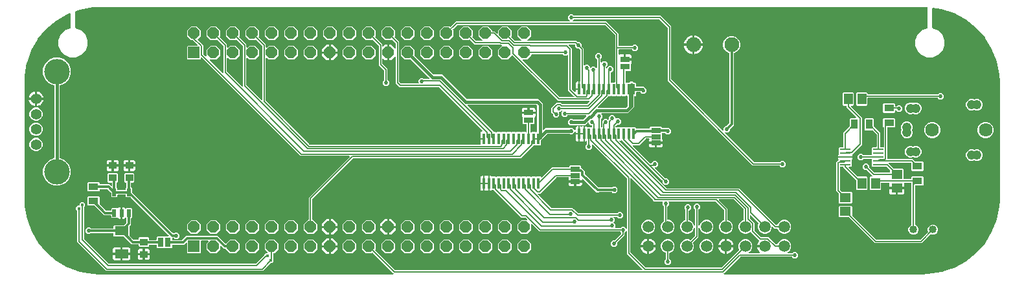
<source format=gbr>
G04 EAGLE Gerber RS-274X export*
G75*
%MOMM*%
%FSLAX34Y34*%
%LPD*%
%INBottom Copper*%
%IPPOS*%
%AMOC8*
5,1,8,0,0,1.08239X$1,22.5*%
G01*
%ADD10R,1.524000X1.524000*%
%ADD11P,1.649562X8X22.500000*%
%ADD12C,1.498600*%
%ADD13R,0.355600X1.473200*%
%ADD14R,1.270000X0.762000*%
%ADD15R,1.270000X0.635000*%
%ADD16C,1.422400*%
%ADD17C,3.327400*%
%ADD18C,1.790700*%
%ADD19C,1.219200*%
%ADD20C,1.016000*%
%ADD21R,1.450000X1.150000*%
%ADD22R,1.422400X0.279400*%
%ADD23R,1.150000X1.450000*%
%ADD24R,1.300000X0.900000*%
%ADD25R,0.900000X1.300000*%
%ADD26C,1.943100*%
%ADD27R,0.762000X1.270000*%
%ADD28R,0.500000X1.005600*%
%ADD29R,1.000000X0.950000*%
%ADD30R,1.800000X1.150000*%
%ADD31C,0.525000*%
%ADD32C,0.304800*%
%ADD33C,0.406400*%
%ADD34C,0.152400*%
%ADD35C,0.203200*%
%ADD36C,0.406400*%

G36*
X100513Y2541D02*
X100513Y2541D01*
X100514Y2541D01*
X101852Y2544D01*
X101883Y2541D01*
X484298Y2541D01*
X484368Y2552D01*
X484440Y2554D01*
X484489Y2572D01*
X484540Y2580D01*
X484604Y2614D01*
X484671Y2639D01*
X484712Y2671D01*
X484758Y2696D01*
X484807Y2747D01*
X484863Y2792D01*
X484891Y2836D01*
X484927Y2874D01*
X484957Y2939D01*
X484996Y2999D01*
X485009Y3050D01*
X485031Y3097D01*
X485039Y3168D01*
X485056Y3238D01*
X485052Y3290D01*
X485058Y3341D01*
X485043Y3412D01*
X485037Y3483D01*
X485017Y3531D01*
X485006Y3582D01*
X484969Y3643D01*
X484941Y3709D01*
X484896Y3765D01*
X484879Y3793D01*
X484862Y3808D01*
X484836Y3840D01*
X458188Y30488D01*
X458171Y30500D01*
X458159Y30516D01*
X458096Y30556D01*
X458049Y30597D01*
X458023Y30607D01*
X457988Y30632D01*
X457969Y30638D01*
X457952Y30649D01*
X457865Y30671D01*
X457821Y30689D01*
X457795Y30691D01*
X457753Y30704D01*
X457733Y30704D01*
X457714Y30709D01*
X457669Y30705D01*
X457654Y30707D01*
X457645Y30707D01*
X457606Y30701D01*
X457507Y30698D01*
X457488Y30691D01*
X457468Y30690D01*
X457424Y30671D01*
X457402Y30667D01*
X457356Y30643D01*
X457276Y30614D01*
X457260Y30601D01*
X457242Y30593D01*
X457202Y30561D01*
X457185Y30552D01*
X457166Y30533D01*
X457111Y30488D01*
X456588Y29965D01*
X449012Y29965D01*
X443655Y35322D01*
X443655Y42898D01*
X449012Y48255D01*
X456588Y48255D01*
X461945Y42898D01*
X461945Y35322D01*
X461422Y34799D01*
X461410Y34783D01*
X461394Y34770D01*
X461338Y34683D01*
X461278Y34599D01*
X461272Y34580D01*
X461261Y34563D01*
X461236Y34463D01*
X461206Y34364D01*
X461206Y34344D01*
X461201Y34325D01*
X461209Y34222D01*
X461212Y34118D01*
X461219Y34099D01*
X461220Y34080D01*
X461261Y33985D01*
X461296Y33887D01*
X461309Y33872D01*
X461317Y33853D01*
X461422Y33722D01*
X486792Y8352D01*
X486866Y8299D01*
X486936Y8239D01*
X486966Y8227D01*
X486992Y8208D01*
X487079Y8181D01*
X487164Y8147D01*
X487205Y8143D01*
X487227Y8136D01*
X487259Y8137D01*
X487331Y8129D01*
X809760Y8129D01*
X809830Y8140D01*
X809902Y8142D01*
X809951Y8160D01*
X810002Y8168D01*
X810066Y8202D01*
X810133Y8227D01*
X810174Y8259D01*
X810220Y8284D01*
X810269Y8336D01*
X810325Y8380D01*
X810353Y8424D01*
X810389Y8462D01*
X810419Y8527D01*
X810458Y8587D01*
X810471Y8638D01*
X810493Y8685D01*
X810501Y8756D01*
X810518Y8826D01*
X810514Y8878D01*
X810520Y8929D01*
X810505Y9000D01*
X810499Y9071D01*
X810479Y9119D01*
X810468Y9170D01*
X810431Y9231D01*
X810403Y9297D01*
X810358Y9353D01*
X810341Y9381D01*
X810324Y9396D01*
X810298Y9428D01*
X790193Y29533D01*
X790193Y58587D01*
X790182Y58658D01*
X790180Y58729D01*
X790162Y58778D01*
X790154Y58830D01*
X790120Y58893D01*
X790095Y58960D01*
X790063Y59001D01*
X790038Y59047D01*
X789987Y59096D01*
X789942Y59152D01*
X789898Y59181D01*
X789860Y59216D01*
X789795Y59247D01*
X789735Y59285D01*
X789684Y59298D01*
X789637Y59320D01*
X789566Y59328D01*
X789496Y59345D01*
X789444Y59341D01*
X789393Y59347D01*
X789322Y59332D01*
X789251Y59326D01*
X789203Y59306D01*
X789152Y59295D01*
X789091Y59258D01*
X789025Y59230D01*
X788969Y59185D01*
X788941Y59169D01*
X788926Y59151D01*
X788894Y59125D01*
X787370Y57601D01*
X787317Y57527D01*
X787257Y57458D01*
X787245Y57428D01*
X787226Y57401D01*
X787199Y57314D01*
X787165Y57230D01*
X787161Y57189D01*
X787154Y57166D01*
X787155Y57134D01*
X787147Y57063D01*
X787147Y53663D01*
X777803Y44319D01*
X777750Y44245D01*
X777690Y44175D01*
X777678Y44145D01*
X777659Y44119D01*
X777632Y44032D01*
X777598Y43947D01*
X777594Y43906D01*
X777587Y43884D01*
X777588Y43852D01*
X777580Y43780D01*
X777580Y41461D01*
X775149Y39030D01*
X771711Y39030D01*
X769280Y41461D01*
X769280Y44899D01*
X771711Y47330D01*
X774030Y47330D01*
X774121Y47344D01*
X774211Y47352D01*
X774241Y47364D01*
X774273Y47369D01*
X774354Y47412D01*
X774438Y47448D01*
X774470Y47474D01*
X774491Y47485D01*
X774513Y47508D01*
X774569Y47553D01*
X782350Y55334D01*
X782403Y55408D01*
X782463Y55478D01*
X782475Y55508D01*
X782494Y55534D01*
X782521Y55621D01*
X782555Y55706D01*
X782559Y55747D01*
X782566Y55769D01*
X782565Y55801D01*
X782573Y55873D01*
X782573Y57063D01*
X782559Y57153D01*
X782551Y57244D01*
X782539Y57274D01*
X782534Y57306D01*
X782491Y57386D01*
X782455Y57470D01*
X782429Y57502D01*
X782418Y57523D01*
X782395Y57545D01*
X782350Y57601D01*
X781501Y58450D01*
X781427Y58503D01*
X781358Y58563D01*
X781328Y58575D01*
X781301Y58594D01*
X781214Y58621D01*
X781130Y58655D01*
X781089Y58659D01*
X781066Y58666D01*
X781034Y58665D01*
X780963Y58673D01*
X676073Y58673D01*
X674510Y60236D01*
X666444Y68302D01*
X666386Y68344D01*
X666334Y68393D01*
X666287Y68415D01*
X666245Y68445D01*
X666176Y68466D01*
X666111Y68497D01*
X666059Y68502D01*
X666009Y68518D01*
X665938Y68516D01*
X665867Y68524D01*
X665816Y68513D01*
X665764Y68511D01*
X665696Y68487D01*
X665626Y68472D01*
X665581Y68445D01*
X665533Y68427D01*
X665477Y68382D01*
X665415Y68345D01*
X665381Y68306D01*
X665341Y68273D01*
X665302Y68213D01*
X665255Y68158D01*
X665236Y68110D01*
X665208Y68066D01*
X665190Y67997D01*
X665163Y67930D01*
X665155Y67859D01*
X665147Y67828D01*
X665149Y67804D01*
X665145Y67764D01*
X665145Y60722D01*
X659788Y55365D01*
X652212Y55365D01*
X646855Y60722D01*
X646855Y68298D01*
X652212Y73655D01*
X659254Y73655D01*
X659324Y73666D01*
X659396Y73668D01*
X659445Y73686D01*
X659496Y73694D01*
X659560Y73728D01*
X659627Y73753D01*
X659668Y73785D01*
X659714Y73810D01*
X659763Y73861D01*
X659819Y73906D01*
X659847Y73950D01*
X659883Y73988D01*
X659913Y74053D01*
X659952Y74113D01*
X659965Y74164D01*
X659987Y74211D01*
X659995Y74282D01*
X660012Y74352D01*
X660008Y74404D01*
X660014Y74455D01*
X659999Y74526D01*
X659993Y74597D01*
X659973Y74645D01*
X659962Y74696D01*
X659925Y74757D01*
X659897Y74823D01*
X659852Y74879D01*
X659835Y74907D01*
X659818Y74922D01*
X659792Y74954D01*
X657826Y76920D01*
X657752Y76973D01*
X657682Y77033D01*
X657652Y77045D01*
X657626Y77064D01*
X657539Y77091D01*
X657454Y77125D01*
X657413Y77129D01*
X657391Y77136D01*
X657359Y77135D01*
X657288Y77143D01*
X651726Y77143D01*
X650163Y78706D01*
X616063Y112806D01*
X615989Y112859D01*
X615920Y112919D01*
X615889Y112931D01*
X615863Y112950D01*
X615776Y112977D01*
X615691Y113011D01*
X615650Y113015D01*
X615628Y113022D01*
X615596Y113021D01*
X615525Y113029D01*
X613722Y113029D01*
X613632Y113015D01*
X613541Y113007D01*
X613511Y112995D01*
X613479Y112990D01*
X613398Y112947D01*
X613314Y112911D01*
X613282Y112885D01*
X613262Y112874D01*
X613239Y112851D01*
X613183Y112806D01*
X612898Y112521D01*
X612319Y112186D01*
X611673Y112013D01*
X610448Y112013D01*
X610448Y121793D01*
X610445Y121812D01*
X610447Y121832D01*
X610432Y121902D01*
X610448Y122047D01*
X610448Y131827D01*
X611673Y131827D01*
X612319Y131654D01*
X612898Y131319D01*
X613183Y131034D01*
X613257Y130981D01*
X613327Y130921D01*
X613357Y130909D01*
X613383Y130890D01*
X613470Y130863D01*
X613555Y130829D01*
X613596Y130825D01*
X613618Y130818D01*
X613650Y130819D01*
X613722Y130811D01*
X618470Y130811D01*
X618772Y130509D01*
X618788Y130497D01*
X618800Y130481D01*
X618887Y130426D01*
X618971Y130365D01*
X618991Y130359D01*
X619007Y130348D01*
X619107Y130323D01*
X619207Y130293D01*
X619227Y130293D01*
X619246Y130288D01*
X619349Y130296D01*
X619452Y130299D01*
X619471Y130306D01*
X619491Y130307D01*
X619586Y130348D01*
X619683Y130383D01*
X619699Y130396D01*
X619717Y130404D01*
X619848Y130509D01*
X620150Y130811D01*
X624970Y130811D01*
X625272Y130509D01*
X625288Y130497D01*
X625300Y130481D01*
X625387Y130426D01*
X625471Y130365D01*
X625491Y130359D01*
X625507Y130348D01*
X625607Y130323D01*
X625707Y130293D01*
X625727Y130293D01*
X625746Y130288D01*
X625849Y130296D01*
X625952Y130299D01*
X625971Y130306D01*
X625991Y130307D01*
X626086Y130348D01*
X626183Y130383D01*
X626199Y130396D01*
X626217Y130404D01*
X626348Y130509D01*
X626650Y130811D01*
X631470Y130811D01*
X631772Y130509D01*
X631788Y130497D01*
X631800Y130481D01*
X631887Y130426D01*
X631971Y130365D01*
X631991Y130359D01*
X632007Y130348D01*
X632107Y130323D01*
X632207Y130293D01*
X632227Y130293D01*
X632246Y130288D01*
X632349Y130296D01*
X632452Y130299D01*
X632471Y130306D01*
X632491Y130307D01*
X632586Y130348D01*
X632683Y130383D01*
X632699Y130396D01*
X632717Y130404D01*
X632848Y130509D01*
X633150Y130811D01*
X637970Y130811D01*
X638272Y130509D01*
X638288Y130497D01*
X638300Y130481D01*
X638387Y130426D01*
X638471Y130365D01*
X638491Y130359D01*
X638507Y130348D01*
X638607Y130323D01*
X638707Y130293D01*
X638727Y130293D01*
X638746Y130288D01*
X638849Y130296D01*
X638952Y130299D01*
X638971Y130306D01*
X638991Y130307D01*
X639086Y130348D01*
X639183Y130383D01*
X639199Y130396D01*
X639217Y130404D01*
X639348Y130509D01*
X639650Y130811D01*
X644470Y130811D01*
X644772Y130509D01*
X644788Y130497D01*
X644800Y130481D01*
X644887Y130426D01*
X644971Y130365D01*
X644991Y130359D01*
X645007Y130348D01*
X645107Y130323D01*
X645207Y130293D01*
X645227Y130293D01*
X645246Y130288D01*
X645349Y130296D01*
X645452Y130299D01*
X645471Y130306D01*
X645491Y130307D01*
X645586Y130348D01*
X645683Y130383D01*
X645699Y130396D01*
X645717Y130404D01*
X645848Y130509D01*
X646150Y130811D01*
X650970Y130811D01*
X651272Y130509D01*
X651288Y130497D01*
X651300Y130481D01*
X651387Y130426D01*
X651471Y130365D01*
X651491Y130359D01*
X651507Y130348D01*
X651607Y130323D01*
X651707Y130293D01*
X651727Y130293D01*
X651746Y130288D01*
X651849Y130296D01*
X651952Y130299D01*
X651971Y130306D01*
X651991Y130307D01*
X652086Y130348D01*
X652183Y130383D01*
X652199Y130396D01*
X652217Y130404D01*
X652348Y130509D01*
X652650Y130811D01*
X657470Y130811D01*
X657772Y130509D01*
X657788Y130497D01*
X657800Y130481D01*
X657887Y130426D01*
X657971Y130365D01*
X657991Y130359D01*
X658007Y130348D01*
X658107Y130323D01*
X658207Y130293D01*
X658227Y130293D01*
X658246Y130288D01*
X658349Y130296D01*
X658452Y130299D01*
X658471Y130306D01*
X658491Y130307D01*
X658586Y130348D01*
X658683Y130383D01*
X658699Y130396D01*
X658717Y130404D01*
X658848Y130509D01*
X659150Y130811D01*
X663970Y130811D01*
X664272Y130509D01*
X664288Y130497D01*
X664300Y130481D01*
X664387Y130426D01*
X664471Y130365D01*
X664491Y130359D01*
X664507Y130348D01*
X664607Y130323D01*
X664707Y130293D01*
X664727Y130293D01*
X664746Y130288D01*
X664849Y130296D01*
X664952Y130299D01*
X664971Y130306D01*
X664991Y130307D01*
X665086Y130348D01*
X665183Y130383D01*
X665199Y130396D01*
X665217Y130404D01*
X665348Y130509D01*
X665650Y130811D01*
X670470Y130811D01*
X670772Y130509D01*
X670788Y130497D01*
X670800Y130481D01*
X670887Y130425D01*
X670971Y130365D01*
X670990Y130359D01*
X671007Y130348D01*
X671108Y130323D01*
X671207Y130293D01*
X671227Y130293D01*
X671246Y130288D01*
X671349Y130296D01*
X671452Y130299D01*
X671471Y130306D01*
X671491Y130307D01*
X671586Y130348D01*
X671683Y130383D01*
X671699Y130396D01*
X671717Y130404D01*
X671848Y130509D01*
X672150Y130811D01*
X676970Y130811D01*
X678055Y129725D01*
X678071Y129714D01*
X678084Y129698D01*
X678171Y129642D01*
X678255Y129582D01*
X678274Y129576D01*
X678290Y129565D01*
X678391Y129540D01*
X678490Y129509D01*
X678510Y129510D01*
X678529Y129505D01*
X678632Y129513D01*
X678736Y129516D01*
X678754Y129523D01*
X678774Y129524D01*
X678869Y129565D01*
X678967Y129600D01*
X678982Y129613D01*
X679000Y129621D01*
X679131Y129725D01*
X691901Y142495D01*
X713994Y142495D01*
X714014Y142498D01*
X714033Y142496D01*
X714135Y142518D01*
X714237Y142534D01*
X714254Y142544D01*
X714274Y142548D01*
X714363Y142601D01*
X714454Y142650D01*
X714468Y142664D01*
X714485Y142674D01*
X714552Y142753D01*
X714624Y142828D01*
X714632Y142846D01*
X714645Y142861D01*
X714684Y142957D01*
X714727Y143051D01*
X714729Y143071D01*
X714737Y143089D01*
X714755Y143256D01*
X714755Y144015D01*
X715648Y144908D01*
X729612Y144908D01*
X730505Y144015D01*
X730505Y142113D01*
X730508Y142093D01*
X730506Y142074D01*
X730528Y141972D01*
X730544Y141870D01*
X730554Y141853D01*
X730558Y141833D01*
X730611Y141744D01*
X730660Y141653D01*
X730674Y141639D01*
X730684Y141622D01*
X730763Y141555D01*
X730838Y141483D01*
X730856Y141475D01*
X730871Y141462D01*
X730967Y141423D01*
X731061Y141380D01*
X731081Y141378D01*
X731099Y141370D01*
X731266Y141352D01*
X731505Y141352D01*
X733068Y139789D01*
X735077Y137780D01*
X735077Y134420D01*
X735091Y134330D01*
X735099Y134239D01*
X735111Y134209D01*
X735116Y134177D01*
X735159Y134097D01*
X735195Y134013D01*
X735221Y133981D01*
X735232Y133960D01*
X735255Y133938D01*
X735300Y133882D01*
X752571Y116610D01*
X752645Y116557D01*
X752715Y116498D01*
X752745Y116485D01*
X752771Y116467D01*
X752858Y116440D01*
X752943Y116406D01*
X752984Y116401D01*
X753006Y116394D01*
X753038Y116395D01*
X753110Y116387D01*
X770603Y116387D01*
X770693Y116402D01*
X770784Y116409D01*
X770814Y116422D01*
X770846Y116427D01*
X770927Y116470D01*
X771011Y116505D01*
X771043Y116531D01*
X771063Y116542D01*
X771086Y116565D01*
X771142Y116610D01*
X772020Y117488D01*
X775457Y117488D01*
X777888Y115057D01*
X777888Y111620D01*
X775457Y109189D01*
X772020Y109189D01*
X771142Y110067D01*
X771068Y110120D01*
X770998Y110179D01*
X770968Y110191D01*
X770942Y110210D01*
X770855Y110237D01*
X770770Y110271D01*
X770729Y110276D01*
X770707Y110283D01*
X770675Y110282D01*
X770603Y110290D01*
X753727Y110290D01*
X753637Y110275D01*
X753546Y110268D01*
X753516Y110255D01*
X753484Y110250D01*
X753403Y110207D01*
X753319Y110172D01*
X753287Y110146D01*
X753266Y110135D01*
X753244Y110112D01*
X753188Y110067D01*
X753103Y109981D01*
X750577Y109981D01*
X732820Y127738D01*
X732762Y127780D01*
X732710Y127829D01*
X732663Y127851D01*
X732621Y127882D01*
X732552Y127903D01*
X732487Y127933D01*
X732435Y127939D01*
X732385Y127954D01*
X732314Y127952D01*
X732243Y127960D01*
X732192Y127949D01*
X732140Y127948D01*
X732072Y127923D01*
X732002Y127908D01*
X731957Y127881D01*
X731909Y127863D01*
X731853Y127818D01*
X731791Y127782D01*
X731757Y127742D01*
X731717Y127710D01*
X731678Y127649D01*
X731631Y127595D01*
X731612Y127546D01*
X731584Y127503D01*
X731566Y127433D01*
X731539Y127367D01*
X731531Y127295D01*
X731523Y127264D01*
X731525Y127241D01*
X731521Y127200D01*
X731521Y125475D01*
X723392Y125475D01*
X723372Y125472D01*
X723353Y125474D01*
X723251Y125452D01*
X723149Y125435D01*
X723132Y125426D01*
X723112Y125422D01*
X723023Y125369D01*
X722932Y125320D01*
X722918Y125306D01*
X722901Y125296D01*
X722834Y125217D01*
X722763Y125142D01*
X722754Y125124D01*
X722741Y125109D01*
X722702Y125013D01*
X722659Y124919D01*
X722657Y124899D01*
X722649Y124881D01*
X722631Y124714D01*
X722631Y123951D01*
X722629Y123951D01*
X722629Y124714D01*
X722626Y124734D01*
X722628Y124753D01*
X722606Y124855D01*
X722589Y124957D01*
X722580Y124974D01*
X722576Y124994D01*
X722523Y125083D01*
X722474Y125174D01*
X722460Y125188D01*
X722450Y125205D01*
X722371Y125272D01*
X722296Y125343D01*
X722278Y125352D01*
X722263Y125365D01*
X722167Y125404D01*
X722073Y125447D01*
X722053Y125449D01*
X722035Y125457D01*
X721868Y125475D01*
X713739Y125475D01*
X713739Y127461D01*
X713912Y128108D01*
X714226Y128651D01*
X714260Y128741D01*
X714300Y128827D01*
X714303Y128855D01*
X714313Y128881D01*
X714317Y128977D01*
X714327Y129071D01*
X714321Y129099D01*
X714322Y129127D01*
X714295Y129219D01*
X714275Y129312D01*
X714261Y129336D01*
X714253Y129363D01*
X714198Y129441D01*
X714149Y129523D01*
X714127Y129541D01*
X714111Y129564D01*
X714034Y129621D01*
X713962Y129683D01*
X713936Y129693D01*
X713913Y129710D01*
X713822Y129739D01*
X713734Y129775D01*
X713699Y129779D01*
X713679Y129785D01*
X713646Y129785D01*
X713567Y129793D01*
X698493Y129793D01*
X698402Y129779D01*
X698312Y129771D01*
X698282Y129759D01*
X698250Y129754D01*
X698169Y129711D01*
X698085Y129675D01*
X698053Y129649D01*
X698032Y129638D01*
X698010Y129615D01*
X697954Y129570D01*
X676587Y108203D01*
X674472Y108203D01*
X674401Y108192D01*
X674329Y108190D01*
X674280Y108172D01*
X674229Y108164D01*
X674165Y108130D01*
X674098Y108105D01*
X674057Y108073D01*
X674011Y108048D01*
X673962Y107996D01*
X673906Y107952D01*
X673878Y107908D01*
X673842Y107870D01*
X673812Y107805D01*
X673773Y107745D01*
X673760Y107694D01*
X673738Y107647D01*
X673731Y107576D01*
X673713Y107506D01*
X673717Y107454D01*
X673711Y107403D01*
X673727Y107332D01*
X673732Y107261D01*
X673753Y107213D01*
X673764Y107162D01*
X673800Y107101D01*
X673828Y107035D01*
X673873Y106979D01*
X673890Y106951D01*
X673908Y106936D01*
X673933Y106904D01*
X691063Y89774D01*
X691137Y89721D01*
X691207Y89661D01*
X691237Y89649D01*
X691263Y89630D01*
X691350Y89603D01*
X691435Y89569D01*
X691476Y89565D01*
X691498Y89558D01*
X691530Y89559D01*
X691602Y89551D01*
X719425Y89551D01*
X720987Y87988D01*
X720988Y87988D01*
X726456Y82520D01*
X726530Y82467D01*
X726600Y82407D01*
X726630Y82395D01*
X726656Y82376D01*
X726743Y82349D01*
X726828Y82315D01*
X726869Y82311D01*
X726891Y82304D01*
X726923Y82305D01*
X726994Y82297D01*
X777153Y82297D01*
X777243Y82311D01*
X777334Y82319D01*
X777364Y82331D01*
X777396Y82336D01*
X777476Y82379D01*
X777560Y82415D01*
X777592Y82441D01*
X777613Y82452D01*
X777635Y82475D01*
X777691Y82520D01*
X779331Y84160D01*
X782769Y84160D01*
X785200Y81729D01*
X785200Y78291D01*
X782769Y75860D01*
X779331Y75860D01*
X777691Y77500D01*
X777617Y77553D01*
X777548Y77613D01*
X777518Y77625D01*
X777491Y77644D01*
X777404Y77671D01*
X777320Y77705D01*
X777279Y77709D01*
X777256Y77716D01*
X777224Y77715D01*
X777153Y77723D01*
X773433Y77723D01*
X773362Y77712D01*
X773291Y77710D01*
X773242Y77692D01*
X773190Y77684D01*
X773127Y77650D01*
X773060Y77625D01*
X773019Y77593D01*
X772973Y77568D01*
X772924Y77516D01*
X772868Y77472D01*
X772840Y77428D01*
X772804Y77390D01*
X772773Y77325D01*
X772735Y77265D01*
X772722Y77214D01*
X772700Y77167D01*
X772692Y77096D01*
X772675Y77026D01*
X772679Y76974D01*
X772673Y76923D01*
X772688Y76852D01*
X772694Y76781D01*
X772714Y76733D01*
X772725Y76682D01*
X772762Y76621D01*
X772790Y76555D01*
X772835Y76499D01*
X772851Y76471D01*
X772869Y76456D01*
X772895Y76424D01*
X773770Y75549D01*
X773770Y72111D01*
X772880Y71221D01*
X772868Y71205D01*
X772853Y71193D01*
X772797Y71105D01*
X772736Y71022D01*
X772731Y71003D01*
X772720Y70986D01*
X772694Y70885D01*
X772664Y70786D01*
X772665Y70767D01*
X772660Y70747D01*
X772668Y70644D01*
X772670Y70541D01*
X772677Y70522D01*
X772679Y70502D01*
X772719Y70407D01*
X772755Y70310D01*
X772767Y70294D01*
X772775Y70276D01*
X772880Y70145D01*
X775040Y67985D01*
X775040Y64547D01*
X775039Y64546D01*
X774997Y64488D01*
X774948Y64436D01*
X774926Y64389D01*
X774895Y64347D01*
X774874Y64278D01*
X774844Y64213D01*
X774838Y64161D01*
X774823Y64111D01*
X774825Y64040D01*
X774817Y63969D01*
X774828Y63918D01*
X774829Y63866D01*
X774854Y63798D01*
X774869Y63728D01*
X774896Y63683D01*
X774914Y63635D01*
X774959Y63579D01*
X774995Y63517D01*
X775035Y63483D01*
X775067Y63443D01*
X775128Y63404D01*
X775182Y63357D01*
X775231Y63338D01*
X775274Y63310D01*
X775344Y63292D01*
X775410Y63265D01*
X775482Y63257D01*
X775513Y63249D01*
X775536Y63251D01*
X775577Y63247D01*
X780963Y63247D01*
X781053Y63261D01*
X781144Y63269D01*
X781174Y63281D01*
X781206Y63286D01*
X781286Y63329D01*
X781370Y63365D01*
X781402Y63391D01*
X781423Y63402D01*
X781445Y63425D01*
X781501Y63470D01*
X783141Y65110D01*
X786579Y65110D01*
X788894Y62795D01*
X788952Y62753D01*
X789004Y62704D01*
X789051Y62682D01*
X789093Y62651D01*
X789162Y62630D01*
X789227Y62600D01*
X789279Y62594D01*
X789329Y62579D01*
X789400Y62581D01*
X789471Y62573D01*
X789522Y62584D01*
X789574Y62585D01*
X789642Y62610D01*
X789712Y62625D01*
X789757Y62652D01*
X789805Y62670D01*
X789861Y62715D01*
X789923Y62751D01*
X789957Y62791D01*
X789997Y62823D01*
X790036Y62884D01*
X790083Y62938D01*
X790102Y62987D01*
X790130Y63030D01*
X790148Y63100D01*
X790175Y63166D01*
X790183Y63238D01*
X790191Y63269D01*
X790189Y63292D01*
X790193Y63333D01*
X790193Y127591D01*
X790179Y127681D01*
X790171Y127772D01*
X790159Y127801D01*
X790154Y127833D01*
X790111Y127914D01*
X790075Y127998D01*
X790049Y128030D01*
X790038Y128051D01*
X790015Y128073D01*
X789970Y128129D01*
X745859Y172240D01*
X745801Y172282D01*
X745749Y172331D01*
X745702Y172353D01*
X745660Y172384D01*
X745591Y172405D01*
X745526Y172435D01*
X745474Y172441D01*
X745424Y172456D01*
X745353Y172454D01*
X745282Y172462D01*
X745231Y172451D01*
X745179Y172450D01*
X745111Y172425D01*
X745041Y172410D01*
X744996Y172383D01*
X744948Y172365D01*
X744892Y172320D01*
X744830Y172284D01*
X744796Y172244D01*
X744756Y172211D01*
X744717Y172151D01*
X744670Y172097D01*
X744651Y172048D01*
X744623Y172004D01*
X744605Y171935D01*
X744578Y171868D01*
X744570Y171797D01*
X744562Y171766D01*
X744564Y171743D01*
X744560Y171702D01*
X744560Y168461D01*
X742129Y166030D01*
X738691Y166030D01*
X736260Y168461D01*
X736260Y171899D01*
X737900Y173539D01*
X737953Y173613D01*
X738013Y173682D01*
X738025Y173712D01*
X738044Y173739D01*
X738071Y173826D01*
X738105Y173910D01*
X738109Y173951D01*
X738116Y173974D01*
X738115Y174006D01*
X738123Y174077D01*
X738123Y176414D01*
X738108Y176508D01*
X738099Y176603D01*
X738088Y176629D01*
X738084Y176657D01*
X738039Y176741D01*
X738001Y176829D01*
X737982Y176849D01*
X737968Y176874D01*
X737899Y176940D01*
X737835Y177011D01*
X737811Y177024D01*
X737790Y177044D01*
X737704Y177084D01*
X737620Y177130D01*
X737593Y177135D01*
X737567Y177147D01*
X737472Y177158D01*
X737378Y177175D01*
X737351Y177171D01*
X737323Y177174D01*
X737229Y177154D01*
X737135Y177141D01*
X737103Y177127D01*
X737082Y177122D01*
X737054Y177105D01*
X736981Y177073D01*
X736779Y176956D01*
X736133Y176783D01*
X734908Y176783D01*
X734908Y186563D01*
X734905Y186582D01*
X734907Y186602D01*
X734892Y186672D01*
X734908Y186817D01*
X734908Y196597D01*
X736133Y196597D01*
X736779Y196424D01*
X737358Y196089D01*
X737643Y195804D01*
X737717Y195751D01*
X737787Y195691D01*
X737817Y195679D01*
X737843Y195660D01*
X737930Y195633D01*
X738015Y195599D01*
X738056Y195595D01*
X738078Y195588D01*
X738110Y195589D01*
X738182Y195581D01*
X742930Y195581D01*
X743232Y195279D01*
X743248Y195267D01*
X743260Y195251D01*
X743347Y195195D01*
X743431Y195135D01*
X743450Y195129D01*
X743467Y195118D01*
X743568Y195093D01*
X743667Y195063D01*
X743687Y195063D01*
X743706Y195058D01*
X743809Y195066D01*
X743912Y195069D01*
X743931Y195076D01*
X743951Y195077D01*
X744046Y195118D01*
X744143Y195153D01*
X744159Y195166D01*
X744177Y195174D01*
X744308Y195279D01*
X744510Y195481D01*
X744564Y195555D01*
X744623Y195624D01*
X744635Y195654D01*
X744654Y195680D01*
X744681Y195767D01*
X744715Y195852D01*
X744719Y195893D01*
X744726Y195915D01*
X744725Y195948D01*
X744733Y196019D01*
X744733Y197019D01*
X744730Y197039D01*
X744732Y197058D01*
X744710Y197160D01*
X744694Y197262D01*
X744684Y197279D01*
X744680Y197299D01*
X744627Y197388D01*
X744578Y197479D01*
X744564Y197493D01*
X744554Y197510D01*
X744475Y197577D01*
X744400Y197649D01*
X744382Y197657D01*
X744367Y197670D01*
X744271Y197709D01*
X744177Y197752D01*
X744157Y197754D01*
X744139Y197762D01*
X743972Y197780D01*
X742501Y197780D01*
X740070Y200211D01*
X740070Y201072D01*
X740059Y201143D01*
X740057Y201215D01*
X740039Y201264D01*
X740031Y201315D01*
X739997Y201379D01*
X739972Y201446D01*
X739940Y201487D01*
X739915Y201533D01*
X739863Y201582D01*
X739819Y201638D01*
X739775Y201666D01*
X739737Y201702D01*
X739672Y201732D01*
X739612Y201771D01*
X739561Y201784D01*
X739514Y201806D01*
X739443Y201814D01*
X739373Y201831D01*
X739321Y201827D01*
X739270Y201833D01*
X739199Y201817D01*
X739128Y201812D01*
X739080Y201792D01*
X739029Y201780D01*
X738968Y201744D01*
X738902Y201716D01*
X738846Y201671D01*
X738818Y201654D01*
X738803Y201636D01*
X738771Y201611D01*
X735378Y198218D01*
X720177Y198218D01*
X720087Y198204D01*
X719996Y198196D01*
X719966Y198184D01*
X719934Y198179D01*
X719854Y198136D01*
X719770Y198100D01*
X719738Y198074D01*
X719717Y198063D01*
X719695Y198040D01*
X719639Y197995D01*
X719269Y197625D01*
X715831Y197625D01*
X713400Y200056D01*
X713400Y203494D01*
X715831Y205925D01*
X719269Y205925D01*
X719639Y205555D01*
X719713Y205501D01*
X719782Y205442D01*
X719812Y205430D01*
X719839Y205411D01*
X719926Y205384D01*
X720010Y205350D01*
X720051Y205346D01*
X720074Y205339D01*
X720106Y205340D01*
X720177Y205332D01*
X732116Y205332D01*
X732207Y205346D01*
X732297Y205354D01*
X732327Y205366D01*
X732359Y205371D01*
X732440Y205414D01*
X732524Y205450D01*
X732556Y205476D01*
X732577Y205487D01*
X732599Y205510D01*
X732655Y205555D01*
X736874Y209774D01*
X736916Y209832D01*
X736965Y209884D01*
X736987Y209931D01*
X737017Y209973D01*
X737038Y210042D01*
X737069Y210107D01*
X737074Y210159D01*
X737090Y210209D01*
X737088Y210280D01*
X737096Y210351D01*
X737085Y210402D01*
X737083Y210454D01*
X737059Y210522D01*
X737043Y210592D01*
X737017Y210637D01*
X736999Y210685D01*
X736954Y210741D01*
X736917Y210803D01*
X736878Y210837D01*
X736845Y210877D01*
X736785Y210916D01*
X736730Y210963D01*
X736682Y210982D01*
X736638Y211010D01*
X736569Y211028D01*
X736502Y211055D01*
X736431Y211063D01*
X736400Y211071D01*
X736376Y211069D01*
X736335Y211073D01*
X712557Y211073D01*
X712467Y211059D01*
X712376Y211051D01*
X712346Y211039D01*
X712314Y211034D01*
X712234Y210991D01*
X712150Y210955D01*
X712118Y210929D01*
X712097Y210918D01*
X712075Y210895D01*
X712019Y210850D01*
X710379Y209210D01*
X706941Y209210D01*
X704510Y211641D01*
X704510Y215079D01*
X705555Y216124D01*
X705597Y216182D01*
X705646Y216234D01*
X705668Y216281D01*
X705699Y216323D01*
X705720Y216392D01*
X705750Y216457D01*
X705756Y216509D01*
X705771Y216559D01*
X705769Y216630D01*
X705777Y216701D01*
X705766Y216752D01*
X705765Y216804D01*
X705740Y216872D01*
X705725Y216942D01*
X705698Y216987D01*
X705680Y217035D01*
X705635Y217091D01*
X705599Y217153D01*
X705559Y217187D01*
X705527Y217227D01*
X705466Y217266D01*
X705412Y217313D01*
X705363Y217332D01*
X705320Y217360D01*
X705250Y217378D01*
X705184Y217405D01*
X705112Y217413D01*
X705081Y217421D01*
X705058Y217419D01*
X705017Y217423D01*
X704937Y217423D01*
X704847Y217409D01*
X704756Y217401D01*
X704726Y217389D01*
X704694Y217384D01*
X704614Y217341D01*
X704530Y217305D01*
X704498Y217279D01*
X704477Y217268D01*
X704455Y217245D01*
X704399Y217200D01*
X702759Y215560D01*
X702199Y215560D01*
X702128Y215549D01*
X702057Y215547D01*
X702008Y215529D01*
X701956Y215521D01*
X701893Y215487D01*
X701826Y215462D01*
X701785Y215430D01*
X701739Y215405D01*
X701690Y215354D01*
X701634Y215309D01*
X701605Y215265D01*
X701570Y215227D01*
X701539Y215162D01*
X701501Y215102D01*
X701488Y215051D01*
X701466Y215004D01*
X701458Y214933D01*
X701440Y214863D01*
X701445Y214811D01*
X701439Y214760D01*
X701454Y214689D01*
X701460Y214618D01*
X701480Y214570D01*
X701491Y214519D01*
X701528Y214458D01*
X701556Y214392D01*
X701601Y214336D01*
X701617Y214308D01*
X701635Y214293D01*
X701661Y214261D01*
X701746Y214175D01*
X701746Y210738D01*
X699315Y208307D01*
X695878Y208307D01*
X693447Y210738D01*
X693447Y212324D01*
X693432Y212414D01*
X693425Y212505D01*
X693412Y212535D01*
X693407Y212567D01*
X693364Y212647D01*
X693329Y212731D01*
X693303Y212764D01*
X693292Y212784D01*
X693269Y212806D01*
X693224Y212862D01*
X691133Y214953D01*
X691133Y220657D01*
X692512Y222036D01*
X692516Y222036D01*
X692597Y222079D01*
X692681Y222115D01*
X692713Y222141D01*
X692734Y222152D01*
X692756Y222175D01*
X692812Y222220D01*
X697895Y227303D01*
X704185Y227303D01*
X705458Y226030D01*
X705532Y225977D01*
X705602Y225917D01*
X705632Y225905D01*
X705658Y225886D01*
X705745Y225859D01*
X705830Y225825D01*
X705871Y225821D01*
X705893Y225814D01*
X705925Y225815D01*
X705996Y225807D01*
X737877Y225807D01*
X737968Y225821D01*
X738058Y225829D01*
X738088Y225841D01*
X738120Y225846D01*
X738201Y225889D01*
X738285Y225925D01*
X738317Y225951D01*
X738338Y225962D01*
X738360Y225985D01*
X738416Y226030D01*
X741210Y228824D01*
X741252Y228882D01*
X741301Y228934D01*
X741323Y228981D01*
X741353Y229023D01*
X741374Y229092D01*
X741405Y229157D01*
X741410Y229209D01*
X741426Y229259D01*
X741424Y229330D01*
X741432Y229401D01*
X741421Y229452D01*
X741419Y229504D01*
X741395Y229572D01*
X741380Y229642D01*
X741353Y229687D01*
X741335Y229735D01*
X741290Y229791D01*
X741253Y229853D01*
X741214Y229887D01*
X741181Y229927D01*
X741121Y229966D01*
X741066Y230013D01*
X741018Y230032D01*
X740974Y230060D01*
X740905Y230078D01*
X740838Y230105D01*
X740767Y230113D01*
X740736Y230121D01*
X740712Y230119D01*
X740672Y230123D01*
X700093Y230123D01*
X640858Y289358D01*
X640841Y289370D01*
X640829Y289386D01*
X640742Y289442D01*
X640658Y289502D01*
X640639Y289508D01*
X640622Y289519D01*
X640522Y289544D01*
X640423Y289574D01*
X640403Y289574D01*
X640384Y289579D01*
X640281Y289571D01*
X640177Y289568D01*
X640158Y289561D01*
X640138Y289560D01*
X640043Y289519D01*
X639946Y289484D01*
X639930Y289471D01*
X639912Y289463D01*
X639781Y289358D01*
X634388Y283965D01*
X626812Y283965D01*
X621455Y289322D01*
X621455Y296898D01*
X626527Y301970D01*
X626569Y302028D01*
X626618Y302080D01*
X626640Y302127D01*
X626671Y302169D01*
X626692Y302238D01*
X626722Y302303D01*
X626728Y302355D01*
X626743Y302405D01*
X626741Y302476D01*
X626749Y302547D01*
X626738Y302598D01*
X626737Y302650D01*
X626712Y302718D01*
X626697Y302788D01*
X626670Y302833D01*
X626652Y302881D01*
X626607Y302937D01*
X626571Y302999D01*
X626531Y303033D01*
X626499Y303073D01*
X626438Y303112D01*
X626384Y303159D01*
X626335Y303178D01*
X626292Y303206D01*
X626222Y303224D01*
X626156Y303251D01*
X626084Y303259D01*
X626053Y303267D01*
X626030Y303265D01*
X625989Y303269D01*
X624287Y303269D01*
X623996Y303560D01*
X623922Y303613D01*
X623853Y303673D01*
X623822Y303685D01*
X623796Y303704D01*
X623709Y303731D01*
X623624Y303765D01*
X623583Y303769D01*
X623561Y303776D01*
X623529Y303775D01*
X623458Y303783D01*
X591293Y303783D01*
X589730Y305346D01*
X585188Y309888D01*
X585171Y309900D01*
X585159Y309916D01*
X585081Y309966D01*
X585070Y309975D01*
X585063Y309978D01*
X584988Y310032D01*
X584969Y310038D01*
X584952Y310049D01*
X584852Y310074D01*
X584753Y310104D01*
X584733Y310104D01*
X584714Y310109D01*
X584611Y310101D01*
X584507Y310098D01*
X584488Y310091D01*
X584468Y310090D01*
X584373Y310049D01*
X584276Y310014D01*
X584260Y310001D01*
X584242Y309993D01*
X584165Y309932D01*
X584163Y309931D01*
X584162Y309929D01*
X584111Y309888D01*
X583588Y309365D01*
X576012Y309365D01*
X570655Y314722D01*
X570655Y322298D01*
X576012Y327655D01*
X583588Y327655D01*
X588945Y322298D01*
X588945Y314722D01*
X588422Y314199D01*
X588410Y314183D01*
X588394Y314170D01*
X588338Y314083D01*
X588278Y313999D01*
X588272Y313980D01*
X588261Y313963D01*
X588236Y313863D01*
X588206Y313764D01*
X588206Y313744D01*
X588201Y313725D01*
X588209Y313622D01*
X588212Y313518D01*
X588219Y313499D01*
X588220Y313480D01*
X588261Y313385D01*
X588296Y313287D01*
X588309Y313272D01*
X588317Y313253D01*
X588422Y313122D01*
X592964Y308580D01*
X593038Y308527D01*
X593108Y308467D01*
X593138Y308455D01*
X593164Y308436D01*
X593251Y308409D01*
X593336Y308375D01*
X593377Y308371D01*
X593399Y308364D01*
X593431Y308365D01*
X593503Y308357D01*
X600583Y308357D01*
X600654Y308368D01*
X600725Y308370D01*
X600774Y308388D01*
X600826Y308396D01*
X600889Y308430D01*
X600956Y308455D01*
X600997Y308487D01*
X601043Y308512D01*
X601092Y308564D01*
X601148Y308608D01*
X601177Y308652D01*
X601212Y308690D01*
X601243Y308755D01*
X601281Y308815D01*
X601294Y308866D01*
X601316Y308913D01*
X601324Y308984D01*
X601341Y309054D01*
X601337Y309106D01*
X601343Y309157D01*
X601328Y309228D01*
X601322Y309299D01*
X601302Y309347D01*
X601291Y309398D01*
X601254Y309459D01*
X601226Y309525D01*
X601181Y309581D01*
X601165Y309609D01*
X601147Y309624D01*
X601121Y309656D01*
X596055Y314722D01*
X596055Y322298D01*
X601412Y327655D01*
X608988Y327655D01*
X614345Y322298D01*
X614345Y321558D01*
X614348Y321538D01*
X614346Y321519D01*
X614368Y321417D01*
X614384Y321315D01*
X614394Y321298D01*
X614398Y321278D01*
X614451Y321189D01*
X614500Y321098D01*
X614514Y321084D01*
X614524Y321067D01*
X614603Y321000D01*
X614678Y320928D01*
X614696Y320920D01*
X614711Y320907D01*
X614807Y320868D01*
X614901Y320825D01*
X614921Y320823D01*
X614939Y320815D01*
X615106Y320797D01*
X617538Y320797D01*
X620156Y318179D01*
X620214Y318137D01*
X620266Y318088D01*
X620313Y318066D01*
X620355Y318035D01*
X620424Y318014D01*
X620489Y317984D01*
X620541Y317978D01*
X620591Y317963D01*
X620662Y317965D01*
X620733Y317957D01*
X620784Y317968D01*
X620836Y317969D01*
X620904Y317994D01*
X620974Y318009D01*
X621019Y318036D01*
X621067Y318054D01*
X621123Y318099D01*
X621185Y318135D01*
X621219Y318175D01*
X621259Y318208D01*
X621298Y318268D01*
X621345Y318322D01*
X621364Y318371D01*
X621392Y318414D01*
X621410Y318484D01*
X621437Y318550D01*
X621445Y318622D01*
X621453Y318653D01*
X621451Y318676D01*
X621455Y318717D01*
X621455Y322298D01*
X626812Y327655D01*
X634388Y327655D01*
X639745Y322298D01*
X639745Y314722D01*
X639222Y314199D01*
X639210Y314183D01*
X639194Y314170D01*
X639138Y314083D01*
X639078Y313999D01*
X639072Y313980D01*
X639061Y313963D01*
X639036Y313863D01*
X639006Y313764D01*
X639006Y313744D01*
X639001Y313725D01*
X639009Y313622D01*
X639012Y313518D01*
X639019Y313499D01*
X639020Y313480D01*
X639061Y313385D01*
X639096Y313287D01*
X639109Y313272D01*
X639117Y313253D01*
X639222Y313122D01*
X643764Y308580D01*
X643838Y308527D01*
X643908Y308467D01*
X643938Y308455D01*
X643964Y308436D01*
X644051Y308409D01*
X644136Y308375D01*
X644177Y308371D01*
X644199Y308364D01*
X644231Y308365D01*
X644303Y308357D01*
X651383Y308357D01*
X651454Y308368D01*
X651525Y308370D01*
X651574Y308388D01*
X651626Y308396D01*
X651689Y308430D01*
X651756Y308455D01*
X651797Y308487D01*
X651843Y308512D01*
X651892Y308564D01*
X651948Y308608D01*
X651977Y308652D01*
X652012Y308690D01*
X652043Y308755D01*
X652081Y308815D01*
X652094Y308866D01*
X652116Y308913D01*
X652124Y308984D01*
X652141Y309054D01*
X652137Y309106D01*
X652143Y309157D01*
X652128Y309228D01*
X652122Y309299D01*
X652102Y309347D01*
X652091Y309398D01*
X652054Y309459D01*
X652026Y309525D01*
X651981Y309581D01*
X651965Y309609D01*
X651947Y309624D01*
X651921Y309656D01*
X646855Y314722D01*
X646855Y322298D01*
X652212Y327655D01*
X659788Y327655D01*
X665145Y322298D01*
X665145Y314722D01*
X660079Y309656D01*
X660037Y309598D01*
X659988Y309546D01*
X659966Y309499D01*
X659935Y309457D01*
X659914Y309388D01*
X659884Y309323D01*
X659878Y309271D01*
X659863Y309221D01*
X659865Y309150D01*
X659857Y309079D01*
X659868Y309028D01*
X659869Y308976D01*
X659894Y308908D01*
X659909Y308838D01*
X659936Y308793D01*
X659954Y308745D01*
X659999Y308689D01*
X660035Y308627D01*
X660075Y308593D01*
X660107Y308553D01*
X660168Y308514D01*
X660222Y308467D01*
X660271Y308448D01*
X660314Y308420D01*
X660384Y308402D01*
X660450Y308375D01*
X660522Y308367D01*
X660553Y308359D01*
X660576Y308361D01*
X660617Y308357D01*
X724334Y308357D01*
X725680Y307011D01*
X725754Y306958D01*
X725823Y306899D01*
X725853Y306886D01*
X725879Y306868D01*
X725966Y306841D01*
X726051Y306807D01*
X726092Y306802D01*
X726114Y306795D01*
X726147Y306796D01*
X726218Y306788D01*
X728537Y306788D01*
X730968Y304357D01*
X730968Y302038D01*
X730983Y301948D01*
X730990Y301857D01*
X731003Y301827D01*
X731008Y301795D01*
X731051Y301715D01*
X731086Y301631D01*
X731112Y301598D01*
X731123Y301578D01*
X731146Y301556D01*
X731191Y301500D01*
X733871Y298820D01*
X733871Y276970D01*
X733882Y276899D01*
X733884Y276827D01*
X733902Y276778D01*
X733910Y276727D01*
X733944Y276664D01*
X733969Y276596D01*
X734001Y276556D01*
X734026Y276510D01*
X734078Y276460D01*
X734122Y276404D01*
X734166Y276376D01*
X734204Y276340D01*
X734269Y276310D01*
X734329Y276271D01*
X734380Y276259D01*
X734427Y276237D01*
X734498Y276229D01*
X734568Y276211D01*
X734620Y276215D01*
X734671Y276209D01*
X734742Y276225D01*
X734813Y276230D01*
X734861Y276251D01*
X734912Y276262D01*
X734973Y276299D01*
X735039Y276327D01*
X735095Y276371D01*
X735123Y276388D01*
X735138Y276406D01*
X735170Y276431D01*
X735939Y277200D01*
X739376Y277200D01*
X741807Y274769D01*
X741807Y273801D01*
X741819Y273730D01*
X741821Y273658D01*
X741839Y273609D01*
X741847Y273558D01*
X741880Y273495D01*
X741905Y273427D01*
X741938Y273387D01*
X741962Y273341D01*
X742014Y273291D01*
X742059Y273235D01*
X742103Y273207D01*
X742140Y273171D01*
X742205Y273141D01*
X742266Y273102D01*
X742316Y273090D01*
X742363Y273068D01*
X742435Y273060D01*
X742504Y273042D01*
X742556Y273046D01*
X742608Y273040D01*
X742678Y273056D01*
X742749Y273061D01*
X742797Y273082D01*
X742848Y273093D01*
X742910Y273130D01*
X742976Y273158D01*
X743032Y273202D01*
X743059Y273219D01*
X743075Y273237D01*
X743107Y273262D01*
X744773Y274928D01*
X748210Y274928D01*
X749934Y273205D01*
X749992Y273163D01*
X750044Y273114D01*
X750091Y273092D01*
X750133Y273061D01*
X750202Y273040D01*
X750267Y273010D01*
X750319Y273004D01*
X750369Y272989D01*
X750440Y272991D01*
X750511Y272983D01*
X750562Y272994D01*
X750614Y272995D01*
X750682Y273020D01*
X750752Y273035D01*
X750797Y273062D01*
X750845Y273080D01*
X750901Y273125D01*
X750963Y273161D01*
X750997Y273201D01*
X751037Y273233D01*
X751076Y273294D01*
X751123Y273348D01*
X751142Y273397D01*
X751170Y273440D01*
X751188Y273510D01*
X751215Y273576D01*
X751223Y273648D01*
X751231Y273679D01*
X751229Y273702D01*
X751233Y273743D01*
X751233Y283983D01*
X751219Y284073D01*
X751211Y284164D01*
X751199Y284194D01*
X751194Y284226D01*
X751151Y284306D01*
X751115Y284390D01*
X751089Y284422D01*
X751078Y284443D01*
X751055Y284465D01*
X751010Y284521D01*
X748960Y286571D01*
X748960Y290009D01*
X751391Y292440D01*
X754829Y292440D01*
X757260Y290009D01*
X757260Y286571D01*
X756030Y285341D01*
X755977Y285267D01*
X755917Y285198D01*
X755905Y285168D01*
X755886Y285141D01*
X755859Y285054D01*
X755825Y284970D01*
X755821Y284929D01*
X755814Y284906D01*
X755815Y284874D01*
X755807Y284803D01*
X755807Y280913D01*
X755818Y280842D01*
X755820Y280771D01*
X755838Y280722D01*
X755846Y280670D01*
X755880Y280607D01*
X755905Y280540D01*
X755937Y280499D01*
X755962Y280453D01*
X756014Y280404D01*
X756058Y280348D01*
X756102Y280319D01*
X756140Y280284D01*
X756205Y280253D01*
X756265Y280215D01*
X756316Y280202D01*
X756363Y280180D01*
X756434Y280172D01*
X756504Y280155D01*
X756556Y280159D01*
X756607Y280153D01*
X756678Y280168D01*
X756749Y280174D01*
X756797Y280194D01*
X756848Y280205D01*
X756909Y280242D01*
X756975Y280270D01*
X757031Y280315D01*
X757059Y280331D01*
X757074Y280349D01*
X757106Y280375D01*
X758703Y281971D01*
X762140Y281971D01*
X764571Y279540D01*
X764571Y276103D01*
X762931Y274463D01*
X762878Y274389D01*
X762819Y274319D01*
X762806Y274289D01*
X762788Y274263D01*
X762761Y274176D01*
X762727Y274091D01*
X762722Y274050D01*
X762715Y274028D01*
X762716Y273996D01*
X762708Y273924D01*
X762708Y273308D01*
X762720Y273237D01*
X762722Y273165D01*
X762740Y273116D01*
X762748Y273065D01*
X762782Y273001D01*
X762806Y272934D01*
X762839Y272893D01*
X762863Y272847D01*
X762915Y272798D01*
X762960Y272742D01*
X763004Y272714D01*
X763041Y272678D01*
X763106Y272648D01*
X763167Y272609D01*
X763217Y272596D01*
X763264Y272574D01*
X763336Y272566D01*
X763405Y272549D01*
X763457Y272553D01*
X763509Y272547D01*
X763579Y272563D01*
X763650Y272568D01*
X763698Y272588D01*
X763749Y272600D01*
X763811Y272636D01*
X763877Y272664D01*
X763933Y272709D01*
X763960Y272726D01*
X763976Y272744D01*
X764008Y272769D01*
X766591Y275353D01*
X770029Y275353D01*
X772460Y272922D01*
X772460Y269484D01*
X770029Y267053D01*
X769568Y267053D01*
X769548Y267050D01*
X769528Y267052D01*
X769427Y267030D01*
X769325Y267013D01*
X769308Y267004D01*
X769288Y267000D01*
X769199Y266947D01*
X769108Y266898D01*
X769094Y266884D01*
X769077Y266874D01*
X769010Y266795D01*
X768938Y266720D01*
X768930Y266702D01*
X768917Y266687D01*
X768878Y266591D01*
X768835Y266497D01*
X768833Y266477D01*
X768825Y266459D01*
X768807Y266292D01*
X768807Y254439D01*
X768821Y254349D01*
X768829Y254258D01*
X768841Y254228D01*
X768846Y254196D01*
X768889Y254115D01*
X768925Y254032D01*
X768951Y253999D01*
X768962Y253979D01*
X768985Y253957D01*
X769030Y253901D01*
X769232Y253699D01*
X769248Y253687D01*
X769260Y253671D01*
X769347Y253615D01*
X769431Y253555D01*
X769450Y253549D01*
X769467Y253538D01*
X769568Y253513D01*
X769667Y253483D01*
X769686Y253483D01*
X769706Y253478D01*
X769809Y253486D01*
X769912Y253489D01*
X769931Y253496D01*
X769951Y253497D01*
X770046Y253538D01*
X770143Y253573D01*
X770159Y253586D01*
X770177Y253594D01*
X770308Y253699D01*
X770610Y254001D01*
X774036Y254001D01*
X774056Y254004D01*
X774075Y254002D01*
X774177Y254024D01*
X774279Y254040D01*
X774296Y254050D01*
X774316Y254054D01*
X774405Y254107D01*
X774496Y254156D01*
X774510Y254170D01*
X774527Y254180D01*
X774594Y254259D01*
X774666Y254334D01*
X774674Y254352D01*
X774687Y254367D01*
X774726Y254463D01*
X774769Y254557D01*
X774771Y254577D01*
X774779Y254595D01*
X774797Y254762D01*
X774797Y315660D01*
X774783Y315750D01*
X774775Y315841D01*
X774763Y315871D01*
X774758Y315903D01*
X774715Y315984D01*
X774679Y316068D01*
X774653Y316100D01*
X774642Y316120D01*
X774619Y316143D01*
X774574Y316199D01*
X761813Y328960D01*
X761739Y329013D01*
X761669Y329073D01*
X761639Y329085D01*
X761613Y329104D01*
X761526Y329131D01*
X761441Y329165D01*
X761400Y329169D01*
X761378Y329176D01*
X761346Y329175D01*
X761274Y329183D01*
X568623Y329183D01*
X568532Y329169D01*
X568442Y329161D01*
X568412Y329149D01*
X568380Y329144D01*
X568299Y329101D01*
X568215Y329065D01*
X568183Y329039D01*
X568162Y329028D01*
X568140Y329005D01*
X568084Y328960D01*
X563022Y323898D01*
X563010Y323881D01*
X562994Y323869D01*
X562938Y323782D01*
X562878Y323698D01*
X562872Y323679D01*
X562861Y323662D01*
X562836Y323562D01*
X562806Y323463D01*
X562806Y323443D01*
X562801Y323424D01*
X562809Y323321D01*
X562812Y323217D01*
X562819Y323198D01*
X562820Y323178D01*
X562861Y323083D01*
X562896Y322986D01*
X562909Y322970D01*
X562917Y322952D01*
X563022Y322821D01*
X563545Y322298D01*
X563545Y314722D01*
X558188Y309365D01*
X550612Y309365D01*
X545255Y314722D01*
X545255Y322298D01*
X550612Y327655D01*
X558188Y327655D01*
X558711Y327132D01*
X558727Y327120D01*
X558740Y327104D01*
X558827Y327048D01*
X558911Y326988D01*
X558930Y326982D01*
X558947Y326971D01*
X559047Y326946D01*
X559146Y326916D01*
X559166Y326916D01*
X559185Y326911D01*
X559288Y326919D01*
X559392Y326922D01*
X559411Y326929D01*
X559430Y326930D01*
X559525Y326971D01*
X559623Y327006D01*
X559638Y327019D01*
X559657Y327027D01*
X559788Y327132D01*
X564850Y332194D01*
X566413Y333757D01*
X715177Y333757D01*
X715248Y333768D01*
X715319Y333770D01*
X715368Y333788D01*
X715420Y333796D01*
X715483Y333830D01*
X715550Y333855D01*
X715591Y333887D01*
X715637Y333912D01*
X715686Y333964D01*
X715742Y334008D01*
X715771Y334052D01*
X715806Y334090D01*
X715837Y334155D01*
X715875Y334215D01*
X715888Y334266D01*
X715910Y334313D01*
X715918Y334384D01*
X715935Y334454D01*
X715931Y334506D01*
X715937Y334557D01*
X715922Y334628D01*
X715916Y334699D01*
X715896Y334747D01*
X715885Y334798D01*
X715848Y334859D01*
X715820Y334925D01*
X715775Y334981D01*
X715759Y335009D01*
X715741Y335024D01*
X715715Y335056D01*
X713400Y337371D01*
X713400Y340809D01*
X715831Y343240D01*
X719269Y343240D01*
X720909Y341600D01*
X720983Y341547D01*
X721052Y341487D01*
X721082Y341475D01*
X721109Y341456D01*
X721196Y341429D01*
X721280Y341395D01*
X721321Y341391D01*
X721344Y341384D01*
X721376Y341385D01*
X721447Y341377D01*
X834067Y341377D01*
X848107Y327337D01*
X848107Y258368D01*
X848121Y258278D01*
X848129Y258187D01*
X848141Y258158D01*
X848146Y258126D01*
X848189Y258045D01*
X848225Y257961D01*
X848251Y257929D01*
X848262Y257908D01*
X848285Y257886D01*
X848330Y257830D01*
X915301Y190859D01*
X915359Y190817D01*
X915411Y190768D01*
X915458Y190746D01*
X915500Y190716D01*
X915569Y190694D01*
X915634Y190664D01*
X915686Y190658D01*
X915736Y190643D01*
X915807Y190645D01*
X915878Y190637D01*
X915929Y190648D01*
X915981Y190650D01*
X916049Y190674D01*
X916119Y190689D01*
X916164Y190716D01*
X916212Y190734D01*
X916268Y190779D01*
X916330Y190816D01*
X916364Y190855D01*
X916404Y190888D01*
X916443Y190948D01*
X916490Y191002D01*
X916509Y191051D01*
X916537Y191095D01*
X916555Y191164D01*
X916582Y191231D01*
X916590Y191302D01*
X916598Y191333D01*
X916596Y191356D01*
X916600Y191397D01*
X916600Y194759D01*
X919031Y197190D01*
X920273Y197190D01*
X920363Y197204D01*
X920454Y197212D01*
X920484Y197224D01*
X920516Y197229D01*
X920596Y197272D01*
X920680Y197308D01*
X920712Y197334D01*
X920733Y197345D01*
X920755Y197368D01*
X920811Y197413D01*
X923828Y200430D01*
X923881Y200504D01*
X923941Y200573D01*
X923953Y200603D01*
X923972Y200630D01*
X923999Y200717D01*
X924033Y200801D01*
X924037Y200842D01*
X924044Y200865D01*
X924043Y200897D01*
X924051Y200968D01*
X924051Y292118D01*
X924032Y292233D01*
X924015Y292349D01*
X924013Y292354D01*
X924012Y292361D01*
X923957Y292463D01*
X923904Y292568D01*
X923899Y292572D01*
X923896Y292578D01*
X923813Y292657D01*
X923728Y292740D01*
X923722Y292744D01*
X923718Y292747D01*
X923701Y292755D01*
X923581Y292821D01*
X920733Y294001D01*
X917571Y297163D01*
X915860Y301294D01*
X915860Y305766D01*
X917571Y309897D01*
X920733Y313059D01*
X924864Y314770D01*
X929336Y314770D01*
X933467Y313059D01*
X936629Y309897D01*
X938340Y305766D01*
X938340Y301294D01*
X936629Y297163D01*
X933467Y294001D01*
X930619Y292821D01*
X930519Y292760D01*
X930419Y292700D01*
X930415Y292695D01*
X930410Y292692D01*
X930335Y292601D01*
X930259Y292513D01*
X930257Y292507D01*
X930253Y292502D01*
X930211Y292394D01*
X930167Y292285D01*
X930166Y292277D01*
X930165Y292272D01*
X930164Y292254D01*
X930149Y292118D01*
X930149Y198127D01*
X925123Y193101D01*
X925070Y193027D01*
X925010Y192958D01*
X924998Y192928D01*
X924979Y192901D01*
X924952Y192814D01*
X924918Y192730D01*
X924914Y192689D01*
X924907Y192666D01*
X924908Y192634D01*
X924900Y192563D01*
X924900Y191321D01*
X922469Y188890D01*
X919107Y188890D01*
X919037Y188879D01*
X918965Y188877D01*
X918916Y188859D01*
X918865Y188851D01*
X918801Y188817D01*
X918734Y188792D01*
X918693Y188760D01*
X918647Y188735D01*
X918598Y188683D01*
X918542Y188639D01*
X918514Y188595D01*
X918478Y188557D01*
X918448Y188492D01*
X918409Y188432D01*
X918396Y188381D01*
X918374Y188334D01*
X918366Y188263D01*
X918349Y188193D01*
X918353Y188141D01*
X918347Y188090D01*
X918362Y188019D01*
X918368Y187948D01*
X918388Y187900D01*
X918399Y187849D01*
X918436Y187787D01*
X918464Y187722D01*
X918509Y187666D01*
X918526Y187638D01*
X918543Y187623D01*
X918569Y187591D01*
X956330Y149830D01*
X956404Y149777D01*
X956474Y149717D01*
X956504Y149705D01*
X956530Y149686D01*
X956617Y149659D01*
X956702Y149625D01*
X956743Y149621D01*
X956765Y149614D01*
X956797Y149615D01*
X956868Y149607D01*
X989243Y149607D01*
X989333Y149621D01*
X989424Y149629D01*
X989454Y149641D01*
X989486Y149646D01*
X989566Y149689D01*
X989650Y149725D01*
X989682Y149751D01*
X989703Y149762D01*
X989725Y149785D01*
X989781Y149830D01*
X991421Y151470D01*
X994859Y151470D01*
X997290Y149039D01*
X997290Y145601D01*
X994859Y143170D01*
X991421Y143170D01*
X989781Y144810D01*
X989707Y144863D01*
X989638Y144923D01*
X989608Y144935D01*
X989581Y144954D01*
X989494Y144981D01*
X989410Y145015D01*
X989369Y145019D01*
X989346Y145026D01*
X989314Y145025D01*
X989243Y145033D01*
X954659Y145033D01*
X843533Y256159D01*
X843533Y325127D01*
X843519Y325218D01*
X843511Y325308D01*
X843499Y325338D01*
X843494Y325370D01*
X843451Y325451D01*
X843415Y325535D01*
X843389Y325567D01*
X843378Y325588D01*
X843355Y325610D01*
X843310Y325666D01*
X832396Y336580D01*
X832322Y336633D01*
X832252Y336693D01*
X832222Y336705D01*
X832196Y336724D01*
X832109Y336751D01*
X832024Y336785D01*
X831983Y336789D01*
X831961Y336796D01*
X831929Y336795D01*
X831857Y336803D01*
X721447Y336803D01*
X721357Y336789D01*
X721266Y336781D01*
X721236Y336769D01*
X721204Y336764D01*
X721124Y336721D01*
X721040Y336685D01*
X721008Y336659D01*
X720987Y336648D01*
X720965Y336625D01*
X720909Y336580D01*
X719385Y335056D01*
X719343Y334998D01*
X719294Y334946D01*
X719272Y334899D01*
X719241Y334857D01*
X719220Y334788D01*
X719190Y334723D01*
X719184Y334671D01*
X719169Y334621D01*
X719171Y334550D01*
X719163Y334479D01*
X719174Y334428D01*
X719175Y334376D01*
X719200Y334308D01*
X719215Y334238D01*
X719242Y334193D01*
X719260Y334145D01*
X719305Y334089D01*
X719341Y334027D01*
X719381Y333993D01*
X719413Y333953D01*
X719474Y333914D01*
X719528Y333867D01*
X719577Y333848D01*
X719620Y333820D01*
X719690Y333802D01*
X719756Y333775D01*
X719828Y333767D01*
X719859Y333759D01*
X719882Y333761D01*
X719923Y333757D01*
X763484Y333757D01*
X779371Y317870D01*
X779371Y302768D01*
X779374Y302748D01*
X779372Y302729D01*
X779394Y302627D01*
X779410Y302525D01*
X779420Y302508D01*
X779424Y302488D01*
X779477Y302399D01*
X779526Y302308D01*
X779540Y302294D01*
X779550Y302277D01*
X779629Y302210D01*
X779704Y302138D01*
X779722Y302130D01*
X779737Y302117D01*
X779833Y302078D01*
X779927Y302035D01*
X779947Y302033D01*
X779965Y302025D01*
X780132Y302007D01*
X796203Y302007D01*
X796293Y302021D01*
X796384Y302029D01*
X796414Y302041D01*
X796446Y302046D01*
X796526Y302089D01*
X796610Y302125D01*
X796642Y302151D01*
X796663Y302162D01*
X796685Y302185D01*
X796741Y302230D01*
X798381Y303870D01*
X801819Y303870D01*
X804250Y301439D01*
X804250Y298001D01*
X801819Y295570D01*
X798381Y295570D01*
X796741Y297210D01*
X796667Y297263D01*
X796598Y297323D01*
X796568Y297335D01*
X796541Y297354D01*
X796454Y297381D01*
X796370Y297415D01*
X796329Y297419D01*
X796306Y297426D01*
X796274Y297425D01*
X796203Y297433D01*
X780132Y297433D01*
X780112Y297430D01*
X780093Y297432D01*
X779991Y297410D01*
X779889Y297394D01*
X779872Y297384D01*
X779852Y297380D01*
X779763Y297327D01*
X779672Y297278D01*
X779658Y297264D01*
X779641Y297254D01*
X779574Y297175D01*
X779502Y297100D01*
X779494Y297082D01*
X779481Y297067D01*
X779442Y296971D01*
X779399Y296877D01*
X779397Y296857D01*
X779389Y296839D01*
X779371Y296672D01*
X779371Y291208D01*
X779390Y291092D01*
X779408Y290974D01*
X779410Y290970D01*
X779410Y290966D01*
X779466Y290861D01*
X779521Y290755D01*
X779524Y290752D01*
X779526Y290748D01*
X779611Y290667D01*
X779697Y290584D01*
X779701Y290582D01*
X779704Y290579D01*
X779812Y290529D01*
X779919Y290478D01*
X779923Y290477D01*
X779927Y290475D01*
X780045Y290462D01*
X780163Y290448D01*
X780168Y290449D01*
X780171Y290448D01*
X780185Y290451D01*
X780329Y290473D01*
X780716Y290577D01*
X785877Y290577D01*
X785877Y284988D01*
X785880Y284968D01*
X785878Y284949D01*
X785900Y284847D01*
X785917Y284745D01*
X785926Y284728D01*
X785930Y284708D01*
X785983Y284619D01*
X786032Y284528D01*
X786046Y284514D01*
X786056Y284497D01*
X786135Y284430D01*
X786210Y284359D01*
X786228Y284350D01*
X786243Y284337D01*
X786339Y284298D01*
X786433Y284255D01*
X786453Y284253D01*
X786471Y284245D01*
X786638Y284227D01*
X787401Y284227D01*
X787401Y283464D01*
X787404Y283444D01*
X787402Y283425D01*
X787424Y283323D01*
X787441Y283221D01*
X787450Y283204D01*
X787454Y283184D01*
X787507Y283095D01*
X787556Y283004D01*
X787570Y282990D01*
X787580Y282973D01*
X787659Y282906D01*
X787734Y282835D01*
X787752Y282826D01*
X787767Y282813D01*
X787863Y282774D01*
X787957Y282731D01*
X787977Y282729D01*
X787995Y282721D01*
X788162Y282703D01*
X796291Y282703D01*
X796291Y280082D01*
X796118Y279435D01*
X795783Y278856D01*
X795498Y278571D01*
X795445Y278497D01*
X795385Y278427D01*
X795373Y278397D01*
X795354Y278371D01*
X795327Y278284D01*
X795293Y278199D01*
X795289Y278158D01*
X795282Y278136D01*
X795283Y278104D01*
X795275Y278032D01*
X795275Y270132D01*
X794382Y269239D01*
X789068Y269239D01*
X789048Y269236D01*
X789029Y269238D01*
X788927Y269216D01*
X788825Y269200D01*
X788808Y269190D01*
X788788Y269186D01*
X788699Y269133D01*
X788608Y269084D01*
X788594Y269070D01*
X788577Y269060D01*
X788510Y268981D01*
X788438Y268906D01*
X788430Y268888D01*
X788417Y268873D01*
X788378Y268777D01*
X788335Y268683D01*
X788333Y268663D01*
X788325Y268645D01*
X788307Y268478D01*
X788307Y254439D01*
X788321Y254349D01*
X788329Y254258D01*
X788341Y254228D01*
X788346Y254196D01*
X788389Y254115D01*
X788425Y254032D01*
X788451Y253999D01*
X788462Y253979D01*
X788485Y253957D01*
X788530Y253901D01*
X788732Y253699D01*
X788748Y253687D01*
X788760Y253671D01*
X788847Y253615D01*
X788931Y253555D01*
X788950Y253549D01*
X788967Y253538D01*
X789068Y253513D01*
X789167Y253483D01*
X789186Y253483D01*
X789206Y253478D01*
X789309Y253486D01*
X789412Y253489D01*
X789431Y253496D01*
X789451Y253497D01*
X789546Y253538D01*
X789643Y253573D01*
X789659Y253586D01*
X789677Y253594D01*
X789808Y253699D01*
X790110Y254001D01*
X793485Y254001D01*
X793576Y254015D01*
X793666Y254023D01*
X793696Y254035D01*
X793728Y254040D01*
X793809Y254083D01*
X793893Y254119D01*
X793925Y254145D01*
X793946Y254156D01*
X793968Y254179D01*
X794024Y254224D01*
X794817Y255017D01*
X797763Y255017D01*
X798556Y254224D01*
X798630Y254171D01*
X798700Y254111D01*
X798730Y254099D01*
X798756Y254080D01*
X798843Y254053D01*
X798928Y254019D01*
X798969Y254015D01*
X798991Y254008D01*
X799023Y254009D01*
X799095Y254001D01*
X801430Y254001D01*
X802323Y253108D01*
X802323Y249428D01*
X802326Y249408D01*
X802324Y249389D01*
X802346Y249287D01*
X802362Y249185D01*
X802372Y249168D01*
X802376Y249148D01*
X802429Y249059D01*
X802478Y248968D01*
X802492Y248954D01*
X802502Y248937D01*
X802581Y248870D01*
X802656Y248798D01*
X802674Y248790D01*
X802689Y248777D01*
X802785Y248738D01*
X802879Y248695D01*
X802899Y248693D01*
X802917Y248685D01*
X803084Y248667D01*
X811733Y248667D01*
X812187Y248213D01*
X812261Y248160D01*
X812331Y248100D01*
X812361Y248088D01*
X812387Y248069D01*
X812474Y248042D01*
X812559Y248008D01*
X812600Y248004D01*
X812622Y247997D01*
X812654Y247998D01*
X812726Y247990D01*
X813249Y247990D01*
X815680Y245559D01*
X815680Y242121D01*
X813249Y239690D01*
X809811Y239690D01*
X808171Y241330D01*
X808097Y241383D01*
X808028Y241443D01*
X807998Y241455D01*
X807971Y241474D01*
X807884Y241501D01*
X807800Y241535D01*
X807759Y241539D01*
X807736Y241546D01*
X807704Y241545D01*
X807633Y241553D01*
X803084Y241553D01*
X803064Y241550D01*
X803045Y241552D01*
X802943Y241530D01*
X802841Y241514D01*
X802824Y241504D01*
X802804Y241500D01*
X802715Y241447D01*
X802624Y241398D01*
X802610Y241384D01*
X802593Y241374D01*
X802526Y241295D01*
X802454Y241220D01*
X802446Y241202D01*
X802433Y241187D01*
X802394Y241091D01*
X802351Y240997D01*
X802349Y240977D01*
X802341Y240959D01*
X802323Y240792D01*
X802323Y237112D01*
X801430Y236219D01*
X800608Y236219D01*
X800588Y236216D01*
X800569Y236218D01*
X800467Y236196D01*
X800365Y236180D01*
X800348Y236170D01*
X800328Y236166D01*
X800239Y236113D01*
X800148Y236064D01*
X800134Y236050D01*
X800117Y236040D01*
X800050Y235961D01*
X799978Y235886D01*
X799970Y235868D01*
X799957Y235853D01*
X799918Y235757D01*
X799875Y235663D01*
X799873Y235643D01*
X799865Y235625D01*
X799847Y235458D01*
X799847Y222047D01*
X791413Y213613D01*
X757290Y213613D01*
X757220Y213602D01*
X757148Y213600D01*
X757099Y213582D01*
X757048Y213574D01*
X756984Y213540D01*
X756917Y213515D01*
X756876Y213483D01*
X756830Y213458D01*
X756781Y213406D01*
X756725Y213362D01*
X756697Y213318D01*
X756661Y213280D01*
X756631Y213215D01*
X756592Y213155D01*
X756579Y213104D01*
X756557Y213057D01*
X756549Y212986D01*
X756532Y212916D01*
X756536Y212864D01*
X756530Y212813D01*
X756545Y212742D01*
X756551Y212671D01*
X756571Y212623D01*
X756582Y212572D01*
X756619Y212511D01*
X756647Y212445D01*
X756692Y212389D01*
X756708Y212361D01*
X756726Y212346D01*
X756752Y212314D01*
X757895Y211171D01*
X757895Y207733D01*
X756255Y206093D01*
X756202Y206019D01*
X756142Y205950D01*
X756130Y205920D01*
X756111Y205893D01*
X756084Y205807D01*
X756050Y205722D01*
X756046Y205681D01*
X756039Y205658D01*
X756040Y205626D01*
X756032Y205555D01*
X756032Y195840D01*
X756043Y195769D01*
X756045Y195697D01*
X756063Y195648D01*
X756071Y195597D01*
X756105Y195534D01*
X756130Y195466D01*
X756162Y195426D01*
X756187Y195380D01*
X756238Y195330D01*
X756283Y195274D01*
X756327Y195246D01*
X756365Y195210D01*
X756430Y195180D01*
X756490Y195141D01*
X756541Y195129D01*
X756588Y195107D01*
X756659Y195099D01*
X756729Y195081D01*
X756781Y195085D01*
X756832Y195080D01*
X756903Y195095D01*
X756974Y195100D01*
X757022Y195121D01*
X757073Y195132D01*
X757134Y195169D01*
X757200Y195197D01*
X757256Y195241D01*
X757284Y195258D01*
X757299Y195276D01*
X757331Y195302D01*
X757510Y195481D01*
X757563Y195555D01*
X757623Y195624D01*
X757635Y195654D01*
X757654Y195680D01*
X757681Y195767D01*
X757715Y195852D01*
X757719Y195893D01*
X757726Y195915D01*
X757725Y195948D01*
X757733Y196019D01*
X757733Y200927D01*
X757740Y200935D01*
X757752Y200965D01*
X757771Y200991D01*
X757798Y201078D01*
X757832Y201163D01*
X757836Y201204D01*
X757843Y201226D01*
X757842Y201258D01*
X757850Y201330D01*
X757850Y203649D01*
X760281Y206080D01*
X763719Y206080D01*
X764684Y205115D01*
X764700Y205103D01*
X764713Y205087D01*
X764800Y205031D01*
X764884Y204971D01*
X764903Y204965D01*
X764920Y204954D01*
X765020Y204929D01*
X765119Y204899D01*
X765139Y204899D01*
X765158Y204894D01*
X765261Y204902D01*
X765365Y204905D01*
X765384Y204912D01*
X765403Y204913D01*
X765498Y204954D01*
X765596Y204989D01*
X765611Y205002D01*
X765630Y205010D01*
X765761Y205115D01*
X766517Y205871D01*
X766570Y205945D01*
X766630Y206015D01*
X766642Y206045D01*
X766661Y206071D01*
X766688Y206158D01*
X766722Y206243D01*
X766726Y206284D01*
X766733Y206306D01*
X766732Y206338D01*
X766740Y206410D01*
X766740Y208729D01*
X769171Y211160D01*
X772609Y211160D01*
X775040Y208729D01*
X775040Y207436D01*
X775051Y207365D01*
X775053Y207294D01*
X775071Y207245D01*
X775079Y207193D01*
X775113Y207130D01*
X775138Y207063D01*
X775170Y207022D01*
X775195Y206976D01*
X775246Y206927D01*
X775291Y206871D01*
X775335Y206843D01*
X775373Y206807D01*
X775438Y206776D01*
X775498Y206738D01*
X775549Y206725D01*
X775596Y206703D01*
X775667Y206695D01*
X775737Y206678D01*
X775789Y206682D01*
X775840Y206676D01*
X775911Y206691D01*
X775982Y206697D01*
X776030Y206717D01*
X776081Y206728D01*
X776142Y206765D01*
X776208Y206793D01*
X776264Y206838D01*
X776292Y206854D01*
X776307Y206872D01*
X776339Y206898D01*
X776791Y207350D01*
X780229Y207350D01*
X782660Y204919D01*
X782660Y201481D01*
X780229Y199050D01*
X777910Y199050D01*
X777819Y199036D01*
X777729Y199028D01*
X777699Y199016D01*
X777667Y199011D01*
X777586Y198968D01*
X777502Y198932D01*
X777470Y198906D01*
X777449Y198895D01*
X777427Y198872D01*
X777371Y198827D01*
X775530Y196986D01*
X775477Y196912D01*
X775417Y196842D01*
X775405Y196812D01*
X775386Y196786D01*
X775359Y196699D01*
X775325Y196614D01*
X775321Y196573D01*
X775314Y196551D01*
X775315Y196519D01*
X775307Y196448D01*
X775307Y196019D01*
X775321Y195929D01*
X775329Y195838D01*
X775341Y195808D01*
X775347Y195776D01*
X775389Y195696D01*
X775425Y195612D01*
X775451Y195579D01*
X775462Y195559D01*
X775485Y195537D01*
X775530Y195481D01*
X775732Y195279D01*
X775748Y195267D01*
X775760Y195251D01*
X775847Y195196D01*
X775931Y195135D01*
X775951Y195129D01*
X775967Y195118D01*
X776067Y195093D01*
X776166Y195063D01*
X776187Y195063D01*
X776206Y195058D01*
X776309Y195066D01*
X776412Y195069D01*
X776431Y195076D01*
X776451Y195077D01*
X776546Y195118D01*
X776643Y195153D01*
X776659Y195166D01*
X776677Y195174D01*
X776808Y195279D01*
X777110Y195581D01*
X781930Y195581D01*
X782232Y195279D01*
X782248Y195267D01*
X782260Y195251D01*
X782347Y195196D01*
X782431Y195135D01*
X782451Y195129D01*
X782467Y195118D01*
X782567Y195093D01*
X782667Y195063D01*
X782687Y195063D01*
X782706Y195058D01*
X782809Y195066D01*
X782912Y195069D01*
X782931Y195076D01*
X782951Y195077D01*
X783046Y195118D01*
X783143Y195153D01*
X783159Y195166D01*
X783177Y195174D01*
X783308Y195279D01*
X783610Y195581D01*
X788430Y195581D01*
X788732Y195279D01*
X788748Y195267D01*
X788760Y195251D01*
X788847Y195196D01*
X788931Y195135D01*
X788951Y195129D01*
X788967Y195118D01*
X789067Y195093D01*
X789167Y195063D01*
X789187Y195063D01*
X789206Y195058D01*
X789309Y195066D01*
X789412Y195069D01*
X789431Y195076D01*
X789451Y195077D01*
X789546Y195118D01*
X789643Y195153D01*
X789659Y195166D01*
X789677Y195174D01*
X789808Y195279D01*
X790110Y195581D01*
X794930Y195581D01*
X795232Y195279D01*
X795248Y195267D01*
X795260Y195251D01*
X795347Y195195D01*
X795431Y195135D01*
X795450Y195129D01*
X795467Y195118D01*
X795568Y195093D01*
X795667Y195063D01*
X795687Y195063D01*
X795706Y195058D01*
X795809Y195066D01*
X795912Y195069D01*
X795931Y195076D01*
X795951Y195077D01*
X796046Y195118D01*
X796143Y195153D01*
X796159Y195166D01*
X796177Y195174D01*
X796308Y195279D01*
X796610Y195581D01*
X801430Y195581D01*
X802323Y194688D01*
X802323Y194310D01*
X802326Y194290D01*
X802324Y194271D01*
X802346Y194169D01*
X802362Y194067D01*
X802372Y194050D01*
X802376Y194030D01*
X802429Y193941D01*
X802478Y193850D01*
X802492Y193836D01*
X802502Y193819D01*
X802581Y193752D01*
X802656Y193680D01*
X802674Y193672D01*
X802689Y193659D01*
X802785Y193620D01*
X802879Y193577D01*
X802899Y193575D01*
X802917Y193567D01*
X803084Y193549D01*
X819404Y193549D01*
X819424Y193552D01*
X819443Y193550D01*
X819545Y193572D01*
X819647Y193588D01*
X819664Y193598D01*
X819684Y193602D01*
X819773Y193655D01*
X819864Y193704D01*
X819878Y193718D01*
X819895Y193728D01*
X819962Y193807D01*
X820034Y193882D01*
X820042Y193900D01*
X820055Y193915D01*
X820094Y194011D01*
X820137Y194105D01*
X820139Y194125D01*
X820147Y194143D01*
X820165Y194310D01*
X820165Y194815D01*
X821058Y195708D01*
X835022Y195708D01*
X835915Y194814D01*
X835918Y194798D01*
X835916Y194779D01*
X835938Y194677D01*
X835954Y194575D01*
X835964Y194558D01*
X835968Y194538D01*
X836021Y194449D01*
X836070Y194358D01*
X836084Y194344D01*
X836094Y194327D01*
X836173Y194260D01*
X836248Y194188D01*
X836266Y194180D01*
X836281Y194167D01*
X836377Y194128D01*
X836471Y194085D01*
X836491Y194083D01*
X836509Y194075D01*
X836676Y194057D01*
X840653Y194057D01*
X840743Y194071D01*
X840834Y194079D01*
X840864Y194091D01*
X840896Y194096D01*
X840976Y194139D01*
X841060Y194175D01*
X841092Y194201D01*
X841113Y194212D01*
X841135Y194235D01*
X841191Y194280D01*
X841561Y194650D01*
X844999Y194650D01*
X847430Y192219D01*
X847430Y188781D01*
X844999Y186350D01*
X841561Y186350D01*
X840175Y187736D01*
X840101Y187789D01*
X840032Y187849D01*
X840002Y187861D01*
X839975Y187880D01*
X839888Y187907D01*
X839804Y187941D01*
X839763Y187945D01*
X839740Y187952D01*
X839708Y187951D01*
X839637Y187959D01*
X836676Y187959D01*
X836656Y187956D01*
X836637Y187958D01*
X836535Y187936D01*
X836433Y187920D01*
X836416Y187910D01*
X836396Y187906D01*
X836307Y187853D01*
X836216Y187804D01*
X836202Y187790D01*
X836185Y187780D01*
X836118Y187701D01*
X836046Y187626D01*
X836038Y187608D01*
X836025Y187593D01*
X835986Y187497D01*
X835943Y187403D01*
X835941Y187383D01*
X835933Y187365D01*
X835915Y187198D01*
X835915Y180311D01*
X835929Y180221D01*
X835937Y180130D01*
X835949Y180100D01*
X835954Y180068D01*
X835997Y179987D01*
X836033Y179903D01*
X836059Y179871D01*
X836070Y179851D01*
X836093Y179828D01*
X836138Y179772D01*
X836423Y179487D01*
X836758Y178908D01*
X836931Y178261D01*
X836931Y176275D01*
X828802Y176275D01*
X828782Y176272D01*
X828763Y176274D01*
X828661Y176252D01*
X828559Y176235D01*
X828542Y176226D01*
X828522Y176222D01*
X828433Y176169D01*
X828342Y176120D01*
X828328Y176106D01*
X828311Y176096D01*
X828244Y176017D01*
X828173Y175942D01*
X828164Y175924D01*
X828151Y175909D01*
X828112Y175813D01*
X828069Y175719D01*
X828067Y175699D01*
X828059Y175681D01*
X828041Y175514D01*
X828041Y174751D01*
X828039Y174751D01*
X828039Y175514D01*
X828036Y175534D01*
X828038Y175553D01*
X828016Y175655D01*
X827999Y175757D01*
X827990Y175774D01*
X827986Y175794D01*
X827933Y175883D01*
X827884Y175974D01*
X827870Y175988D01*
X827860Y176005D01*
X827781Y176072D01*
X827706Y176143D01*
X827688Y176152D01*
X827673Y176165D01*
X827577Y176204D01*
X827483Y176247D01*
X827463Y176249D01*
X827445Y176257D01*
X827278Y176275D01*
X819149Y176275D01*
X819149Y178261D01*
X819322Y178908D01*
X819636Y179451D01*
X819670Y179541D01*
X819710Y179627D01*
X819713Y179655D01*
X819723Y179681D01*
X819727Y179777D01*
X819737Y179871D01*
X819731Y179899D01*
X819732Y179927D01*
X819705Y180019D01*
X819685Y180112D01*
X819671Y180136D01*
X819663Y180163D01*
X819608Y180241D01*
X819559Y180323D01*
X819537Y180341D01*
X819521Y180364D01*
X819444Y180421D01*
X819372Y180483D01*
X819346Y180493D01*
X819323Y180510D01*
X819232Y180539D01*
X819144Y180575D01*
X819109Y180579D01*
X819089Y180585D01*
X819056Y180585D01*
X818977Y180593D01*
X815333Y180593D01*
X815242Y180579D01*
X815152Y180571D01*
X815122Y180559D01*
X815090Y180554D01*
X815009Y180511D01*
X814925Y180475D01*
X814893Y180449D01*
X814872Y180438D01*
X814850Y180415D01*
X814794Y180370D01*
X806127Y171703D01*
X798568Y171703D01*
X798498Y171692D01*
X798426Y171690D01*
X798377Y171672D01*
X798326Y171664D01*
X798262Y171630D01*
X798195Y171605D01*
X798154Y171573D01*
X798108Y171548D01*
X798059Y171496D01*
X798003Y171452D01*
X797975Y171408D01*
X797939Y171370D01*
X797909Y171305D01*
X797870Y171245D01*
X797857Y171194D01*
X797835Y171147D01*
X797827Y171076D01*
X797810Y171006D01*
X797814Y170954D01*
X797808Y170903D01*
X797823Y170832D01*
X797829Y170761D01*
X797849Y170713D01*
X797860Y170662D01*
X797897Y170601D01*
X797925Y170535D01*
X797970Y170479D01*
X797987Y170451D01*
X798004Y170436D01*
X798030Y170404D01*
X820509Y147925D01*
X820583Y147872D01*
X820653Y147812D01*
X820683Y147800D01*
X820709Y147781D01*
X820796Y147754D01*
X820881Y147720D01*
X820922Y147716D01*
X820944Y147709D01*
X820976Y147710D01*
X821048Y147702D01*
X821859Y147702D01*
X821879Y147705D01*
X821898Y147703D01*
X822000Y147725D01*
X822102Y147741D01*
X822119Y147751D01*
X822139Y147755D01*
X822228Y147808D01*
X822319Y147857D01*
X822333Y147871D01*
X822350Y147881D01*
X822417Y147960D01*
X822489Y148035D01*
X822497Y148053D01*
X822510Y148068D01*
X822549Y148164D01*
X822592Y148258D01*
X822594Y148278D01*
X822602Y148296D01*
X822620Y148463D01*
X822620Y149039D01*
X825051Y151470D01*
X828489Y151470D01*
X830920Y149039D01*
X830920Y145601D01*
X828489Y143170D01*
X827101Y143170D01*
X827031Y143159D01*
X826959Y143157D01*
X826910Y143139D01*
X826859Y143131D01*
X826795Y143097D01*
X826728Y143072D01*
X826687Y143040D01*
X826641Y143015D01*
X826592Y142963D01*
X826536Y142919D01*
X826508Y142875D01*
X826472Y142837D01*
X826442Y142772D01*
X826403Y142712D01*
X826390Y142661D01*
X826368Y142614D01*
X826360Y142543D01*
X826343Y142473D01*
X826347Y142421D01*
X826341Y142370D01*
X826356Y142299D01*
X826362Y142228D01*
X826382Y142180D01*
X826393Y142129D01*
X826430Y142068D01*
X826458Y142002D01*
X826503Y141946D01*
X826520Y141918D01*
X826537Y141903D01*
X826563Y141871D01*
X839601Y128833D01*
X839675Y128780D01*
X839745Y128720D01*
X839775Y128708D01*
X839801Y128689D01*
X839888Y128662D01*
X839973Y128628D01*
X840014Y128624D01*
X840036Y128617D01*
X840068Y128618D01*
X840140Y128610D01*
X842459Y128610D01*
X844890Y126179D01*
X844890Y122741D01*
X842459Y120310D01*
X839021Y120310D01*
X836590Y122741D01*
X836590Y125060D01*
X836576Y125151D01*
X836568Y125241D01*
X836556Y125271D01*
X836551Y125303D01*
X836508Y125384D01*
X836472Y125468D01*
X836446Y125500D01*
X836435Y125521D01*
X836412Y125543D01*
X836367Y125599D01*
X784390Y177576D01*
X784316Y177629D01*
X784246Y177689D01*
X784216Y177701D01*
X784190Y177720D01*
X784103Y177747D01*
X784018Y177781D01*
X783977Y177785D01*
X783955Y177792D01*
X783923Y177791D01*
X783851Y177799D01*
X783610Y177799D01*
X783308Y178101D01*
X783292Y178113D01*
X783280Y178129D01*
X783193Y178184D01*
X783109Y178245D01*
X783090Y178251D01*
X783073Y178262D01*
X782973Y178287D01*
X782874Y178317D01*
X782854Y178317D01*
X782834Y178322D01*
X782731Y178314D01*
X782628Y178311D01*
X782609Y178304D01*
X782589Y178303D01*
X782494Y178262D01*
X782397Y178227D01*
X782381Y178214D01*
X782363Y178206D01*
X782232Y178101D01*
X781930Y177799D01*
X781106Y177799D01*
X781035Y177788D01*
X780963Y177786D01*
X780914Y177768D01*
X780863Y177760D01*
X780799Y177726D01*
X780732Y177701D01*
X780691Y177669D01*
X780645Y177644D01*
X780596Y177592D01*
X780540Y177548D01*
X780512Y177504D01*
X780476Y177466D01*
X780446Y177401D01*
X780407Y177341D01*
X780394Y177290D01*
X780372Y177243D01*
X780365Y177172D01*
X780347Y177102D01*
X780351Y177050D01*
X780345Y176999D01*
X780361Y176928D01*
X780366Y176857D01*
X780387Y176809D01*
X780398Y176758D01*
X780434Y176697D01*
X780462Y176631D01*
X780507Y176575D01*
X780524Y176547D01*
X780542Y176532D01*
X780567Y176500D01*
X841781Y115286D01*
X841855Y115233D01*
X841925Y115173D01*
X841955Y115161D01*
X841981Y115142D01*
X842068Y115115D01*
X842153Y115081D01*
X842194Y115077D01*
X842216Y115070D01*
X842248Y115071D01*
X842320Y115063D01*
X937051Y115063D01*
X984834Y67280D01*
X984908Y67227D01*
X984977Y67167D01*
X985007Y67155D01*
X985034Y67136D01*
X985121Y67109D01*
X985205Y67075D01*
X985246Y67071D01*
X985269Y67064D01*
X985301Y67065D01*
X985372Y67057D01*
X986358Y67057D01*
X986473Y67076D01*
X986589Y67093D01*
X986594Y67095D01*
X986601Y67096D01*
X986703Y67151D01*
X986808Y67204D01*
X986812Y67209D01*
X986818Y67212D01*
X986897Y67295D01*
X986980Y67380D01*
X986984Y67386D01*
X986987Y67390D01*
X986995Y67407D01*
X987061Y67527D01*
X988035Y69878D01*
X990572Y72415D01*
X993886Y73788D01*
X997474Y73788D01*
X1000788Y72415D01*
X1003325Y69878D01*
X1004698Y66564D01*
X1004698Y62976D01*
X1003325Y59662D01*
X1000788Y57125D01*
X997474Y55752D01*
X993886Y55752D01*
X990572Y57125D01*
X988035Y59662D01*
X987061Y62013D01*
X986999Y62113D01*
X986940Y62213D01*
X986935Y62217D01*
X986932Y62222D01*
X986841Y62297D01*
X986753Y62373D01*
X986747Y62375D01*
X986742Y62379D01*
X986634Y62421D01*
X986525Y62465D01*
X986517Y62466D01*
X986512Y62467D01*
X986494Y62468D01*
X986358Y62483D01*
X983162Y62483D01*
X980597Y65048D01*
X980539Y65090D01*
X980487Y65140D01*
X980440Y65162D01*
X980398Y65192D01*
X980329Y65213D01*
X980264Y65243D01*
X980212Y65249D01*
X980162Y65264D01*
X980091Y65262D01*
X980020Y65270D01*
X979969Y65259D01*
X979917Y65258D01*
X979849Y65233D01*
X979779Y65218D01*
X979734Y65191D01*
X979686Y65174D01*
X979630Y65129D01*
X979568Y65092D01*
X979534Y65052D01*
X979494Y65020D01*
X979455Y64960D01*
X979408Y64905D01*
X979389Y64857D01*
X979361Y64813D01*
X979343Y64743D01*
X979316Y64677D01*
X979308Y64606D01*
X979300Y64574D01*
X979302Y64551D01*
X979298Y64510D01*
X979298Y62976D01*
X977925Y59662D01*
X975388Y57125D01*
X972074Y55752D01*
X968486Y55752D01*
X965172Y57125D01*
X962635Y59662D01*
X961262Y62976D01*
X961262Y66564D01*
X962236Y68915D01*
X962263Y69029D01*
X962292Y69142D01*
X962291Y69149D01*
X962292Y69155D01*
X962281Y69271D01*
X962272Y69388D01*
X962270Y69393D01*
X962269Y69400D01*
X962222Y69507D01*
X962176Y69614D01*
X962171Y69620D01*
X962169Y69624D01*
X962157Y69638D01*
X962071Y69745D01*
X952276Y79540D01*
X952218Y79582D01*
X952166Y79631D01*
X952119Y79653D01*
X952077Y79683D01*
X952008Y79704D01*
X951943Y79735D01*
X951891Y79740D01*
X951841Y79756D01*
X951770Y79754D01*
X951699Y79762D01*
X951648Y79751D01*
X951596Y79749D01*
X951528Y79725D01*
X951458Y79710D01*
X951414Y79683D01*
X951365Y79665D01*
X951309Y79620D01*
X951247Y79583D01*
X951213Y79544D01*
X951173Y79511D01*
X951134Y79451D01*
X951087Y79396D01*
X951068Y79348D01*
X951040Y79304D01*
X951022Y79235D01*
X950995Y79168D01*
X950987Y79097D01*
X950979Y79066D01*
X950981Y79042D01*
X950977Y79002D01*
X950977Y76052D01*
X950991Y75962D01*
X950999Y75871D01*
X951011Y75841D01*
X951016Y75809D01*
X951059Y75729D01*
X951095Y75645D01*
X951121Y75613D01*
X951132Y75592D01*
X951155Y75570D01*
X951200Y75514D01*
X956946Y69768D01*
X956946Y60064D01*
X956960Y59973D01*
X956968Y59883D01*
X956980Y59853D01*
X956985Y59821D01*
X957028Y59740D01*
X957064Y59656D01*
X957090Y59624D01*
X957101Y59603D01*
X957124Y59581D01*
X957169Y59525D01*
X965035Y51659D01*
X965109Y51606D01*
X965179Y51546D01*
X965209Y51534D01*
X965235Y51515D01*
X965322Y51488D01*
X965407Y51454D01*
X965448Y51450D01*
X965470Y51443D01*
X965502Y51444D01*
X965574Y51436D01*
X975278Y51436D01*
X984834Y41880D01*
X984908Y41827D01*
X984977Y41767D01*
X985007Y41755D01*
X985034Y41736D01*
X985121Y41709D01*
X985205Y41675D01*
X985246Y41671D01*
X985269Y41664D01*
X985301Y41665D01*
X985372Y41657D01*
X986358Y41657D01*
X986473Y41676D01*
X986589Y41693D01*
X986594Y41695D01*
X986601Y41696D01*
X986703Y41751D01*
X986808Y41804D01*
X986812Y41809D01*
X986818Y41812D01*
X986898Y41896D01*
X986980Y41980D01*
X986984Y41986D01*
X986987Y41990D01*
X986995Y42007D01*
X987061Y42127D01*
X988035Y44478D01*
X990572Y47015D01*
X993886Y48388D01*
X997474Y48388D01*
X1000788Y47015D01*
X1003325Y44478D01*
X1004698Y41164D01*
X1004698Y37576D01*
X1003325Y34262D01*
X1000788Y31725D01*
X1000706Y31691D01*
X1000624Y31640D01*
X1000538Y31594D01*
X1000520Y31576D01*
X1000497Y31562D01*
X1000435Y31487D01*
X1000368Y31416D01*
X1000357Y31392D01*
X1000341Y31372D01*
X1000306Y31281D01*
X1000265Y31193D01*
X1000262Y31167D01*
X1000252Y31143D01*
X1000248Y31045D01*
X1000237Y30949D01*
X1000243Y30923D01*
X1000242Y30897D01*
X1000269Y30803D01*
X1000290Y30708D01*
X1000303Y30686D01*
X1000310Y30661D01*
X1000366Y30581D01*
X1000416Y30497D01*
X1000436Y30480D01*
X1000451Y30459D01*
X1000529Y30400D01*
X1000603Y30337D01*
X1000627Y30327D01*
X1000648Y30312D01*
X1000740Y30282D01*
X1000831Y30245D01*
X1000863Y30242D01*
X1000882Y30236D01*
X1000915Y30236D01*
X1000998Y30227D01*
X1005753Y30227D01*
X1005843Y30241D01*
X1005934Y30249D01*
X1005964Y30261D01*
X1005996Y30266D01*
X1006076Y30309D01*
X1006160Y30345D01*
X1006192Y30371D01*
X1006213Y30382D01*
X1006235Y30405D01*
X1006291Y30450D01*
X1007931Y32090D01*
X1011369Y32090D01*
X1013800Y29659D01*
X1013800Y26221D01*
X1011369Y23790D01*
X1007931Y23790D01*
X1006291Y25430D01*
X1006217Y25483D01*
X1006148Y25543D01*
X1006118Y25555D01*
X1006091Y25574D01*
X1006004Y25601D01*
X1005920Y25635D01*
X1005879Y25639D01*
X1005856Y25646D01*
X1005824Y25645D01*
X1005753Y25653D01*
X939023Y25653D01*
X938933Y25639D01*
X938842Y25631D01*
X938812Y25619D01*
X938780Y25614D01*
X938700Y25571D01*
X938616Y25535D01*
X938584Y25509D01*
X938563Y25498D01*
X938541Y25475D01*
X938485Y25430D01*
X918172Y5118D01*
X916895Y3840D01*
X916853Y3782D01*
X916804Y3730D01*
X916782Y3683D01*
X916751Y3641D01*
X916730Y3572D01*
X916700Y3507D01*
X916694Y3455D01*
X916679Y3405D01*
X916681Y3334D01*
X916673Y3263D01*
X916684Y3212D01*
X916685Y3160D01*
X916710Y3092D01*
X916725Y3022D01*
X916752Y2977D01*
X916770Y2929D01*
X916815Y2873D01*
X916851Y2811D01*
X916891Y2777D01*
X916923Y2737D01*
X916984Y2698D01*
X917038Y2651D01*
X917086Y2632D01*
X917130Y2604D01*
X917200Y2586D01*
X917266Y2559D01*
X917338Y2551D01*
X917369Y2543D01*
X917392Y2545D01*
X917433Y2541D01*
X1173760Y2541D01*
X1173841Y2554D01*
X1173923Y2558D01*
X1173951Y2569D01*
X1175103Y2541D01*
X1175110Y2542D01*
X1175121Y2541D01*
X1175215Y2541D01*
X1175220Y2542D01*
X1175229Y2541D01*
X1183835Y2703D01*
X1183866Y2709D01*
X1183934Y2712D01*
X1201044Y5294D01*
X1201074Y5303D01*
X1201173Y5325D01*
X1202068Y5625D01*
X1204332Y6387D01*
X1211126Y8670D01*
X1211126Y8671D01*
X1217575Y10838D01*
X1217602Y10853D01*
X1217696Y10892D01*
X1232892Y19170D01*
X1232916Y19189D01*
X1233002Y19243D01*
X1246529Y30034D01*
X1246550Y30057D01*
X1246625Y30126D01*
X1258073Y43102D01*
X1258089Y43128D01*
X1258151Y43208D01*
X1267172Y57975D01*
X1267184Y58004D01*
X1267231Y58094D01*
X1273550Y74203D01*
X1273557Y74233D01*
X1273587Y74330D01*
X1277013Y91291D01*
X1277015Y91323D01*
X1277027Y91390D01*
X1277617Y100015D01*
X1277616Y100035D01*
X1277619Y100067D01*
X1277619Y255622D01*
X1277616Y255642D01*
X1277617Y255675D01*
X1277023Y264295D01*
X1277016Y264326D01*
X1277010Y264394D01*
X1273578Y281346D01*
X1273567Y281375D01*
X1273540Y281473D01*
X1267217Y297572D01*
X1267201Y297599D01*
X1267158Y297691D01*
X1258135Y312447D01*
X1258114Y312471D01*
X1258056Y312554D01*
X1246607Y325519D01*
X1246583Y325539D01*
X1246511Y325610D01*
X1232986Y336390D01*
X1232958Y336406D01*
X1232875Y336464D01*
X1217683Y344731D01*
X1217653Y344742D01*
X1217561Y344784D01*
X1201164Y350288D01*
X1201133Y350293D01*
X1201035Y350319D01*
X1190245Y351943D01*
X1190169Y351942D01*
X1190093Y351950D01*
X1190046Y351940D01*
X1189999Y351939D01*
X1189927Y351914D01*
X1189852Y351898D01*
X1189812Y351874D01*
X1189767Y351858D01*
X1189707Y351811D01*
X1189641Y351772D01*
X1189610Y351736D01*
X1189573Y351707D01*
X1189531Y351643D01*
X1189481Y351585D01*
X1189463Y351541D01*
X1189438Y351502D01*
X1189418Y351428D01*
X1189389Y351357D01*
X1189382Y351293D01*
X1189374Y351264D01*
X1189376Y351238D01*
X1189371Y351190D01*
X1189371Y325877D01*
X1189390Y325763D01*
X1189407Y325646D01*
X1189409Y325641D01*
X1189410Y325635D01*
X1189465Y325532D01*
X1189518Y325427D01*
X1189523Y325423D01*
X1189526Y325417D01*
X1189610Y325337D01*
X1189694Y325255D01*
X1189700Y325251D01*
X1189704Y325248D01*
X1189721Y325240D01*
X1189841Y325174D01*
X1196971Y322220D01*
X1202330Y316861D01*
X1205231Y309859D01*
X1205231Y302281D01*
X1202330Y295279D01*
X1196971Y289920D01*
X1189969Y287019D01*
X1182391Y287019D01*
X1175389Y289920D01*
X1170030Y295279D01*
X1167129Y302281D01*
X1167129Y309859D01*
X1170030Y316861D01*
X1175389Y322220D01*
X1182519Y325174D01*
X1182619Y325236D01*
X1182719Y325296D01*
X1182723Y325300D01*
X1182728Y325304D01*
X1182803Y325394D01*
X1182879Y325482D01*
X1182881Y325488D01*
X1182885Y325493D01*
X1182927Y325602D01*
X1182971Y325711D01*
X1182972Y325718D01*
X1182973Y325723D01*
X1182974Y325741D01*
X1182989Y325877D01*
X1182989Y352169D01*
X1182987Y352182D01*
X1182989Y352194D01*
X1182967Y352303D01*
X1182950Y352412D01*
X1182944Y352423D01*
X1182941Y352436D01*
X1182886Y352532D01*
X1182834Y352629D01*
X1182825Y352638D01*
X1182819Y352649D01*
X1182736Y352722D01*
X1182656Y352798D01*
X1182644Y352804D01*
X1182635Y352812D01*
X1182533Y352855D01*
X1182433Y352902D01*
X1182420Y352903D01*
X1182408Y352909D01*
X1182242Y352930D01*
X1175235Y353059D01*
X1175229Y353058D01*
X1175221Y353059D01*
X1175121Y353059D01*
X1175114Y353058D01*
X1175102Y353059D01*
X1173954Y353030D01*
X1173928Y353041D01*
X1173873Y353047D01*
X1173845Y353055D01*
X1173817Y353053D01*
X1173761Y353059D01*
X100530Y353059D01*
X100516Y353057D01*
X100494Y353058D01*
X91994Y352659D01*
X91964Y352653D01*
X91896Y352648D01*
X75160Y349641D01*
X75130Y349630D01*
X75032Y349606D01*
X69729Y347656D01*
X69721Y347652D01*
X69712Y347650D01*
X69615Y347592D01*
X69515Y347535D01*
X69509Y347528D01*
X69501Y347524D01*
X69427Y347437D01*
X69351Y347352D01*
X69347Y347344D01*
X69341Y347337D01*
X69298Y347231D01*
X69253Y347127D01*
X69253Y347117D01*
X69249Y347109D01*
X69231Y346942D01*
X69231Y325877D01*
X69250Y325763D01*
X69267Y325646D01*
X69269Y325641D01*
X69270Y325635D01*
X69325Y325532D01*
X69378Y325427D01*
X69383Y325423D01*
X69386Y325417D01*
X69470Y325337D01*
X69554Y325255D01*
X69560Y325251D01*
X69564Y325248D01*
X69581Y325240D01*
X69701Y325174D01*
X76831Y322220D01*
X82190Y316861D01*
X85091Y309859D01*
X85091Y302281D01*
X82190Y295279D01*
X76831Y289920D01*
X69829Y287019D01*
X62251Y287019D01*
X55249Y289920D01*
X49890Y295279D01*
X46989Y302281D01*
X46989Y309859D01*
X49890Y316861D01*
X55249Y322220D01*
X62379Y325174D01*
X62479Y325236D01*
X62579Y325296D01*
X62583Y325300D01*
X62588Y325304D01*
X62663Y325394D01*
X62739Y325482D01*
X62741Y325488D01*
X62745Y325493D01*
X62787Y325602D01*
X62831Y325711D01*
X62832Y325718D01*
X62833Y325723D01*
X62834Y325741D01*
X62849Y325877D01*
X62849Y344036D01*
X62844Y344066D01*
X62847Y344096D01*
X62825Y344187D01*
X62810Y344279D01*
X62795Y344306D01*
X62788Y344335D01*
X62738Y344414D01*
X62694Y344496D01*
X62672Y344517D01*
X62656Y344543D01*
X62583Y344601D01*
X62516Y344665D01*
X62488Y344678D01*
X62465Y344697D01*
X62377Y344730D01*
X62293Y344769D01*
X62263Y344772D01*
X62234Y344783D01*
X62141Y344786D01*
X62049Y344796D01*
X62019Y344790D01*
X61988Y344791D01*
X61825Y344750D01*
X59072Y343738D01*
X59045Y343723D01*
X58952Y343682D01*
X44255Y335132D01*
X44230Y335112D01*
X44146Y335055D01*
X31156Y324083D01*
X31136Y324059D01*
X31063Y323989D01*
X20175Y310927D01*
X20160Y310900D01*
X20100Y310818D01*
X11646Y296065D01*
X11635Y296035D01*
X11590Y295944D01*
X5827Y279947D01*
X5821Y279916D01*
X5793Y279819D01*
X2895Y263064D01*
X2895Y263032D01*
X2885Y262965D01*
X2541Y254462D01*
X2543Y254450D01*
X2541Y254431D01*
X2541Y254423D01*
X2541Y254422D01*
X2541Y254420D01*
X2545Y253098D01*
X2541Y253059D01*
X2541Y100009D01*
X2543Y99995D01*
X2542Y99973D01*
X2932Y91524D01*
X2939Y91493D01*
X2943Y91425D01*
X5921Y74788D01*
X5932Y74759D01*
X5956Y74660D01*
X11778Y58794D01*
X11793Y58766D01*
X11834Y58674D01*
X20323Y44059D01*
X20343Y44035D01*
X20399Y43950D01*
X31296Y31032D01*
X31320Y31011D01*
X31390Y30938D01*
X44365Y20108D01*
X44392Y20092D01*
X44474Y20032D01*
X59133Y11620D01*
X59162Y11609D01*
X59253Y11564D01*
X75150Y5825D01*
X75180Y5819D01*
X75278Y5791D01*
X91930Y2899D01*
X91962Y2899D01*
X92029Y2888D01*
X100480Y2541D01*
X100492Y2543D01*
X100511Y2541D01*
X100512Y2541D01*
X100513Y2541D01*
G37*
%LPC*%
G36*
X372812Y55365D02*
X372812Y55365D01*
X367455Y60722D01*
X367455Y68298D01*
X372812Y73655D01*
X373552Y73655D01*
X373572Y73658D01*
X373591Y73656D01*
X373693Y73678D01*
X373795Y73694D01*
X373812Y73704D01*
X373832Y73708D01*
X373921Y73761D01*
X374012Y73810D01*
X374026Y73824D01*
X374043Y73834D01*
X374110Y73913D01*
X374182Y73988D01*
X374190Y74006D01*
X374203Y74021D01*
X374242Y74117D01*
X374285Y74211D01*
X374287Y74231D01*
X374295Y74249D01*
X374313Y74416D01*
X374313Y103227D01*
X427520Y156434D01*
X427562Y156492D01*
X427611Y156544D01*
X427633Y156591D01*
X427663Y156633D01*
X427684Y156702D01*
X427715Y156767D01*
X427720Y156819D01*
X427736Y156869D01*
X427734Y156940D01*
X427742Y157011D01*
X427731Y157062D01*
X427729Y157114D01*
X427705Y157182D01*
X427690Y157252D01*
X427663Y157297D01*
X427645Y157345D01*
X427600Y157401D01*
X427563Y157463D01*
X427524Y157497D01*
X427491Y157537D01*
X427431Y157576D01*
X427376Y157623D01*
X427328Y157642D01*
X427284Y157670D01*
X427215Y157688D01*
X427148Y157715D01*
X427077Y157723D01*
X427046Y157731D01*
X427022Y157729D01*
X426982Y157733D01*
X363543Y157733D01*
X234644Y286632D01*
X234586Y286674D01*
X234534Y286723D01*
X234487Y286745D01*
X234445Y286775D01*
X234376Y286796D01*
X234311Y286827D01*
X234259Y286832D01*
X234209Y286848D01*
X234138Y286846D01*
X234067Y286854D01*
X234016Y286843D01*
X233964Y286841D01*
X233896Y286817D01*
X233826Y286802D01*
X233782Y286775D01*
X233733Y286757D01*
X233677Y286712D01*
X233615Y286675D01*
X233581Y286636D01*
X233541Y286603D01*
X233502Y286543D01*
X233455Y286488D01*
X233436Y286440D01*
X233408Y286396D01*
X233390Y286327D01*
X233363Y286260D01*
X233355Y286189D01*
X233347Y286158D01*
X233349Y286134D01*
X233345Y286094D01*
X233345Y284858D01*
X232452Y283965D01*
X215948Y283965D01*
X215055Y284858D01*
X215055Y301362D01*
X215948Y302255D01*
X228456Y302255D01*
X228527Y302266D01*
X228599Y302268D01*
X228648Y302286D01*
X228699Y302294D01*
X228763Y302328D01*
X228830Y302353D01*
X228871Y302385D01*
X228917Y302410D01*
X228966Y302461D01*
X229022Y302506D01*
X229050Y302550D01*
X229086Y302588D01*
X229116Y302653D01*
X229155Y302713D01*
X229168Y302764D01*
X229190Y302811D01*
X229197Y302882D01*
X229215Y302952D01*
X229211Y303004D01*
X229217Y303055D01*
X229201Y303126D01*
X229196Y303197D01*
X229175Y303245D01*
X229164Y303296D01*
X229128Y303357D01*
X229100Y303423D01*
X229055Y303479D01*
X229038Y303507D01*
X229020Y303522D01*
X228995Y303554D01*
X223407Y309142D01*
X223333Y309195D01*
X223263Y309255D01*
X223233Y309267D01*
X223207Y309286D01*
X223120Y309313D01*
X223035Y309347D01*
X222994Y309351D01*
X222972Y309358D01*
X222940Y309357D01*
X222868Y309365D01*
X220412Y309365D01*
X215055Y314722D01*
X215055Y322298D01*
X220412Y327655D01*
X227988Y327655D01*
X233345Y322298D01*
X233345Y314722D01*
X229358Y310735D01*
X229346Y310719D01*
X229331Y310707D01*
X229275Y310620D01*
X229214Y310536D01*
X229209Y310517D01*
X229198Y310500D01*
X229172Y310399D01*
X229142Y310301D01*
X229143Y310281D01*
X229138Y310261D01*
X229146Y310158D01*
X229148Y310055D01*
X229155Y310036D01*
X229157Y310016D01*
X229197Y309921D01*
X229233Y309824D01*
X229245Y309808D01*
X229253Y309790D01*
X229358Y309659D01*
X236393Y302624D01*
X236393Y291667D01*
X236407Y291576D01*
X236415Y291486D01*
X236427Y291456D01*
X236432Y291424D01*
X236475Y291343D01*
X236511Y291259D01*
X236537Y291227D01*
X236548Y291206D01*
X236571Y291184D01*
X236616Y291128D01*
X239156Y288588D01*
X239214Y288546D01*
X239266Y288497D01*
X239313Y288475D01*
X239355Y288445D01*
X239424Y288424D01*
X239489Y288393D01*
X239541Y288388D01*
X239591Y288372D01*
X239662Y288374D01*
X239733Y288366D01*
X239784Y288377D01*
X239836Y288379D01*
X239904Y288403D01*
X239974Y288418D01*
X240019Y288445D01*
X240067Y288463D01*
X240123Y288508D01*
X240185Y288545D01*
X240219Y288584D01*
X240259Y288617D01*
X240298Y288677D01*
X240345Y288732D01*
X240364Y288780D01*
X240392Y288824D01*
X240410Y288893D01*
X240437Y288960D01*
X240445Y289031D01*
X240453Y289062D01*
X240451Y289086D01*
X240455Y289126D01*
X240455Y296898D01*
X245812Y302255D01*
X253388Y302255D01*
X258745Y296898D01*
X258745Y289322D01*
X253388Y283965D01*
X245616Y283965D01*
X245546Y283954D01*
X245474Y283952D01*
X245425Y283934D01*
X245374Y283926D01*
X245310Y283892D01*
X245243Y283867D01*
X245202Y283835D01*
X245156Y283810D01*
X245107Y283759D01*
X245051Y283714D01*
X245023Y283670D01*
X244987Y283632D01*
X244957Y283567D01*
X244918Y283507D01*
X244905Y283456D01*
X244883Y283409D01*
X244875Y283338D01*
X244858Y283268D01*
X244862Y283216D01*
X244856Y283165D01*
X244871Y283094D01*
X244877Y283023D01*
X244897Y282975D01*
X244908Y282924D01*
X244945Y282863D01*
X244973Y282797D01*
X245018Y282741D01*
X245035Y282713D01*
X245052Y282698D01*
X245078Y282666D01*
X261508Y266236D01*
X261566Y266194D01*
X261618Y266145D01*
X261665Y266123D01*
X261707Y266093D01*
X261776Y266072D01*
X261841Y266041D01*
X261893Y266036D01*
X261943Y266020D01*
X262014Y266022D01*
X262085Y266014D01*
X262136Y266025D01*
X262188Y266027D01*
X262256Y266051D01*
X262326Y266066D01*
X262370Y266093D01*
X262419Y266111D01*
X262475Y266156D01*
X262537Y266193D01*
X262571Y266232D01*
X262611Y266265D01*
X262650Y266325D01*
X262697Y266380D01*
X262716Y266428D01*
X262744Y266472D01*
X262762Y266541D01*
X262789Y266608D01*
X262797Y266679D01*
X262805Y266710D01*
X262803Y266734D01*
X262807Y266774D01*
X262807Y301753D01*
X262793Y301844D01*
X262785Y301934D01*
X262773Y301964D01*
X262768Y301996D01*
X262725Y302077D01*
X262689Y302161D01*
X262663Y302193D01*
X262652Y302214D01*
X262629Y302236D01*
X262584Y302292D01*
X254988Y309888D01*
X254971Y309900D01*
X254959Y309916D01*
X254881Y309966D01*
X254870Y309975D01*
X254863Y309978D01*
X254788Y310032D01*
X254769Y310038D01*
X254752Y310049D01*
X254652Y310074D01*
X254553Y310104D01*
X254533Y310104D01*
X254514Y310109D01*
X254411Y310101D01*
X254307Y310098D01*
X254288Y310091D01*
X254268Y310090D01*
X254173Y310049D01*
X254076Y310014D01*
X254060Y310001D01*
X254042Y309993D01*
X253965Y309932D01*
X253963Y309931D01*
X253962Y309929D01*
X253911Y309888D01*
X253388Y309365D01*
X245812Y309365D01*
X240455Y314722D01*
X240455Y322298D01*
X245812Y327655D01*
X253388Y327655D01*
X258745Y322298D01*
X258745Y314722D01*
X258222Y314199D01*
X258210Y314183D01*
X258194Y314170D01*
X258138Y314083D01*
X258078Y313999D01*
X258072Y313980D01*
X258061Y313963D01*
X258036Y313863D01*
X258006Y313764D01*
X258006Y313744D01*
X258001Y313725D01*
X258009Y313622D01*
X258012Y313518D01*
X258019Y313499D01*
X258020Y313480D01*
X258061Y313385D01*
X258096Y313287D01*
X258109Y313272D01*
X258117Y313253D01*
X258222Y313122D01*
X265818Y305526D01*
X267381Y303963D01*
X267381Y300261D01*
X267392Y300190D01*
X267394Y300119D01*
X267412Y300070D01*
X267420Y300018D01*
X267454Y299955D01*
X267479Y299888D01*
X267511Y299847D01*
X267536Y299801D01*
X267588Y299752D01*
X267632Y299696D01*
X267676Y299667D01*
X267714Y299632D01*
X267779Y299601D01*
X267839Y299563D01*
X267890Y299550D01*
X267937Y299528D01*
X268008Y299520D01*
X268078Y299503D01*
X268130Y299507D01*
X268181Y299501D01*
X268252Y299516D01*
X268323Y299522D01*
X268371Y299542D01*
X268422Y299553D01*
X268483Y299590D01*
X268549Y299618D01*
X268605Y299663D01*
X268633Y299679D01*
X268648Y299697D01*
X268680Y299723D01*
X271212Y302255D01*
X278788Y302255D01*
X284145Y296898D01*
X284145Y289322D01*
X278788Y283965D01*
X271212Y283965D01*
X268680Y286497D01*
X268622Y286539D01*
X268570Y286588D01*
X268523Y286610D01*
X268481Y286641D01*
X268412Y286662D01*
X268347Y286692D01*
X268295Y286698D01*
X268245Y286713D01*
X268174Y286711D01*
X268103Y286719D01*
X268052Y286708D01*
X268000Y286707D01*
X267932Y286682D01*
X267862Y286667D01*
X267817Y286640D01*
X267769Y286622D01*
X267713Y286577D01*
X267651Y286541D01*
X267617Y286501D01*
X267577Y286469D01*
X267538Y286408D01*
X267491Y286354D01*
X267472Y286305D01*
X267444Y286262D01*
X267426Y286192D01*
X267399Y286126D01*
X267391Y286054D01*
X267383Y286023D01*
X267385Y286000D01*
X267381Y285959D01*
X267381Y268299D01*
X267395Y268208D01*
X267403Y268118D01*
X267415Y268088D01*
X267420Y268056D01*
X267463Y267975D01*
X267499Y267891D01*
X267525Y267859D01*
X267536Y267838D01*
X267559Y267816D01*
X267604Y267760D01*
X286908Y248456D01*
X286966Y248414D01*
X287018Y248365D01*
X287065Y248343D01*
X287107Y248313D01*
X287176Y248292D01*
X287241Y248261D01*
X287293Y248256D01*
X287343Y248240D01*
X287414Y248242D01*
X287485Y248234D01*
X287536Y248245D01*
X287588Y248247D01*
X287656Y248271D01*
X287726Y248286D01*
X287771Y248313D01*
X287819Y248331D01*
X287875Y248376D01*
X287937Y248413D01*
X287971Y248452D01*
X288011Y248485D01*
X288050Y248545D01*
X288097Y248600D01*
X288116Y248648D01*
X288144Y248692D01*
X288162Y248761D01*
X288189Y248828D01*
X288197Y248899D01*
X288205Y248930D01*
X288203Y248954D01*
X288207Y248994D01*
X288207Y301753D01*
X288193Y301844D01*
X288185Y301934D01*
X288173Y301964D01*
X288168Y301996D01*
X288125Y302077D01*
X288089Y302161D01*
X288063Y302193D01*
X288052Y302214D01*
X288029Y302236D01*
X287984Y302292D01*
X280388Y309888D01*
X280371Y309900D01*
X280359Y309916D01*
X280281Y309966D01*
X280270Y309975D01*
X280263Y309978D01*
X280188Y310032D01*
X280169Y310038D01*
X280152Y310049D01*
X280052Y310074D01*
X279953Y310104D01*
X279933Y310104D01*
X279914Y310109D01*
X279811Y310101D01*
X279707Y310098D01*
X279688Y310091D01*
X279668Y310090D01*
X279573Y310049D01*
X279476Y310014D01*
X279460Y310001D01*
X279442Y309993D01*
X279365Y309932D01*
X279363Y309931D01*
X279362Y309929D01*
X279311Y309888D01*
X278788Y309365D01*
X271212Y309365D01*
X265855Y314722D01*
X265855Y322298D01*
X271212Y327655D01*
X278788Y327655D01*
X284145Y322298D01*
X284145Y314722D01*
X283622Y314199D01*
X283610Y314183D01*
X283594Y314170D01*
X283538Y314083D01*
X283478Y313999D01*
X283472Y313980D01*
X283461Y313963D01*
X283436Y313863D01*
X283406Y313764D01*
X283406Y313744D01*
X283401Y313725D01*
X283409Y313622D01*
X283412Y313518D01*
X283419Y313499D01*
X283420Y313480D01*
X283461Y313385D01*
X283496Y313287D01*
X283509Y313272D01*
X283517Y313253D01*
X283622Y313122D01*
X291218Y305526D01*
X292781Y303963D01*
X292781Y300261D01*
X292792Y300190D01*
X292794Y300119D01*
X292812Y300070D01*
X292820Y300018D01*
X292854Y299955D01*
X292879Y299888D01*
X292911Y299847D01*
X292936Y299801D01*
X292988Y299752D01*
X293032Y299696D01*
X293076Y299667D01*
X293114Y299632D01*
X293179Y299601D01*
X293239Y299563D01*
X293290Y299550D01*
X293337Y299528D01*
X293408Y299520D01*
X293478Y299503D01*
X293530Y299507D01*
X293581Y299501D01*
X293652Y299516D01*
X293723Y299522D01*
X293771Y299542D01*
X293822Y299553D01*
X293883Y299590D01*
X293949Y299618D01*
X294005Y299663D01*
X294033Y299679D01*
X294048Y299697D01*
X294080Y299723D01*
X296612Y302255D01*
X304188Y302255D01*
X309545Y296898D01*
X309545Y289322D01*
X304188Y283965D01*
X296612Y283965D01*
X294080Y286497D01*
X294022Y286539D01*
X293970Y286588D01*
X293923Y286610D01*
X293881Y286641D01*
X293812Y286662D01*
X293747Y286692D01*
X293695Y286698D01*
X293645Y286713D01*
X293574Y286711D01*
X293503Y286719D01*
X293452Y286708D01*
X293400Y286707D01*
X293332Y286682D01*
X293262Y286667D01*
X293217Y286640D01*
X293169Y286622D01*
X293113Y286577D01*
X293051Y286541D01*
X293017Y286501D01*
X292977Y286469D01*
X292938Y286408D01*
X292891Y286354D01*
X292872Y286305D01*
X292844Y286262D01*
X292826Y286192D01*
X292799Y286126D01*
X292791Y286054D01*
X292783Y286023D01*
X292785Y286000D01*
X292781Y285959D01*
X292781Y250519D01*
X292795Y250428D01*
X292803Y250338D01*
X292815Y250308D01*
X292820Y250276D01*
X292863Y250195D01*
X292899Y250111D01*
X292925Y250079D01*
X292936Y250058D01*
X292959Y250036D01*
X293004Y249980D01*
X312308Y230676D01*
X312366Y230634D01*
X312418Y230585D01*
X312465Y230563D01*
X312507Y230533D01*
X312576Y230512D01*
X312641Y230481D01*
X312693Y230476D01*
X312743Y230460D01*
X312814Y230462D01*
X312885Y230454D01*
X312936Y230465D01*
X312988Y230467D01*
X313056Y230491D01*
X313126Y230506D01*
X313171Y230533D01*
X313219Y230551D01*
X313275Y230596D01*
X313337Y230633D01*
X313371Y230672D01*
X313411Y230705D01*
X313450Y230765D01*
X313497Y230820D01*
X313516Y230868D01*
X313544Y230912D01*
X313562Y230981D01*
X313589Y231048D01*
X313597Y231119D01*
X313605Y231150D01*
X313603Y231174D01*
X313607Y231214D01*
X313607Y301753D01*
X313593Y301844D01*
X313585Y301934D01*
X313573Y301964D01*
X313568Y301996D01*
X313525Y302077D01*
X313489Y302161D01*
X313463Y302193D01*
X313452Y302214D01*
X313429Y302236D01*
X313384Y302292D01*
X305788Y309888D01*
X305771Y309900D01*
X305759Y309916D01*
X305681Y309966D01*
X305670Y309975D01*
X305663Y309978D01*
X305588Y310032D01*
X305569Y310038D01*
X305552Y310049D01*
X305452Y310074D01*
X305353Y310104D01*
X305333Y310104D01*
X305314Y310109D01*
X305211Y310101D01*
X305107Y310098D01*
X305088Y310091D01*
X305068Y310090D01*
X304973Y310049D01*
X304876Y310014D01*
X304860Y310001D01*
X304842Y309993D01*
X304765Y309932D01*
X304763Y309931D01*
X304762Y309929D01*
X304711Y309888D01*
X304188Y309365D01*
X296612Y309365D01*
X291255Y314722D01*
X291255Y322298D01*
X296612Y327655D01*
X304188Y327655D01*
X309545Y322298D01*
X309545Y314722D01*
X309022Y314199D01*
X309010Y314183D01*
X308994Y314170D01*
X308938Y314083D01*
X308878Y313999D01*
X308872Y313980D01*
X308861Y313963D01*
X308836Y313863D01*
X308806Y313764D01*
X308806Y313744D01*
X308801Y313725D01*
X308809Y313622D01*
X308812Y313518D01*
X308819Y313499D01*
X308820Y313480D01*
X308861Y313385D01*
X308896Y313287D01*
X308909Y313272D01*
X308917Y313253D01*
X309022Y313122D01*
X316618Y305526D01*
X318181Y303963D01*
X318181Y300261D01*
X318192Y300190D01*
X318194Y300119D01*
X318212Y300070D01*
X318220Y300018D01*
X318254Y299955D01*
X318279Y299888D01*
X318311Y299847D01*
X318336Y299801D01*
X318388Y299752D01*
X318432Y299696D01*
X318476Y299667D01*
X318514Y299632D01*
X318579Y299601D01*
X318639Y299563D01*
X318690Y299550D01*
X318737Y299528D01*
X318808Y299520D01*
X318878Y299503D01*
X318930Y299507D01*
X318981Y299501D01*
X319052Y299516D01*
X319123Y299522D01*
X319171Y299542D01*
X319222Y299553D01*
X319283Y299590D01*
X319349Y299618D01*
X319405Y299663D01*
X319433Y299679D01*
X319448Y299697D01*
X319480Y299723D01*
X322012Y302255D01*
X329588Y302255D01*
X334945Y296898D01*
X334945Y289322D01*
X329588Y283965D01*
X322012Y283965D01*
X319480Y286497D01*
X319422Y286539D01*
X319370Y286588D01*
X319323Y286610D01*
X319281Y286641D01*
X319212Y286662D01*
X319147Y286692D01*
X319095Y286698D01*
X319045Y286713D01*
X318974Y286711D01*
X318903Y286719D01*
X318852Y286708D01*
X318800Y286707D01*
X318732Y286682D01*
X318662Y286667D01*
X318617Y286640D01*
X318569Y286622D01*
X318513Y286577D01*
X318451Y286541D01*
X318417Y286501D01*
X318377Y286469D01*
X318338Y286408D01*
X318291Y286354D01*
X318272Y286305D01*
X318244Y286262D01*
X318226Y286192D01*
X318199Y286126D01*
X318191Y286054D01*
X318183Y286023D01*
X318185Y286000D01*
X318181Y285959D01*
X318181Y230199D01*
X318195Y230108D01*
X318203Y230018D01*
X318215Y229988D01*
X318220Y229956D01*
X318263Y229875D01*
X318299Y229791D01*
X318325Y229759D01*
X318336Y229738D01*
X318359Y229716D01*
X318404Y229660D01*
X375374Y172690D01*
X375448Y172637D01*
X375518Y172577D01*
X375548Y172565D01*
X375574Y172546D01*
X375661Y172519D01*
X375746Y172485D01*
X375787Y172481D01*
X375809Y172474D01*
X375841Y172475D01*
X375913Y172467D01*
X597980Y172467D01*
X598000Y172470D01*
X598019Y172468D01*
X598121Y172490D01*
X598223Y172506D01*
X598240Y172516D01*
X598260Y172520D01*
X598349Y172573D01*
X598440Y172622D01*
X598454Y172636D01*
X598471Y172646D01*
X598538Y172725D01*
X598610Y172800D01*
X598618Y172818D01*
X598631Y172833D01*
X598670Y172929D01*
X598713Y173023D01*
X598715Y173043D01*
X598723Y173061D01*
X598741Y173228D01*
X598741Y179452D01*
X602933Y179452D01*
X602952Y179455D01*
X602972Y179453D01*
X603074Y179475D01*
X603176Y179491D01*
X603193Y179501D01*
X603213Y179505D01*
X603302Y179558D01*
X603393Y179607D01*
X603407Y179621D01*
X603424Y179631D01*
X603491Y179710D01*
X603562Y179785D01*
X603571Y179803D01*
X603584Y179818D01*
X603622Y179914D01*
X603666Y180008D01*
X603668Y180028D01*
X603676Y180046D01*
X603694Y180213D01*
X603694Y180467D01*
X603691Y180487D01*
X603693Y180506D01*
X603671Y180608D01*
X603654Y180710D01*
X603645Y180727D01*
X603641Y180747D01*
X603588Y180836D01*
X603539Y180927D01*
X603525Y180941D01*
X603515Y180958D01*
X603436Y181025D01*
X603361Y181097D01*
X603343Y181105D01*
X603328Y181118D01*
X603231Y181157D01*
X603138Y181200D01*
X603118Y181202D01*
X603100Y181210D01*
X602933Y181228D01*
X598741Y181228D01*
X598741Y188040D01*
X598914Y188687D01*
X599249Y189266D01*
X599722Y189739D01*
X600301Y190074D01*
X600738Y190190D01*
X600824Y190230D01*
X600914Y190262D01*
X600936Y190280D01*
X600962Y190292D01*
X601031Y190356D01*
X601106Y190416D01*
X601121Y190440D01*
X601142Y190459D01*
X601187Y190543D01*
X601239Y190623D01*
X601246Y190650D01*
X601259Y190675D01*
X601276Y190769D01*
X601299Y190862D01*
X601297Y190890D01*
X601302Y190918D01*
X601287Y191012D01*
X601280Y191107D01*
X601269Y191133D01*
X601265Y191161D01*
X601221Y191246D01*
X601184Y191333D01*
X601162Y191361D01*
X601152Y191379D01*
X601128Y191402D01*
X601079Y191464D01*
X544863Y247680D01*
X544789Y247733D01*
X544719Y247793D01*
X544689Y247805D01*
X544663Y247824D01*
X544576Y247851D01*
X544491Y247885D01*
X544450Y247889D01*
X544428Y247896D01*
X544396Y247895D01*
X544324Y247903D01*
X493083Y247903D01*
X489496Y251490D01*
X487933Y253053D01*
X487933Y286636D01*
X487922Y286707D01*
X487920Y286778D01*
X487902Y286827D01*
X487894Y286879D01*
X487860Y286942D01*
X487835Y287009D01*
X487803Y287050D01*
X487778Y287096D01*
X487726Y287146D01*
X487682Y287202D01*
X487638Y287230D01*
X487600Y287266D01*
X487535Y287296D01*
X487475Y287335D01*
X487424Y287347D01*
X487377Y287369D01*
X487306Y287377D01*
X487236Y287395D01*
X487184Y287391D01*
X487133Y287396D01*
X487062Y287381D01*
X486991Y287375D01*
X486943Y287355D01*
X486892Y287344D01*
X486831Y287307D01*
X486765Y287279D01*
X486709Y287234D01*
X486681Y287218D01*
X486666Y287200D01*
X486634Y287174D01*
X482409Y282949D01*
X479723Y282949D01*
X479723Y292348D01*
X479720Y292368D01*
X479722Y292387D01*
X479700Y292489D01*
X479683Y292591D01*
X479674Y292608D01*
X479670Y292628D01*
X479617Y292717D01*
X479568Y292808D01*
X479554Y292822D01*
X479544Y292839D01*
X479465Y292906D01*
X479390Y292977D01*
X479372Y292986D01*
X479357Y292999D01*
X479261Y293037D01*
X479167Y293081D01*
X479147Y293083D01*
X479129Y293091D01*
X478962Y293109D01*
X477438Y293109D01*
X477418Y293106D01*
X477399Y293108D01*
X477297Y293086D01*
X477195Y293069D01*
X477178Y293060D01*
X477158Y293056D01*
X477069Y293003D01*
X476978Y292954D01*
X476964Y292940D01*
X476947Y292930D01*
X476880Y292851D01*
X476809Y292776D01*
X476800Y292758D01*
X476787Y292743D01*
X476748Y292647D01*
X476705Y292553D01*
X476703Y292533D01*
X476695Y292515D01*
X476677Y292348D01*
X476677Y282949D01*
X473991Y282949D01*
X471880Y285060D01*
X471822Y285102D01*
X471770Y285152D01*
X471723Y285173D01*
X471681Y285204D01*
X471612Y285225D01*
X471547Y285255D01*
X471495Y285261D01*
X471445Y285276D01*
X471374Y285274D01*
X471303Y285282D01*
X471252Y285271D01*
X471200Y285270D01*
X471132Y285245D01*
X471062Y285230D01*
X471017Y285203D01*
X470969Y285185D01*
X470913Y285141D01*
X470851Y285104D01*
X470817Y285064D01*
X470777Y285032D01*
X470738Y284971D01*
X470691Y284917D01*
X470672Y284869D01*
X470644Y284825D01*
X470626Y284755D01*
X470599Y284689D01*
X470591Y284617D01*
X470583Y284586D01*
X470585Y284563D01*
X470581Y284522D01*
X470581Y278459D01*
X470595Y278368D01*
X470603Y278278D01*
X470615Y278248D01*
X470620Y278216D01*
X470663Y278135D01*
X470699Y278051D01*
X470725Y278019D01*
X470736Y277998D01*
X470759Y277976D01*
X470804Y277920D01*
X475704Y273020D01*
X477267Y271457D01*
X477267Y257897D01*
X477281Y257807D01*
X477289Y257716D01*
X477301Y257686D01*
X477306Y257654D01*
X477349Y257574D01*
X477385Y257490D01*
X477411Y257458D01*
X477422Y257437D01*
X477445Y257415D01*
X477490Y257359D01*
X479130Y255719D01*
X479130Y252281D01*
X476699Y249850D01*
X473261Y249850D01*
X470830Y252281D01*
X470830Y255719D01*
X472470Y257359D01*
X472523Y257433D01*
X472583Y257502D01*
X472595Y257532D01*
X472614Y257559D01*
X472641Y257646D01*
X472675Y257730D01*
X472679Y257771D01*
X472686Y257794D01*
X472685Y257826D01*
X472693Y257897D01*
X472693Y269248D01*
X472679Y269338D01*
X472671Y269429D01*
X472659Y269458D01*
X472654Y269490D01*
X472611Y269571D01*
X472575Y269655D01*
X472549Y269687D01*
X472538Y269708D01*
X472515Y269730D01*
X472470Y269786D01*
X466007Y276249D01*
X466007Y301753D01*
X465993Y301844D01*
X465985Y301934D01*
X465973Y301964D01*
X465968Y301996D01*
X465925Y302077D01*
X465889Y302161D01*
X465863Y302193D01*
X465852Y302214D01*
X465829Y302236D01*
X465784Y302292D01*
X458188Y309888D01*
X458171Y309900D01*
X458159Y309916D01*
X458081Y309966D01*
X458070Y309975D01*
X458063Y309978D01*
X457988Y310032D01*
X457969Y310038D01*
X457952Y310049D01*
X457852Y310074D01*
X457753Y310104D01*
X457733Y310104D01*
X457714Y310109D01*
X457611Y310101D01*
X457507Y310098D01*
X457488Y310091D01*
X457468Y310090D01*
X457374Y310049D01*
X457276Y310014D01*
X457260Y310001D01*
X457242Y309993D01*
X457165Y309932D01*
X457164Y309931D01*
X457162Y309929D01*
X457111Y309888D01*
X456588Y309365D01*
X449012Y309365D01*
X443655Y314722D01*
X443655Y322298D01*
X449012Y327655D01*
X456588Y327655D01*
X461945Y322298D01*
X461945Y314722D01*
X461422Y314199D01*
X461410Y314183D01*
X461394Y314170D01*
X461338Y314083D01*
X461278Y313999D01*
X461272Y313980D01*
X461261Y313963D01*
X461236Y313863D01*
X461206Y313764D01*
X461206Y313744D01*
X461201Y313725D01*
X461209Y313622D01*
X461212Y313518D01*
X461219Y313499D01*
X461220Y313480D01*
X461261Y313385D01*
X461296Y313287D01*
X461309Y313272D01*
X461317Y313253D01*
X461422Y313122D01*
X470581Y303963D01*
X470581Y301698D01*
X470583Y301684D01*
X470582Y301673D01*
X470592Y301624D01*
X470594Y301556D01*
X470612Y301507D01*
X470620Y301455D01*
X470654Y301392D01*
X470679Y301325D01*
X470711Y301284D01*
X470736Y301238D01*
X470788Y301188D01*
X470832Y301132D01*
X470876Y301104D01*
X470914Y301068D01*
X470979Y301038D01*
X471039Y300999D01*
X471090Y300987D01*
X471137Y300965D01*
X471208Y300957D01*
X471278Y300939D01*
X471330Y300943D01*
X471381Y300938D01*
X471452Y300953D01*
X471523Y300959D01*
X471571Y300979D01*
X471622Y300990D01*
X471683Y301027D01*
X471749Y301055D01*
X471805Y301100D01*
X471807Y301101D01*
X471816Y301106D01*
X471817Y301107D01*
X471833Y301116D01*
X471848Y301134D01*
X471880Y301160D01*
X473991Y303271D01*
X476677Y303271D01*
X476677Y293872D01*
X476680Y293852D01*
X476678Y293833D01*
X476700Y293731D01*
X476717Y293629D01*
X476726Y293612D01*
X476730Y293592D01*
X476783Y293503D01*
X476832Y293412D01*
X476846Y293398D01*
X476856Y293381D01*
X476935Y293314D01*
X477010Y293243D01*
X477028Y293234D01*
X477043Y293221D01*
X477139Y293183D01*
X477233Y293139D01*
X477253Y293137D01*
X477271Y293129D01*
X477438Y293111D01*
X478962Y293111D01*
X478982Y293114D01*
X479001Y293112D01*
X479103Y293134D01*
X479205Y293151D01*
X479222Y293160D01*
X479242Y293164D01*
X479331Y293217D01*
X479422Y293266D01*
X479436Y293280D01*
X479453Y293290D01*
X479520Y293369D01*
X479591Y293444D01*
X479600Y293462D01*
X479613Y293477D01*
X479652Y293573D01*
X479695Y293667D01*
X479697Y293687D01*
X479705Y293705D01*
X479723Y293872D01*
X479723Y303271D01*
X482409Y303271D01*
X486634Y299046D01*
X486692Y299004D01*
X486744Y298954D01*
X486791Y298933D01*
X486833Y298902D01*
X486902Y298881D01*
X486967Y298851D01*
X487019Y298845D01*
X487069Y298830D01*
X487140Y298832D01*
X487211Y298824D01*
X487262Y298835D01*
X487314Y298836D01*
X487382Y298861D01*
X487452Y298876D01*
X487497Y298903D01*
X487545Y298921D01*
X487601Y298965D01*
X487663Y299002D01*
X487697Y299042D01*
X487737Y299074D01*
X487776Y299135D01*
X487823Y299189D01*
X487842Y299237D01*
X487870Y299281D01*
X487888Y299351D01*
X487915Y299417D01*
X487923Y299489D01*
X487931Y299520D01*
X487929Y299543D01*
X487933Y299584D01*
X487933Y305227D01*
X487919Y305318D01*
X487911Y305408D01*
X487899Y305438D01*
X487894Y305470D01*
X487851Y305551D01*
X487815Y305635D01*
X487789Y305667D01*
X487778Y305688D01*
X487755Y305710D01*
X487710Y305766D01*
X483588Y309888D01*
X483571Y309900D01*
X483559Y309916D01*
X483481Y309966D01*
X483470Y309975D01*
X483463Y309978D01*
X483388Y310032D01*
X483369Y310038D01*
X483352Y310049D01*
X483252Y310074D01*
X483153Y310104D01*
X483133Y310104D01*
X483114Y310109D01*
X483011Y310101D01*
X482907Y310098D01*
X482888Y310091D01*
X482868Y310090D01*
X482773Y310049D01*
X482676Y310014D01*
X482660Y310001D01*
X482642Y309993D01*
X482565Y309932D01*
X482563Y309931D01*
X482562Y309929D01*
X482511Y309888D01*
X481988Y309365D01*
X474412Y309365D01*
X469055Y314722D01*
X469055Y322298D01*
X474412Y327655D01*
X481988Y327655D01*
X487345Y322298D01*
X487345Y314722D01*
X486822Y314199D01*
X486810Y314183D01*
X486794Y314170D01*
X486738Y314083D01*
X486678Y313999D01*
X486672Y313980D01*
X486661Y313963D01*
X486636Y313863D01*
X486606Y313764D01*
X486606Y313744D01*
X486601Y313725D01*
X486609Y313622D01*
X486612Y313518D01*
X486619Y313499D01*
X486620Y313480D01*
X486661Y313385D01*
X486696Y313287D01*
X486709Y313272D01*
X486717Y313253D01*
X486822Y313122D01*
X490944Y309000D01*
X492507Y307437D01*
X492507Y255262D01*
X492509Y255248D01*
X492508Y255236D01*
X492521Y255175D01*
X492521Y255172D01*
X492529Y255081D01*
X492541Y255052D01*
X492546Y255020D01*
X492589Y254939D01*
X492625Y254855D01*
X492651Y254823D01*
X492662Y254802D01*
X492685Y254780D01*
X492730Y254724D01*
X494754Y252700D01*
X494828Y252647D01*
X494898Y252587D01*
X494928Y252575D01*
X494954Y252556D01*
X495041Y252529D01*
X495126Y252495D01*
X495167Y252491D01*
X495189Y252484D01*
X495221Y252485D01*
X495293Y252477D01*
X517283Y252477D01*
X517354Y252488D01*
X517425Y252490D01*
X517474Y252508D01*
X517526Y252516D01*
X517589Y252550D01*
X517656Y252575D01*
X517697Y252607D01*
X517743Y252632D01*
X517792Y252683D01*
X517848Y252728D01*
X517877Y252772D01*
X517912Y252810D01*
X517943Y252875D01*
X517981Y252935D01*
X517994Y252986D01*
X518016Y253033D01*
X518024Y253104D01*
X518041Y253174D01*
X518037Y253226D01*
X518043Y253277D01*
X518028Y253348D01*
X518022Y253419D01*
X518002Y253467D01*
X517991Y253518D01*
X517954Y253579D01*
X517926Y253645D01*
X517881Y253701D01*
X517865Y253729D01*
X517847Y253744D01*
X517821Y253776D01*
X517820Y253777D01*
X517820Y257215D01*
X520251Y259646D01*
X523689Y259646D01*
X524285Y259050D01*
X524359Y258997D01*
X524428Y258937D01*
X524458Y258925D01*
X524485Y258906D01*
X524572Y258879D01*
X524656Y258845D01*
X524697Y258841D01*
X524720Y258834D01*
X524752Y258835D01*
X524823Y258827D01*
X531015Y258827D01*
X531086Y258838D01*
X531158Y258840D01*
X531207Y258858D01*
X531258Y258866D01*
X531322Y258900D01*
X531389Y258925D01*
X531430Y258957D01*
X531476Y258982D01*
X531525Y259034D01*
X531581Y259078D01*
X531609Y259122D01*
X531645Y259160D01*
X531675Y259225D01*
X531714Y259285D01*
X531727Y259336D01*
X531749Y259383D01*
X531757Y259454D01*
X531774Y259524D01*
X531770Y259576D01*
X531776Y259627D01*
X531760Y259698D01*
X531755Y259769D01*
X531735Y259817D01*
X531723Y259868D01*
X531687Y259929D01*
X531659Y259995D01*
X531614Y260051D01*
X531597Y260079D01*
X531579Y260094D01*
X531554Y260126D01*
X507938Y283742D01*
X507864Y283795D01*
X507794Y283855D01*
X507764Y283867D01*
X507738Y283886D01*
X507651Y283913D01*
X507566Y283947D01*
X507525Y283951D01*
X507503Y283958D01*
X507471Y283957D01*
X507399Y283965D01*
X499812Y283965D01*
X494455Y289322D01*
X494455Y296898D01*
X499812Y302255D01*
X507388Y302255D01*
X512745Y296898D01*
X512745Y289311D01*
X512760Y289220D01*
X512767Y289130D01*
X512779Y289100D01*
X512784Y289068D01*
X512827Y288987D01*
X512863Y288903D01*
X512889Y288871D01*
X512900Y288850D01*
X512923Y288828D01*
X512968Y288772D01*
X537102Y264638D01*
X537176Y264585D01*
X537246Y264525D01*
X537276Y264513D01*
X537302Y264494D01*
X537389Y264467D01*
X537474Y264433D01*
X537515Y264429D01*
X537537Y264422D01*
X537569Y264423D01*
X537641Y264415D01*
X548999Y264415D01*
X581034Y232380D01*
X581108Y232327D01*
X581177Y232267D01*
X581207Y232255D01*
X581234Y232236D01*
X581320Y232209D01*
X581405Y232175D01*
X581446Y232171D01*
X581469Y232164D01*
X581501Y232165D01*
X581572Y232157D01*
X674573Y232157D01*
X679927Y226803D01*
X679927Y192575D01*
X679938Y192504D01*
X679940Y192432D01*
X679958Y192383D01*
X679966Y192332D01*
X680000Y192268D01*
X680025Y192201D01*
X680057Y192160D01*
X680082Y192114D01*
X680134Y192065D01*
X680178Y192009D01*
X680222Y191981D01*
X680260Y191945D01*
X680325Y191915D01*
X680385Y191876D01*
X680436Y191863D01*
X680483Y191841D01*
X680554Y191833D01*
X680624Y191816D01*
X680676Y191820D01*
X680727Y191814D01*
X680798Y191830D01*
X680869Y191835D01*
X680917Y191855D01*
X680968Y191867D01*
X681029Y191903D01*
X681095Y191931D01*
X681151Y191976D01*
X681179Y191993D01*
X681194Y192011D01*
X681226Y192036D01*
X683247Y194057D01*
X714923Y194057D01*
X715013Y194071D01*
X715104Y194079D01*
X715134Y194091D01*
X715166Y194096D01*
X715246Y194139D01*
X715330Y194175D01*
X715362Y194201D01*
X715383Y194212D01*
X715405Y194235D01*
X715461Y194280D01*
X715831Y194650D01*
X719269Y194650D01*
X721902Y192017D01*
X721960Y191975D01*
X722012Y191926D01*
X722059Y191904D01*
X722101Y191873D01*
X722170Y191852D01*
X722235Y191822D01*
X722287Y191816D01*
X722337Y191801D01*
X722408Y191803D01*
X722479Y191795D01*
X722530Y191806D01*
X722582Y191807D01*
X722650Y191832D01*
X722720Y191847D01*
X722765Y191874D01*
X722813Y191892D01*
X722869Y191937D01*
X722931Y191973D01*
X722965Y192013D01*
X723005Y192045D01*
X723044Y192106D01*
X723091Y192160D01*
X723110Y192209D01*
X723138Y192252D01*
X723156Y192322D01*
X723183Y192388D01*
X723191Y192460D01*
X723199Y192491D01*
X723197Y192514D01*
X723201Y192555D01*
X723201Y194390D01*
X723374Y195037D01*
X723709Y195616D01*
X724182Y196089D01*
X724761Y196424D01*
X725408Y196597D01*
X726632Y196597D01*
X726632Y187578D01*
X723201Y187578D01*
X723201Y188445D01*
X723190Y188516D01*
X723188Y188587D01*
X723170Y188636D01*
X723161Y188688D01*
X723128Y188751D01*
X723103Y188818D01*
X723071Y188859D01*
X723046Y188905D01*
X722994Y188954D01*
X722950Y189010D01*
X722906Y189038D01*
X722868Y189074D01*
X722803Y189105D01*
X722743Y189143D01*
X722692Y189156D01*
X722645Y189178D01*
X722574Y189186D01*
X722504Y189203D01*
X722452Y189199D01*
X722401Y189205D01*
X722330Y189190D01*
X722259Y189184D01*
X722211Y189164D01*
X722160Y189153D01*
X722099Y189116D01*
X722033Y189088D01*
X721977Y189043D01*
X721949Y189027D01*
X721934Y189009D01*
X721902Y188983D01*
X719269Y186350D01*
X715831Y186350D01*
X715461Y186720D01*
X715387Y186774D01*
X715318Y186833D01*
X715288Y186845D01*
X715261Y186864D01*
X715174Y186891D01*
X715090Y186925D01*
X715049Y186929D01*
X715026Y186936D01*
X714994Y186935D01*
X714923Y186943D01*
X686509Y186943D01*
X686418Y186929D01*
X686328Y186921D01*
X686298Y186909D01*
X686266Y186904D01*
X686185Y186861D01*
X686101Y186825D01*
X686069Y186799D01*
X686048Y186788D01*
X686026Y186765D01*
X685970Y186720D01*
X678086Y178836D01*
X678033Y178762D01*
X677973Y178692D01*
X677961Y178662D01*
X677942Y178636D01*
X677915Y178549D01*
X677881Y178464D01*
X677877Y178423D01*
X677870Y178401D01*
X677871Y178369D01*
X677863Y178297D01*
X677863Y172342D01*
X676970Y171449D01*
X672150Y171449D01*
X671848Y171751D01*
X671832Y171763D01*
X671820Y171779D01*
X671733Y171834D01*
X671649Y171895D01*
X671629Y171901D01*
X671613Y171912D01*
X671513Y171937D01*
X671413Y171967D01*
X671393Y171967D01*
X671374Y171972D01*
X671271Y171964D01*
X671168Y171961D01*
X671149Y171954D01*
X671129Y171953D01*
X671034Y171912D01*
X670937Y171877D01*
X670921Y171864D01*
X670903Y171856D01*
X670772Y171751D01*
X670470Y171449D01*
X668595Y171449D01*
X668505Y171435D01*
X668414Y171427D01*
X668385Y171415D01*
X668353Y171410D01*
X668272Y171367D01*
X668188Y171331D01*
X668156Y171305D01*
X668135Y171294D01*
X668113Y171271D01*
X668057Y171226D01*
X651516Y154685D01*
X432555Y154685D01*
X432464Y154671D01*
X432374Y154663D01*
X432344Y154651D01*
X432312Y154646D01*
X432231Y154603D01*
X432147Y154567D01*
X432115Y154541D01*
X432094Y154530D01*
X432072Y154507D01*
X432016Y154462D01*
X379110Y101556D01*
X379057Y101482D01*
X378997Y101412D01*
X378985Y101382D01*
X378966Y101356D01*
X378939Y101269D01*
X378905Y101184D01*
X378901Y101143D01*
X378894Y101121D01*
X378895Y101089D01*
X378887Y101017D01*
X378887Y74416D01*
X378890Y74396D01*
X378888Y74377D01*
X378910Y74275D01*
X378926Y74173D01*
X378936Y74156D01*
X378940Y74136D01*
X378993Y74047D01*
X379042Y73956D01*
X379056Y73942D01*
X379066Y73925D01*
X379145Y73858D01*
X379220Y73786D01*
X379238Y73778D01*
X379253Y73765D01*
X379349Y73726D01*
X379443Y73683D01*
X379463Y73681D01*
X379481Y73673D01*
X379648Y73655D01*
X380388Y73655D01*
X385745Y68298D01*
X385745Y60722D01*
X380388Y55365D01*
X372812Y55365D01*
G37*
%LPD*%
G36*
X913228Y11191D02*
X913228Y11191D01*
X913318Y11199D01*
X913348Y11211D01*
X913380Y11216D01*
X913461Y11259D01*
X913545Y11295D01*
X913577Y11321D01*
X913598Y11332D01*
X913620Y11355D01*
X913676Y11400D01*
X936671Y34395D01*
X936739Y34489D01*
X936809Y34584D01*
X936811Y34590D01*
X936815Y34595D01*
X936849Y34706D01*
X936885Y34818D01*
X936885Y34824D01*
X936887Y34830D01*
X936884Y34947D01*
X936883Y35064D01*
X936881Y35071D01*
X936881Y35076D01*
X936874Y35093D01*
X936836Y35225D01*
X935862Y37576D01*
X935862Y41164D01*
X937235Y44478D01*
X939772Y47015D01*
X943086Y48388D01*
X946674Y48388D01*
X949988Y47015D01*
X952525Y44478D01*
X953898Y41164D01*
X953898Y37576D01*
X952525Y34262D01*
X949988Y31725D01*
X949906Y31691D01*
X949824Y31640D01*
X949738Y31594D01*
X949720Y31576D01*
X949697Y31562D01*
X949635Y31487D01*
X949568Y31416D01*
X949557Y31392D01*
X949541Y31372D01*
X949506Y31281D01*
X949465Y31193D01*
X949462Y31167D01*
X949452Y31143D01*
X949448Y31045D01*
X949437Y30949D01*
X949443Y30923D01*
X949442Y30897D01*
X949469Y30803D01*
X949490Y30708D01*
X949503Y30686D01*
X949510Y30661D01*
X949566Y30581D01*
X949616Y30497D01*
X949636Y30480D01*
X949651Y30459D01*
X949729Y30400D01*
X949803Y30337D01*
X949827Y30327D01*
X949848Y30312D01*
X949940Y30282D01*
X950031Y30245D01*
X950063Y30242D01*
X950082Y30236D01*
X950115Y30236D01*
X950198Y30227D01*
X963451Y30227D01*
X963459Y30228D01*
X963467Y30227D01*
X963581Y30248D01*
X963694Y30266D01*
X963701Y30270D01*
X963709Y30272D01*
X963810Y30328D01*
X963912Y30382D01*
X963917Y30387D01*
X963924Y30391D01*
X964002Y30477D01*
X964081Y30560D01*
X964084Y30567D01*
X964090Y30573D01*
X964136Y30678D01*
X964185Y30783D01*
X964185Y30791D01*
X964189Y30798D01*
X964199Y30914D01*
X964212Y31027D01*
X964210Y31035D01*
X964211Y31043D01*
X964184Y31156D01*
X964159Y31268D01*
X964155Y31275D01*
X964153Y31283D01*
X964092Y31380D01*
X964033Y31479D01*
X964027Y31484D01*
X964023Y31491D01*
X963899Y31604D01*
X963743Y31717D01*
X962627Y32833D01*
X961698Y34111D01*
X960981Y35518D01*
X960493Y37020D01*
X960362Y37847D01*
X969518Y37847D01*
X969538Y37850D01*
X969557Y37848D01*
X969659Y37870D01*
X969761Y37887D01*
X969778Y37896D01*
X969798Y37900D01*
X969887Y37953D01*
X969978Y38002D01*
X969992Y38016D01*
X970009Y38026D01*
X970076Y38105D01*
X970147Y38180D01*
X970156Y38198D01*
X970169Y38213D01*
X970207Y38309D01*
X970251Y38403D01*
X970253Y38423D01*
X970261Y38441D01*
X970279Y38608D01*
X970279Y40132D01*
X970276Y40152D01*
X970278Y40171D01*
X970256Y40273D01*
X970239Y40375D01*
X970230Y40392D01*
X970226Y40412D01*
X970173Y40501D01*
X970124Y40592D01*
X970110Y40606D01*
X970100Y40623D01*
X970021Y40690D01*
X969946Y40761D01*
X969928Y40770D01*
X969913Y40783D01*
X969817Y40822D01*
X969723Y40865D01*
X969703Y40867D01*
X969685Y40875D01*
X969518Y40893D01*
X960362Y40893D01*
X960493Y41720D01*
X960981Y43222D01*
X961698Y44629D01*
X962627Y45907D01*
X962935Y46215D01*
X962946Y46231D01*
X962962Y46243D01*
X963018Y46331D01*
X963078Y46414D01*
X963084Y46433D01*
X963095Y46450D01*
X963120Y46551D01*
X963151Y46649D01*
X963150Y46669D01*
X963155Y46689D01*
X963147Y46792D01*
X963144Y46895D01*
X963138Y46914D01*
X963136Y46934D01*
X963096Y47029D01*
X963060Y47126D01*
X963047Y47142D01*
X963040Y47160D01*
X962935Y47291D01*
X952337Y57890D01*
X952333Y57914D01*
X952299Y57978D01*
X952274Y58045D01*
X952242Y58086D01*
X952217Y58132D01*
X952165Y58181D01*
X952121Y58237D01*
X952077Y58265D01*
X952039Y58301D01*
X951974Y58331D01*
X951914Y58370D01*
X951863Y58383D01*
X951816Y58405D01*
X951745Y58412D01*
X951675Y58430D01*
X951623Y58426D01*
X951572Y58432D01*
X951501Y58416D01*
X951430Y58411D01*
X951382Y58391D01*
X951331Y58379D01*
X951270Y58343D01*
X951204Y58315D01*
X951148Y58270D01*
X951120Y58253D01*
X951105Y58235D01*
X951073Y58210D01*
X949988Y57125D01*
X946674Y55752D01*
X943086Y55752D01*
X939772Y57125D01*
X937235Y59662D01*
X935862Y62976D01*
X935862Y66564D01*
X937235Y69878D01*
X939772Y72415D01*
X942123Y73389D01*
X942223Y73451D01*
X942290Y73490D01*
X942292Y73492D01*
X942293Y73492D01*
X942323Y73510D01*
X942327Y73515D01*
X942332Y73518D01*
X942407Y73609D01*
X942443Y73650D01*
X942462Y73670D01*
X942464Y73675D01*
X942483Y73697D01*
X942485Y73703D01*
X942489Y73708D01*
X942531Y73816D01*
X942540Y73839D01*
X942565Y73893D01*
X942566Y73905D01*
X942575Y73925D01*
X942576Y73933D01*
X942577Y73938D01*
X942578Y73956D01*
X942593Y74092D01*
X942593Y87637D01*
X942579Y87728D01*
X942571Y87818D01*
X942559Y87848D01*
X942554Y87880D01*
X942511Y87961D01*
X942475Y88045D01*
X942449Y88077D01*
X942438Y88098D01*
X942415Y88120D01*
X942370Y88176D01*
X929678Y100868D01*
X929604Y100921D01*
X929534Y100981D01*
X929504Y100993D01*
X929478Y101012D01*
X929391Y101039D01*
X929306Y101073D01*
X929265Y101077D01*
X929243Y101084D01*
X929211Y101083D01*
X929139Y101091D01*
X911090Y101091D01*
X911020Y101080D01*
X910948Y101078D01*
X910899Y101060D01*
X910848Y101052D01*
X910784Y101018D01*
X910717Y100993D01*
X910676Y100961D01*
X910630Y100936D01*
X910581Y100884D01*
X910525Y100840D01*
X910497Y100796D01*
X910461Y100758D01*
X910431Y100693D01*
X910392Y100633D01*
X910379Y100582D01*
X910357Y100535D01*
X910349Y100464D01*
X910332Y100394D01*
X910336Y100342D01*
X910330Y100291D01*
X910345Y100220D01*
X910351Y100149D01*
X910371Y100101D01*
X910382Y100050D01*
X910419Y99989D01*
X910447Y99923D01*
X910492Y99867D01*
X910509Y99839D01*
X910526Y99824D01*
X910552Y99792D01*
X921767Y88577D01*
X921767Y74092D01*
X921770Y74075D01*
X921768Y74059D01*
X921786Y73976D01*
X921803Y73861D01*
X921805Y73856D01*
X921806Y73849D01*
X921818Y73828D01*
X921820Y73818D01*
X921845Y73776D01*
X921861Y73747D01*
X921914Y73642D01*
X921919Y73638D01*
X921922Y73632D01*
X921944Y73610D01*
X921946Y73607D01*
X921960Y73595D01*
X922006Y73552D01*
X922090Y73470D01*
X922096Y73466D01*
X922100Y73463D01*
X922117Y73455D01*
X922237Y73389D01*
X924588Y72415D01*
X927125Y69878D01*
X928498Y66564D01*
X928498Y62976D01*
X927125Y59662D01*
X924588Y57125D01*
X921274Y55752D01*
X917686Y55752D01*
X914372Y57125D01*
X911835Y59662D01*
X910462Y62976D01*
X910462Y66564D01*
X911835Y69878D01*
X914372Y72415D01*
X916723Y73389D01*
X916823Y73451D01*
X916890Y73490D01*
X916892Y73492D01*
X916893Y73492D01*
X916923Y73510D01*
X916927Y73515D01*
X916932Y73518D01*
X917007Y73609D01*
X917043Y73650D01*
X917062Y73670D01*
X917064Y73675D01*
X917083Y73697D01*
X917085Y73703D01*
X917089Y73708D01*
X917131Y73816D01*
X917140Y73839D01*
X917165Y73893D01*
X917166Y73905D01*
X917175Y73925D01*
X917176Y73933D01*
X917177Y73938D01*
X917178Y73956D01*
X917193Y74092D01*
X917193Y86367D01*
X917179Y86458D01*
X917171Y86548D01*
X917159Y86578D01*
X917154Y86610D01*
X917111Y86691D01*
X917075Y86775D01*
X917049Y86807D01*
X917038Y86828D01*
X917015Y86850D01*
X916970Y86906D01*
X906056Y97820D01*
X905982Y97873D01*
X905912Y97933D01*
X905882Y97945D01*
X905856Y97964D01*
X905769Y97991D01*
X905684Y98025D01*
X905643Y98029D01*
X905621Y98036D01*
X905589Y98035D01*
X905517Y98043D01*
X845427Y98043D01*
X845356Y98032D01*
X845285Y98030D01*
X845236Y98012D01*
X845184Y98004D01*
X845121Y97970D01*
X845054Y97945D01*
X845013Y97913D01*
X844967Y97888D01*
X844918Y97837D01*
X844862Y97792D01*
X844833Y97748D01*
X844798Y97710D01*
X844767Y97645D01*
X844729Y97585D01*
X844716Y97534D01*
X844694Y97487D01*
X844686Y97416D01*
X844669Y97346D01*
X844673Y97294D01*
X844667Y97243D01*
X844682Y97172D01*
X844688Y97101D01*
X844708Y97053D01*
X844719Y97002D01*
X844756Y96941D01*
X844784Y96875D01*
X844829Y96819D01*
X844845Y96791D01*
X844863Y96776D01*
X844889Y96744D01*
X844890Y96743D01*
X844890Y93305D01*
X843250Y91665D01*
X843197Y91591D01*
X843137Y91522D01*
X843125Y91492D01*
X843106Y91465D01*
X843079Y91378D01*
X843045Y91294D01*
X843041Y91253D01*
X843034Y91230D01*
X843035Y91198D01*
X843027Y91127D01*
X843027Y74549D01*
X843030Y74529D01*
X843028Y74510D01*
X843050Y74408D01*
X843066Y74306D01*
X843076Y74289D01*
X843080Y74269D01*
X843133Y74180D01*
X843182Y74089D01*
X843196Y74075D01*
X843206Y74058D01*
X843285Y73991D01*
X843360Y73919D01*
X843378Y73911D01*
X843393Y73898D01*
X843489Y73859D01*
X843583Y73816D01*
X843603Y73814D01*
X843621Y73806D01*
X843788Y73788D01*
X845074Y73788D01*
X848388Y72415D01*
X850925Y69878D01*
X852298Y66564D01*
X852298Y62976D01*
X850925Y59662D01*
X848388Y57125D01*
X845074Y55752D01*
X841486Y55752D01*
X838172Y57125D01*
X835635Y59662D01*
X834262Y62976D01*
X834262Y66564D01*
X835635Y69878D01*
X838230Y72473D01*
X838283Y72547D01*
X838343Y72617D01*
X838355Y72647D01*
X838374Y72673D01*
X838401Y72760D01*
X838435Y72845D01*
X838439Y72886D01*
X838446Y72908D01*
X838445Y72940D01*
X838453Y73012D01*
X838453Y91127D01*
X838439Y91217D01*
X838431Y91308D01*
X838419Y91338D01*
X838414Y91370D01*
X838371Y91450D01*
X838335Y91534D01*
X838309Y91566D01*
X838298Y91587D01*
X838275Y91609D01*
X838230Y91665D01*
X836590Y93305D01*
X836590Y96743D01*
X836591Y96744D01*
X836633Y96802D01*
X836682Y96854D01*
X836704Y96901D01*
X836735Y96943D01*
X836756Y97012D01*
X836786Y97077D01*
X836792Y97129D01*
X836807Y97179D01*
X836805Y97250D01*
X836813Y97321D01*
X836802Y97372D01*
X836801Y97424D01*
X836776Y97492D01*
X836761Y97562D01*
X836734Y97607D01*
X836716Y97655D01*
X836671Y97711D01*
X836635Y97773D01*
X836595Y97807D01*
X836563Y97847D01*
X836502Y97886D01*
X836448Y97933D01*
X836399Y97952D01*
X836356Y97980D01*
X836286Y97998D01*
X836220Y98025D01*
X836148Y98033D01*
X836117Y98041D01*
X836094Y98039D01*
X836053Y98043D01*
X825823Y98043D01*
X824483Y99383D01*
X824483Y99801D01*
X824469Y99891D01*
X824461Y99982D01*
X824449Y100011D01*
X824444Y100043D01*
X824401Y100124D01*
X824365Y100208D01*
X824339Y100240D01*
X824328Y100261D01*
X824305Y100283D01*
X824260Y100339D01*
X796066Y128533D01*
X796008Y128575D01*
X795956Y128624D01*
X795909Y128646D01*
X795867Y128676D01*
X795798Y128698D01*
X795733Y128728D01*
X795681Y128734D01*
X795631Y128749D01*
X795560Y128747D01*
X795489Y128755D01*
X795438Y128744D01*
X795386Y128742D01*
X795318Y128718D01*
X795248Y128703D01*
X795203Y128676D01*
X795155Y128658D01*
X795099Y128613D01*
X795037Y128576D01*
X795003Y128537D01*
X794963Y128504D01*
X794924Y128444D01*
X794877Y128390D01*
X794858Y128341D01*
X794830Y128297D01*
X794812Y128228D01*
X794785Y128161D01*
X794777Y128090D01*
X794769Y128059D01*
X794771Y128036D01*
X794767Y127995D01*
X794767Y31743D01*
X794781Y31652D01*
X794789Y31562D01*
X794801Y31532D01*
X794806Y31500D01*
X794849Y31419D01*
X794885Y31335D01*
X794911Y31303D01*
X794922Y31282D01*
X794945Y31260D01*
X794990Y31204D01*
X814794Y11400D01*
X814868Y11347D01*
X814938Y11287D01*
X814968Y11275D01*
X814994Y11256D01*
X815081Y11229D01*
X815166Y11195D01*
X815207Y11191D01*
X815229Y11184D01*
X815261Y11185D01*
X815333Y11177D01*
X913137Y11177D01*
X913228Y11191D01*
G37*
%LPC*%
G36*
X215948Y29965D02*
X215948Y29965D01*
X215055Y30858D01*
X215055Y43366D01*
X215044Y43437D01*
X215042Y43509D01*
X215024Y43558D01*
X215016Y43609D01*
X214982Y43672D01*
X214957Y43740D01*
X214925Y43780D01*
X214900Y43827D01*
X214848Y43876D01*
X214804Y43932D01*
X214760Y43960D01*
X214722Y43996D01*
X214657Y44026D01*
X214597Y44065D01*
X214546Y44078D01*
X214499Y44100D01*
X214428Y44107D01*
X214358Y44125D01*
X214306Y44121D01*
X214255Y44127D01*
X214184Y44111D01*
X214113Y44106D01*
X214065Y44085D01*
X214014Y44074D01*
X213953Y44038D01*
X213887Y44009D01*
X213831Y43965D01*
X213803Y43948D01*
X213788Y43930D01*
X213756Y43905D01*
X211252Y41401D01*
X196342Y41401D01*
X196322Y41398D01*
X196303Y41400D01*
X196201Y41378D01*
X196099Y41362D01*
X196082Y41352D01*
X196062Y41348D01*
X195973Y41295D01*
X195882Y41246D01*
X195868Y41232D01*
X195851Y41222D01*
X195784Y41143D01*
X195712Y41068D01*
X195704Y41050D01*
X195691Y41035D01*
X195652Y40939D01*
X195609Y40845D01*
X195607Y40825D01*
X195599Y40807D01*
X195581Y40640D01*
X195581Y37468D01*
X194688Y36575D01*
X185733Y36575D01*
X185723Y36582D01*
X185622Y36607D01*
X185524Y36637D01*
X185504Y36637D01*
X185484Y36642D01*
X185381Y36634D01*
X185278Y36631D01*
X185259Y36624D01*
X185239Y36623D01*
X185144Y36582D01*
X185125Y36575D01*
X176152Y36575D01*
X175259Y37468D01*
X175259Y40640D01*
X175256Y40660D01*
X175258Y40679D01*
X175236Y40781D01*
X175220Y40883D01*
X175210Y40900D01*
X175206Y40920D01*
X175153Y41009D01*
X175104Y41100D01*
X175090Y41114D01*
X175080Y41131D01*
X175001Y41198D01*
X174926Y41270D01*
X174908Y41278D01*
X174893Y41291D01*
X174797Y41330D01*
X174703Y41373D01*
X174683Y41375D01*
X174665Y41383D01*
X174498Y41401D01*
X166036Y41401D01*
X166016Y41398D01*
X165997Y41400D01*
X165895Y41378D01*
X165793Y41362D01*
X165776Y41352D01*
X165756Y41348D01*
X165667Y41295D01*
X165576Y41246D01*
X165562Y41232D01*
X165545Y41222D01*
X165478Y41143D01*
X165406Y41068D01*
X165398Y41050D01*
X165385Y41035D01*
X165346Y40939D01*
X165303Y40845D01*
X165301Y40825D01*
X165293Y40807D01*
X165275Y40640D01*
X165275Y39448D01*
X164382Y38555D01*
X153118Y38555D01*
X152225Y39448D01*
X152225Y41020D01*
X152222Y41040D01*
X152224Y41059D01*
X152202Y41161D01*
X152186Y41263D01*
X152176Y41280D01*
X152172Y41300D01*
X152119Y41389D01*
X152070Y41480D01*
X152056Y41494D01*
X152046Y41511D01*
X151967Y41578D01*
X151892Y41650D01*
X151874Y41658D01*
X151859Y41671D01*
X151763Y41710D01*
X151669Y41753D01*
X151649Y41755D01*
X151631Y41763D01*
X151464Y41781D01*
X142897Y41781D01*
X140888Y43790D01*
X132726Y51952D01*
X132652Y52005D01*
X132583Y52065D01*
X132553Y52077D01*
X132526Y52096D01*
X132439Y52123D01*
X132355Y52157D01*
X132314Y52161D01*
X132291Y52168D01*
X132259Y52167D01*
X132188Y52175D01*
X119908Y52175D01*
X119015Y53068D01*
X119015Y55640D01*
X119012Y55660D01*
X119014Y55679D01*
X118992Y55781D01*
X118976Y55883D01*
X118966Y55900D01*
X118962Y55920D01*
X118909Y56009D01*
X118860Y56100D01*
X118846Y56114D01*
X118836Y56131D01*
X118757Y56198D01*
X118682Y56270D01*
X118664Y56278D01*
X118649Y56291D01*
X118553Y56330D01*
X118459Y56373D01*
X118439Y56375D01*
X118421Y56383D01*
X118254Y56401D01*
X89255Y56401D01*
X89165Y56387D01*
X89074Y56379D01*
X89044Y56367D01*
X89012Y56362D01*
X88932Y56319D01*
X88848Y56283D01*
X88816Y56257D01*
X88795Y56246D01*
X88773Y56223D01*
X88717Y56178D01*
X88079Y55540D01*
X84641Y55540D01*
X82210Y57971D01*
X82210Y61409D01*
X84641Y63840D01*
X88079Y63840D01*
X89197Y62722D01*
X89271Y62669D01*
X89340Y62609D01*
X89370Y62597D01*
X89397Y62578D01*
X89484Y62551D01*
X89568Y62517D01*
X89609Y62513D01*
X89632Y62506D01*
X89664Y62507D01*
X89735Y62499D01*
X118254Y62499D01*
X118274Y62502D01*
X118293Y62500D01*
X118395Y62522D01*
X118497Y62538D01*
X118514Y62548D01*
X118534Y62552D01*
X118623Y62605D01*
X118714Y62654D01*
X118728Y62668D01*
X118745Y62678D01*
X118812Y62757D01*
X118884Y62832D01*
X118892Y62850D01*
X118905Y62865D01*
X118944Y62961D01*
X118987Y63055D01*
X118989Y63075D01*
X118997Y63093D01*
X119015Y63260D01*
X119015Y65832D01*
X119908Y66725D01*
X132188Y66725D01*
X132278Y66739D01*
X132369Y66747D01*
X132399Y66759D01*
X132431Y66764D01*
X132511Y66807D01*
X132595Y66843D01*
X132627Y66869D01*
X132648Y66880D01*
X132670Y66903D01*
X132726Y66948D01*
X135768Y69990D01*
X135821Y70064D01*
X135881Y70133D01*
X135893Y70163D01*
X135912Y70190D01*
X135939Y70277D01*
X135973Y70361D01*
X135977Y70402D01*
X135984Y70425D01*
X135983Y70457D01*
X135991Y70528D01*
X135991Y76041D01*
X135977Y76131D01*
X135969Y76222D01*
X135957Y76252D01*
X135952Y76284D01*
X135909Y76365D01*
X135873Y76448D01*
X135847Y76481D01*
X135836Y76501D01*
X135813Y76523D01*
X135768Y76579D01*
X135459Y76888D01*
X135364Y76957D01*
X135267Y77028D01*
X135263Y77030D01*
X135260Y77032D01*
X135148Y77066D01*
X135033Y77103D01*
X135028Y77103D01*
X135024Y77104D01*
X134906Y77101D01*
X134787Y77099D01*
X134783Y77098D01*
X134779Y77098D01*
X134666Y77057D01*
X134555Y77017D01*
X134552Y77015D01*
X134548Y77013D01*
X134454Y76939D01*
X134361Y76866D01*
X134358Y76862D01*
X134356Y76860D01*
X134348Y76848D01*
X134262Y76731D01*
X134073Y76404D01*
X133600Y75931D01*
X133021Y75596D01*
X132374Y75423D01*
X130789Y75423D01*
X130789Y82504D01*
X130788Y82511D01*
X130787Y82516D01*
X130786Y82523D01*
X130788Y82543D01*
X130766Y82645D01*
X130750Y82747D01*
X130740Y82764D01*
X130736Y82784D01*
X130683Y82873D01*
X130634Y82964D01*
X130620Y82978D01*
X130610Y82995D01*
X130606Y82998D01*
X130658Y83052D01*
X130666Y83070D01*
X130679Y83085D01*
X130718Y83182D01*
X130761Y83275D01*
X130763Y83295D01*
X130771Y83313D01*
X130789Y83480D01*
X130789Y90561D01*
X132374Y90561D01*
X133021Y90388D01*
X133600Y90053D01*
X134073Y89580D01*
X134262Y89253D01*
X134336Y89162D01*
X134411Y89068D01*
X134415Y89066D01*
X134418Y89063D01*
X134517Y89000D01*
X134618Y88935D01*
X134622Y88934D01*
X134626Y88932D01*
X134741Y88904D01*
X134857Y88875D01*
X134861Y88876D01*
X134865Y88875D01*
X134984Y88885D01*
X135102Y88894D01*
X135106Y88896D01*
X135110Y88896D01*
X135219Y88944D01*
X135328Y88991D01*
X135332Y88994D01*
X135335Y88995D01*
X135345Y89004D01*
X135459Y89096D01*
X135908Y89545D01*
X142172Y89545D01*
X143065Y88652D01*
X143065Y77332D01*
X142312Y76579D01*
X142259Y76505D01*
X142199Y76436D01*
X142187Y76406D01*
X142168Y76380D01*
X142141Y76293D01*
X142107Y76208D01*
X142103Y76167D01*
X142096Y76145D01*
X142097Y76112D01*
X142089Y76041D01*
X142089Y67687D01*
X140288Y65886D01*
X140235Y65812D01*
X140175Y65743D01*
X140163Y65713D01*
X140144Y65686D01*
X140117Y65599D01*
X140083Y65515D01*
X140079Y65474D01*
X140072Y65451D01*
X140073Y65419D01*
X140065Y65348D01*
X140065Y53552D01*
X140079Y53462D01*
X140087Y53371D01*
X140099Y53341D01*
X140104Y53309D01*
X140124Y53273D01*
X140126Y53265D01*
X140147Y53229D01*
X140183Y53145D01*
X140209Y53113D01*
X140220Y53092D01*
X140241Y53071D01*
X140252Y53054D01*
X140265Y53043D01*
X140288Y53014D01*
X145200Y48102D01*
X145274Y48049D01*
X145343Y47989D01*
X145373Y47977D01*
X145400Y47958D01*
X145487Y47931D01*
X145571Y47897D01*
X145612Y47893D01*
X145635Y47886D01*
X145667Y47887D01*
X145738Y47879D01*
X151464Y47879D01*
X151484Y47882D01*
X151503Y47880D01*
X151605Y47902D01*
X151707Y47918D01*
X151724Y47928D01*
X151744Y47932D01*
X151833Y47985D01*
X151924Y48034D01*
X151938Y48048D01*
X151955Y48058D01*
X152022Y48137D01*
X152094Y48212D01*
X152102Y48230D01*
X152115Y48245D01*
X152154Y48341D01*
X152197Y48435D01*
X152199Y48455D01*
X152207Y48473D01*
X152225Y48640D01*
X152225Y50212D01*
X153118Y51105D01*
X164382Y51105D01*
X165275Y50212D01*
X165275Y48260D01*
X165278Y48240D01*
X165276Y48221D01*
X165298Y48119D01*
X165314Y48017D01*
X165324Y48000D01*
X165328Y47980D01*
X165381Y47891D01*
X165430Y47800D01*
X165444Y47786D01*
X165454Y47769D01*
X165533Y47702D01*
X165608Y47630D01*
X165626Y47622D01*
X165641Y47609D01*
X165737Y47570D01*
X165831Y47527D01*
X165851Y47525D01*
X165869Y47517D01*
X166036Y47499D01*
X174498Y47499D01*
X174518Y47502D01*
X174537Y47500D01*
X174639Y47522D01*
X174741Y47538D01*
X174758Y47548D01*
X174778Y47552D01*
X174867Y47605D01*
X174958Y47654D01*
X174972Y47668D01*
X174989Y47678D01*
X175056Y47757D01*
X175128Y47832D01*
X175136Y47850D01*
X175149Y47865D01*
X175188Y47961D01*
X175231Y48055D01*
X175233Y48075D01*
X175241Y48093D01*
X175259Y48260D01*
X175259Y51432D01*
X176152Y52325D01*
X185107Y52325D01*
X185117Y52318D01*
X185218Y52293D01*
X185317Y52263D01*
X185337Y52263D01*
X185356Y52258D01*
X185459Y52266D01*
X185562Y52269D01*
X185581Y52276D01*
X185601Y52277D01*
X185696Y52318D01*
X185715Y52325D01*
X190614Y52325D01*
X190685Y52336D01*
X190756Y52338D01*
X190805Y52356D01*
X190857Y52364D01*
X190920Y52398D01*
X190987Y52423D01*
X191028Y52455D01*
X191074Y52480D01*
X191123Y52532D01*
X191179Y52576D01*
X191208Y52620D01*
X191243Y52658D01*
X191274Y52723D01*
X191312Y52783D01*
X191325Y52834D01*
X191347Y52881D01*
X191355Y52952D01*
X191372Y53022D01*
X191368Y53074D01*
X191374Y53125D01*
X191359Y53196D01*
X191353Y53267D01*
X191333Y53315D01*
X191322Y53366D01*
X191285Y53427D01*
X191257Y53493D01*
X191212Y53549D01*
X191196Y53577D01*
X191178Y53592D01*
X191152Y53624D01*
X141504Y103272D01*
X141430Y103325D01*
X141361Y103385D01*
X141331Y103397D01*
X141304Y103416D01*
X141217Y103443D01*
X141133Y103477D01*
X141092Y103481D01*
X141069Y103488D01*
X141037Y103487D01*
X140966Y103495D01*
X135908Y103495D01*
X135015Y104388D01*
X135015Y106238D01*
X135012Y106258D01*
X135014Y106277D01*
X134992Y106379D01*
X134976Y106481D01*
X134966Y106498D01*
X134962Y106518D01*
X134909Y106607D01*
X134860Y106698D01*
X134846Y106712D01*
X134836Y106729D01*
X134757Y106796D01*
X134682Y106868D01*
X134664Y106876D01*
X134649Y106889D01*
X134553Y106928D01*
X134459Y106971D01*
X134439Y106973D01*
X134421Y106981D01*
X134254Y106999D01*
X124826Y106999D01*
X124806Y106996D01*
X124787Y106998D01*
X124685Y106976D01*
X124583Y106960D01*
X124566Y106950D01*
X124546Y106946D01*
X124457Y106893D01*
X124366Y106844D01*
X124352Y106830D01*
X124335Y106820D01*
X124268Y106741D01*
X124196Y106666D01*
X124188Y106648D01*
X124175Y106633D01*
X124136Y106537D01*
X124093Y106443D01*
X124091Y106423D01*
X124083Y106405D01*
X124065Y106238D01*
X124065Y104388D01*
X123172Y103495D01*
X116908Y103495D01*
X116015Y104388D01*
X116015Y109446D01*
X116001Y109536D01*
X115993Y109627D01*
X115981Y109657D01*
X115976Y109689D01*
X115933Y109769D01*
X115897Y109853D01*
X115871Y109885D01*
X115860Y109906D01*
X115837Y109928D01*
X115792Y109984D01*
X111598Y114178D01*
X111524Y114231D01*
X111455Y114291D01*
X111425Y114303D01*
X111398Y114322D01*
X111311Y114349D01*
X111227Y114383D01*
X111186Y114387D01*
X111163Y114394D01*
X111131Y114393D01*
X111060Y114401D01*
X101496Y114401D01*
X101476Y114398D01*
X101457Y114400D01*
X101355Y114378D01*
X101253Y114362D01*
X101236Y114352D01*
X101216Y114348D01*
X101127Y114295D01*
X101036Y114246D01*
X101022Y114232D01*
X101005Y114222D01*
X100938Y114143D01*
X100866Y114068D01*
X100858Y114050D01*
X100845Y114035D01*
X100806Y113939D01*
X100763Y113845D01*
X100761Y113825D01*
X100753Y113807D01*
X100735Y113640D01*
X100735Y112318D01*
X99842Y111425D01*
X85578Y111425D01*
X84685Y112318D01*
X84685Y122582D01*
X85578Y123475D01*
X99842Y123475D01*
X100735Y122582D01*
X100735Y121260D01*
X100738Y121240D01*
X100736Y121221D01*
X100758Y121119D01*
X100774Y121017D01*
X100784Y121000D01*
X100788Y120980D01*
X100841Y120891D01*
X100890Y120800D01*
X100904Y120786D01*
X100914Y120769D01*
X100993Y120702D01*
X101068Y120630D01*
X101086Y120622D01*
X101101Y120609D01*
X101197Y120570D01*
X101291Y120527D01*
X101311Y120525D01*
X101329Y120517D01*
X101496Y120499D01*
X113901Y120499D01*
X115692Y118708D01*
X115750Y118666D01*
X115802Y118617D01*
X115849Y118595D01*
X115891Y118564D01*
X115960Y118543D01*
X116025Y118513D01*
X116077Y118507D01*
X116127Y118492D01*
X116198Y118494D01*
X116269Y118486D01*
X116320Y118497D01*
X116372Y118498D01*
X116440Y118523D01*
X116510Y118538D01*
X116555Y118565D01*
X116603Y118583D01*
X116659Y118628D01*
X116721Y118664D01*
X116755Y118704D01*
X116795Y118736D01*
X116834Y118797D01*
X116881Y118851D01*
X116900Y118900D01*
X116928Y118943D01*
X116946Y119013D01*
X116973Y119079D01*
X116981Y119151D01*
X116989Y119182D01*
X116987Y119205D01*
X116991Y119246D01*
X116991Y122124D01*
X116988Y122144D01*
X116990Y122163D01*
X116968Y122265D01*
X116952Y122367D01*
X116942Y122384D01*
X116938Y122404D01*
X116885Y122493D01*
X116836Y122584D01*
X116822Y122598D01*
X116812Y122615D01*
X116733Y122682D01*
X116658Y122754D01*
X116640Y122762D01*
X116625Y122775D01*
X116529Y122814D01*
X116435Y122857D01*
X116415Y122859D01*
X116397Y122867D01*
X116230Y122885D01*
X112478Y122885D01*
X111585Y123778D01*
X111585Y134542D01*
X112478Y135435D01*
X123742Y135435D01*
X124635Y134542D01*
X124635Y123778D01*
X123721Y122865D01*
X123709Y122862D01*
X123607Y122846D01*
X123590Y122836D01*
X123570Y122832D01*
X123481Y122779D01*
X123390Y122730D01*
X123376Y122716D01*
X123359Y122706D01*
X123292Y122627D01*
X123220Y122552D01*
X123212Y122534D01*
X123199Y122519D01*
X123160Y122422D01*
X123117Y122329D01*
X123115Y122309D01*
X123107Y122291D01*
X123089Y122124D01*
X123089Y116999D01*
X123103Y116909D01*
X123111Y116818D01*
X123123Y116788D01*
X123128Y116756D01*
X123171Y116675D01*
X123207Y116592D01*
X123233Y116559D01*
X123244Y116539D01*
X123267Y116517D01*
X123312Y116461D01*
X124065Y115708D01*
X124065Y113858D01*
X124068Y113838D01*
X124066Y113819D01*
X124088Y113717D01*
X124104Y113615D01*
X124114Y113598D01*
X124118Y113578D01*
X124171Y113489D01*
X124220Y113398D01*
X124234Y113384D01*
X124244Y113367D01*
X124323Y113300D01*
X124398Y113228D01*
X124416Y113220D01*
X124431Y113207D01*
X124527Y113168D01*
X124621Y113125D01*
X124641Y113123D01*
X124659Y113115D01*
X124826Y113097D01*
X134254Y113097D01*
X134274Y113100D01*
X134293Y113098D01*
X134395Y113120D01*
X134497Y113136D01*
X134514Y113146D01*
X134534Y113150D01*
X134623Y113203D01*
X134714Y113252D01*
X134728Y113266D01*
X134745Y113276D01*
X134812Y113355D01*
X134884Y113430D01*
X134892Y113448D01*
X134905Y113463D01*
X134944Y113559D01*
X134987Y113653D01*
X134989Y113673D01*
X134997Y113691D01*
X135015Y113858D01*
X135015Y115708D01*
X135768Y116461D01*
X135821Y116535D01*
X135881Y116604D01*
X135893Y116634D01*
X135912Y116660D01*
X135939Y116747D01*
X135973Y116832D01*
X135977Y116873D01*
X135984Y116895D01*
X135983Y116928D01*
X135991Y116999D01*
X135991Y122124D01*
X135988Y122144D01*
X135990Y122163D01*
X135968Y122265D01*
X135952Y122367D01*
X135942Y122384D01*
X135938Y122404D01*
X135885Y122493D01*
X135836Y122584D01*
X135822Y122598D01*
X135812Y122615D01*
X135733Y122682D01*
X135658Y122754D01*
X135640Y122762D01*
X135625Y122775D01*
X135529Y122814D01*
X135435Y122857D01*
X135415Y122859D01*
X135397Y122867D01*
X135230Y122885D01*
X134068Y122885D01*
X133175Y123778D01*
X133175Y134542D01*
X134068Y135435D01*
X145332Y135435D01*
X146225Y134542D01*
X146225Y123778D01*
X145332Y122885D01*
X142850Y122885D01*
X142830Y122882D01*
X142811Y122884D01*
X142709Y122862D01*
X142607Y122846D01*
X142590Y122836D01*
X142570Y122832D01*
X142481Y122779D01*
X142390Y122730D01*
X142376Y122716D01*
X142359Y122706D01*
X142292Y122627D01*
X142220Y122552D01*
X142212Y122534D01*
X142199Y122519D01*
X142160Y122422D01*
X142117Y122329D01*
X142115Y122309D01*
X142107Y122291D01*
X142089Y122124D01*
X142089Y116999D01*
X142103Y116909D01*
X142111Y116818D01*
X142123Y116788D01*
X142128Y116756D01*
X142171Y116675D01*
X142207Y116592D01*
X142233Y116559D01*
X142244Y116539D01*
X142267Y116517D01*
X142312Y116461D01*
X143065Y115708D01*
X143065Y110650D01*
X143079Y110560D01*
X143087Y110469D01*
X143099Y110439D01*
X143104Y110407D01*
X143130Y110360D01*
X143130Y110358D01*
X143134Y110352D01*
X143147Y110327D01*
X143183Y110243D01*
X143209Y110211D01*
X143220Y110190D01*
X143243Y110168D01*
X143247Y110163D01*
X143256Y110147D01*
X143266Y110139D01*
X143288Y110112D01*
X196280Y57120D01*
X196354Y57067D01*
X196423Y57007D01*
X196453Y56995D01*
X196480Y56976D01*
X196512Y56966D01*
X196866Y56612D01*
X196940Y56559D01*
X197010Y56499D01*
X197040Y56487D01*
X197066Y56468D01*
X197153Y56441D01*
X197238Y56407D01*
X197279Y56403D01*
X197301Y56396D01*
X197333Y56397D01*
X197405Y56389D01*
X197525Y56389D01*
X197615Y56403D01*
X197706Y56411D01*
X197736Y56423D01*
X197768Y56428D01*
X197848Y56471D01*
X197932Y56507D01*
X197964Y56533D01*
X197985Y56544D01*
X198007Y56567D01*
X198063Y56612D01*
X198941Y57490D01*
X202379Y57490D01*
X204810Y55059D01*
X204810Y51621D01*
X202379Y49190D01*
X198941Y49190D01*
X198063Y50068D01*
X197989Y50121D01*
X197920Y50181D01*
X197890Y50193D01*
X197863Y50212D01*
X197776Y50239D01*
X197692Y50273D01*
X197651Y50277D01*
X197628Y50284D01*
X197596Y50283D01*
X197525Y50291D01*
X196342Y50291D01*
X196322Y50288D01*
X196303Y50290D01*
X196201Y50268D01*
X196099Y50252D01*
X196082Y50242D01*
X196062Y50238D01*
X195973Y50185D01*
X195882Y50136D01*
X195868Y50122D01*
X195851Y50112D01*
X195784Y50033D01*
X195712Y49958D01*
X195704Y49940D01*
X195691Y49925D01*
X195652Y49828D01*
X195609Y49735D01*
X195607Y49715D01*
X195599Y49697D01*
X195581Y49530D01*
X195581Y48260D01*
X195584Y48240D01*
X195582Y48221D01*
X195604Y48119D01*
X195620Y48017D01*
X195630Y48000D01*
X195634Y47980D01*
X195687Y47891D01*
X195736Y47800D01*
X195750Y47786D01*
X195760Y47769D01*
X195839Y47702D01*
X195914Y47630D01*
X195932Y47622D01*
X195947Y47609D01*
X196043Y47570D01*
X196137Y47527D01*
X196157Y47525D01*
X196175Y47517D01*
X196342Y47499D01*
X208411Y47499D01*
X208501Y47513D01*
X208592Y47521D01*
X208622Y47533D01*
X208654Y47538D01*
X208735Y47581D01*
X208819Y47617D01*
X208851Y47643D01*
X208871Y47654D01*
X208894Y47677D01*
X208950Y47722D01*
X212046Y50818D01*
X214055Y52827D01*
X255282Y52827D01*
X264995Y43114D01*
X265011Y43102D01*
X265023Y43087D01*
X265111Y43030D01*
X265194Y42970D01*
X265213Y42964D01*
X265230Y42954D01*
X265331Y42928D01*
X265429Y42898D01*
X265449Y42898D01*
X265469Y42894D01*
X265572Y42902D01*
X265675Y42904D01*
X265694Y42911D01*
X265714Y42913D01*
X265809Y42953D01*
X265906Y42989D01*
X265922Y43001D01*
X265940Y43009D01*
X266071Y43114D01*
X271212Y48255D01*
X278788Y48255D01*
X284145Y42898D01*
X284145Y35322D01*
X278788Y29965D01*
X271212Y29965D01*
X265853Y35325D01*
X265854Y35339D01*
X265832Y35441D01*
X265816Y35543D01*
X265806Y35560D01*
X265802Y35580D01*
X265749Y35669D01*
X265700Y35760D01*
X265686Y35774D01*
X265676Y35791D01*
X265597Y35858D01*
X265522Y35930D01*
X265504Y35938D01*
X265489Y35951D01*
X265393Y35990D01*
X265299Y36033D01*
X265279Y36035D01*
X265261Y36043D01*
X265094Y36061D01*
X263424Y36061D01*
X260044Y39441D01*
X259986Y39483D01*
X259934Y39532D01*
X259887Y39554D01*
X259845Y39585D01*
X259776Y39606D01*
X259711Y39636D01*
X259659Y39642D01*
X259609Y39657D01*
X259538Y39655D01*
X259467Y39663D01*
X259416Y39652D01*
X259364Y39651D01*
X259296Y39626D01*
X259226Y39611D01*
X259181Y39584D01*
X259133Y39566D01*
X259077Y39521D01*
X259015Y39485D01*
X258981Y39445D01*
X258941Y39412D01*
X258902Y39352D01*
X258855Y39298D01*
X258836Y39249D01*
X258808Y39206D01*
X258790Y39136D01*
X258763Y39069D01*
X258755Y38998D01*
X258747Y38967D01*
X258749Y38944D01*
X258745Y38903D01*
X258745Y35322D01*
X253388Y29965D01*
X245812Y29965D01*
X240455Y35322D01*
X240455Y42898D01*
X242987Y45430D01*
X243029Y45488D01*
X243078Y45540D01*
X243100Y45587D01*
X243131Y45629D01*
X243152Y45698D01*
X243182Y45763D01*
X243188Y45815D01*
X243203Y45865D01*
X243201Y45936D01*
X243209Y46007D01*
X243198Y46058D01*
X243197Y46110D01*
X243172Y46178D01*
X243157Y46248D01*
X243130Y46293D01*
X243112Y46341D01*
X243067Y46397D01*
X243031Y46459D01*
X242991Y46493D01*
X242959Y46533D01*
X242898Y46572D01*
X242844Y46619D01*
X242795Y46638D01*
X242752Y46666D01*
X242682Y46684D01*
X242616Y46711D01*
X242544Y46719D01*
X242513Y46727D01*
X242490Y46725D01*
X242449Y46729D01*
X234106Y46729D01*
X234086Y46726D01*
X234067Y46728D01*
X233965Y46706D01*
X233863Y46690D01*
X233846Y46680D01*
X233826Y46676D01*
X233737Y46623D01*
X233646Y46574D01*
X233632Y46560D01*
X233615Y46550D01*
X233548Y46471D01*
X233476Y46396D01*
X233468Y46378D01*
X233455Y46363D01*
X233416Y46267D01*
X233373Y46173D01*
X233371Y46153D01*
X233363Y46135D01*
X233345Y45968D01*
X233345Y30858D01*
X232452Y29965D01*
X215948Y29965D01*
G37*
%LPD*%
%LPC*%
G36*
X109133Y7014D02*
X109133Y7014D01*
X71373Y44773D01*
X71373Y85841D01*
X71359Y85932D01*
X71351Y86022D01*
X71339Y86052D01*
X71334Y86084D01*
X71291Y86165D01*
X71255Y86249D01*
X71229Y86281D01*
X71218Y86302D01*
X71195Y86324D01*
X71150Y86380D01*
X70103Y87427D01*
X70103Y90373D01*
X72187Y92457D01*
X74012Y92457D01*
X74031Y92460D01*
X74051Y92458D01*
X74152Y92480D01*
X74255Y92496D01*
X74272Y92506D01*
X74292Y92510D01*
X74381Y92563D01*
X74472Y92612D01*
X74486Y92626D01*
X74503Y92636D01*
X74570Y92715D01*
X74641Y92790D01*
X74650Y92808D01*
X74663Y92823D01*
X74701Y92919D01*
X74745Y93013D01*
X74747Y93033D01*
X74755Y93051D01*
X74773Y93218D01*
X74773Y95043D01*
X76856Y97126D01*
X79803Y97126D01*
X81886Y95043D01*
X81886Y92096D01*
X80839Y91049D01*
X80786Y90975D01*
X80727Y90906D01*
X80715Y90876D01*
X80696Y90850D01*
X80669Y90763D01*
X80635Y90678D01*
X80630Y90637D01*
X80624Y90615D01*
X80624Y90582D01*
X80616Y90511D01*
X80616Y49112D01*
X80631Y49022D01*
X80638Y48931D01*
X80651Y48901D01*
X80656Y48870D01*
X80699Y48789D01*
X80735Y48705D01*
X80760Y48673D01*
X80771Y48652D01*
X80795Y48630D01*
X80839Y48574D01*
X112934Y16480D01*
X113008Y16427D01*
X113077Y16367D01*
X113107Y16355D01*
X113133Y16336D01*
X113220Y16309D01*
X113305Y16275D01*
X113346Y16271D01*
X113369Y16264D01*
X113401Y16265D01*
X113472Y16257D01*
X304807Y16257D01*
X304898Y16271D01*
X304988Y16279D01*
X305018Y16291D01*
X305050Y16296D01*
X305131Y16339D01*
X305215Y16375D01*
X305247Y16401D01*
X305268Y16412D01*
X305290Y16435D01*
X305346Y16480D01*
X316260Y27394D01*
X316313Y27468D01*
X316373Y27538D01*
X316385Y27568D01*
X316404Y27594D01*
X316431Y27681D01*
X316465Y27766D01*
X316469Y27807D01*
X316476Y27829D01*
X316475Y27861D01*
X316483Y27933D01*
X316483Y28143D01*
X318567Y30227D01*
X319913Y30227D01*
X319984Y30238D01*
X320055Y30240D01*
X320104Y30258D01*
X320156Y30266D01*
X320219Y30300D01*
X320286Y30325D01*
X320327Y30357D01*
X320373Y30382D01*
X320422Y30434D01*
X320478Y30478D01*
X320507Y30522D01*
X320542Y30560D01*
X320573Y30625D01*
X320611Y30685D01*
X320624Y30736D01*
X320646Y30783D01*
X320654Y30854D01*
X320671Y30924D01*
X320667Y30976D01*
X320673Y31027D01*
X320658Y31098D01*
X320652Y31169D01*
X320632Y31217D01*
X320621Y31268D01*
X320584Y31329D01*
X320556Y31395D01*
X320511Y31451D01*
X320495Y31479D01*
X320477Y31494D01*
X320451Y31526D01*
X316655Y35322D01*
X316655Y42898D01*
X322012Y48255D01*
X329588Y48255D01*
X334945Y42898D01*
X334945Y35322D01*
X329588Y29965D01*
X328848Y29965D01*
X328828Y29962D01*
X328809Y29964D01*
X328707Y29942D01*
X328605Y29926D01*
X328588Y29916D01*
X328568Y29912D01*
X328479Y29859D01*
X328388Y29810D01*
X328374Y29796D01*
X328357Y29786D01*
X328290Y29707D01*
X328218Y29632D01*
X328210Y29614D01*
X328197Y29599D01*
X328158Y29503D01*
X328115Y29409D01*
X328113Y29389D01*
X328105Y29371D01*
X328087Y29204D01*
X328087Y22699D01*
X328101Y22608D01*
X328109Y22518D01*
X328121Y22488D01*
X328126Y22456D01*
X328169Y22375D01*
X328205Y22291D01*
X328231Y22259D01*
X328242Y22238D01*
X328265Y22216D01*
X328266Y22214D01*
X328266Y19257D01*
X326183Y17174D01*
X324702Y17174D01*
X324612Y17159D01*
X324521Y17152D01*
X324491Y17139D01*
X324460Y17134D01*
X324379Y17091D01*
X324295Y17055D01*
X324263Y17030D01*
X324242Y17019D01*
X324220Y16995D01*
X324164Y16951D01*
X314227Y7014D01*
X109133Y7014D01*
G37*
%LPD*%
%LPC*%
G36*
X1163276Y54609D02*
X1163276Y54609D01*
X1160849Y55615D01*
X1158991Y57473D01*
X1157985Y59900D01*
X1157985Y62528D01*
X1158991Y64955D01*
X1160849Y66813D01*
X1161833Y67221D01*
X1161933Y67283D01*
X1162033Y67343D01*
X1162037Y67347D01*
X1162042Y67351D01*
X1162117Y67441D01*
X1162193Y67529D01*
X1162195Y67535D01*
X1162199Y67540D01*
X1162241Y67649D01*
X1162285Y67758D01*
X1162286Y67765D01*
X1162287Y67770D01*
X1162288Y67788D01*
X1162303Y67924D01*
X1162303Y119015D01*
X1162300Y119034D01*
X1162302Y119051D01*
X1162287Y119120D01*
X1162281Y119196D01*
X1162269Y119226D01*
X1162264Y119258D01*
X1162253Y119278D01*
X1162250Y119292D01*
X1162218Y119346D01*
X1162185Y119422D01*
X1162159Y119455D01*
X1162148Y119475D01*
X1162130Y119493D01*
X1162124Y119503D01*
X1162114Y119511D01*
X1162080Y119553D01*
X1161645Y119988D01*
X1161645Y122072D01*
X1161643Y122086D01*
X1161644Y122096D01*
X1161643Y122102D01*
X1161644Y122111D01*
X1161622Y122213D01*
X1161606Y122315D01*
X1161596Y122332D01*
X1161592Y122352D01*
X1161539Y122441D01*
X1161490Y122532D01*
X1161476Y122546D01*
X1161466Y122563D01*
X1161387Y122630D01*
X1161312Y122702D01*
X1161294Y122710D01*
X1161279Y122723D01*
X1161183Y122762D01*
X1161089Y122805D01*
X1161069Y122807D01*
X1161051Y122815D01*
X1160884Y122833D01*
X1153437Y122833D01*
X1153321Y122814D01*
X1153203Y122796D01*
X1153199Y122794D01*
X1153195Y122794D01*
X1153090Y122738D01*
X1152984Y122683D01*
X1152981Y122680D01*
X1152977Y122678D01*
X1152896Y122593D01*
X1152813Y122507D01*
X1152811Y122503D01*
X1152808Y122500D01*
X1152758Y122393D01*
X1152707Y122285D01*
X1152706Y122281D01*
X1152704Y122277D01*
X1152691Y122161D01*
X1152677Y122041D01*
X1152678Y122036D01*
X1152677Y122033D01*
X1152680Y122019D01*
X1152702Y121875D01*
X1152791Y121544D01*
X1152791Y116983D01*
X1143762Y116983D01*
X1143742Y116980D01*
X1143723Y116982D01*
X1143621Y116960D01*
X1143519Y116943D01*
X1143502Y116934D01*
X1143482Y116930D01*
X1143393Y116877D01*
X1143302Y116828D01*
X1143288Y116814D01*
X1143271Y116804D01*
X1143204Y116725D01*
X1143133Y116650D01*
X1143124Y116632D01*
X1143111Y116617D01*
X1143072Y116521D01*
X1143029Y116427D01*
X1143027Y116407D01*
X1143019Y116389D01*
X1143001Y116222D01*
X1143001Y115459D01*
X1142999Y115459D01*
X1142999Y116222D01*
X1142996Y116242D01*
X1142998Y116261D01*
X1142976Y116362D01*
X1142959Y116465D01*
X1142950Y116482D01*
X1142946Y116502D01*
X1142893Y116591D01*
X1142844Y116682D01*
X1142830Y116696D01*
X1142820Y116713D01*
X1142741Y116780D01*
X1142666Y116851D01*
X1142648Y116860D01*
X1142633Y116873D01*
X1142537Y116912D01*
X1142443Y116955D01*
X1142423Y116957D01*
X1142405Y116965D01*
X1142238Y116983D01*
X1133209Y116983D01*
X1133209Y121544D01*
X1133298Y121875D01*
X1133310Y121994D01*
X1133323Y122111D01*
X1133322Y122116D01*
X1133322Y122120D01*
X1133296Y122235D01*
X1133270Y122352D01*
X1133268Y122355D01*
X1133267Y122359D01*
X1133206Y122460D01*
X1133144Y122563D01*
X1133141Y122566D01*
X1133139Y122569D01*
X1133049Y122644D01*
X1132957Y122723D01*
X1132953Y122724D01*
X1132950Y122727D01*
X1132841Y122770D01*
X1132729Y122815D01*
X1132724Y122815D01*
X1132721Y122817D01*
X1132708Y122817D01*
X1132563Y122833D01*
X1123206Y122833D01*
X1123186Y122830D01*
X1123167Y122832D01*
X1123065Y122810D01*
X1122963Y122794D01*
X1122946Y122784D01*
X1122926Y122780D01*
X1122837Y122727D01*
X1122746Y122678D01*
X1122732Y122664D01*
X1122715Y122654D01*
X1122648Y122575D01*
X1122576Y122500D01*
X1122568Y122482D01*
X1122555Y122467D01*
X1122516Y122371D01*
X1122473Y122277D01*
X1122471Y122257D01*
X1122463Y122239D01*
X1122445Y122072D01*
X1122445Y114038D01*
X1121552Y113145D01*
X1108788Y113145D01*
X1107895Y114038D01*
X1107895Y129802D01*
X1108788Y130695D01*
X1110104Y130695D01*
X1110174Y130706D01*
X1110246Y130708D01*
X1110295Y130726D01*
X1110346Y130734D01*
X1110410Y130768D01*
X1110477Y130793D01*
X1110518Y130825D01*
X1110564Y130850D01*
X1110613Y130902D01*
X1110669Y130946D01*
X1110697Y130990D01*
X1110733Y131028D01*
X1110763Y131093D01*
X1110802Y131153D01*
X1110815Y131204D01*
X1110837Y131251D01*
X1110845Y131322D01*
X1110862Y131392D01*
X1110858Y131444D01*
X1110864Y131495D01*
X1110849Y131566D01*
X1110843Y131637D01*
X1110823Y131685D01*
X1110812Y131736D01*
X1110775Y131797D01*
X1110747Y131863D01*
X1110702Y131919D01*
X1110685Y131947D01*
X1110668Y131962D01*
X1110642Y131994D01*
X1103499Y139137D01*
X1103425Y139190D01*
X1103355Y139250D01*
X1103325Y139262D01*
X1103299Y139281D01*
X1103212Y139308D01*
X1103127Y139342D01*
X1103086Y139346D01*
X1103064Y139353D01*
X1103032Y139352D01*
X1102960Y139360D01*
X1100641Y139360D01*
X1098210Y141791D01*
X1098210Y145229D01*
X1100641Y147660D01*
X1104079Y147660D01*
X1106510Y145229D01*
X1106510Y142910D01*
X1106524Y142819D01*
X1106532Y142729D01*
X1106544Y142699D01*
X1106549Y142667D01*
X1106592Y142586D01*
X1106628Y142502D01*
X1106654Y142470D01*
X1106665Y142449D01*
X1106688Y142427D01*
X1106733Y142371D01*
X1113134Y135970D01*
X1113208Y135917D01*
X1113278Y135857D01*
X1113308Y135845D01*
X1113334Y135826D01*
X1113421Y135799D01*
X1113506Y135765D01*
X1113547Y135761D01*
X1113569Y135754D01*
X1113601Y135755D01*
X1113673Y135747D01*
X1133464Y135747D01*
X1133484Y135750D01*
X1133503Y135748D01*
X1133605Y135770D01*
X1133707Y135786D01*
X1133724Y135796D01*
X1133744Y135800D01*
X1133833Y135853D01*
X1133924Y135902D01*
X1133938Y135916D01*
X1133955Y135926D01*
X1134022Y136005D01*
X1134094Y136080D01*
X1134102Y136098D01*
X1134115Y136113D01*
X1134154Y136209D01*
X1134197Y136303D01*
X1134199Y136323D01*
X1134207Y136341D01*
X1134225Y136508D01*
X1134225Y138686D01*
X1134211Y138776D01*
X1134203Y138867D01*
X1134191Y138896D01*
X1134186Y138928D01*
X1134143Y139009D01*
X1134107Y139093D01*
X1134081Y139125D01*
X1134070Y139146D01*
X1134047Y139168D01*
X1134002Y139224D01*
X1129526Y143700D01*
X1129452Y143753D01*
X1129382Y143813D01*
X1129352Y143825D01*
X1129326Y143844D01*
X1129239Y143871D01*
X1129154Y143905D01*
X1129113Y143909D01*
X1129091Y143916D01*
X1129059Y143915D01*
X1128987Y143923D01*
X1127691Y143923D01*
X1127601Y143909D01*
X1127510Y143901D01*
X1127480Y143889D01*
X1127448Y143884D01*
X1127368Y143841D01*
X1127284Y143805D01*
X1127251Y143779D01*
X1127231Y143768D01*
X1127209Y143745D01*
X1127153Y143700D01*
X1126741Y143288D01*
X1111253Y143288D01*
X1110360Y144181D01*
X1110360Y148257D01*
X1110375Y148273D01*
X1110393Y148310D01*
X1110437Y148371D01*
X1110443Y148390D01*
X1110454Y148407D01*
X1110472Y148481D01*
X1110479Y148496D01*
X1110481Y148515D01*
X1110509Y148607D01*
X1110509Y148627D01*
X1110514Y148646D01*
X1110506Y148749D01*
X1110503Y148852D01*
X1110496Y148871D01*
X1110495Y148891D01*
X1110454Y148986D01*
X1110419Y149083D01*
X1110406Y149099D01*
X1110398Y149117D01*
X1110360Y149165D01*
X1110360Y153162D01*
X1110357Y153182D01*
X1110359Y153201D01*
X1110337Y153303D01*
X1110321Y153405D01*
X1110311Y153422D01*
X1110307Y153442D01*
X1110254Y153531D01*
X1110205Y153622D01*
X1110191Y153636D01*
X1110181Y153653D01*
X1110102Y153720D01*
X1110027Y153792D01*
X1110009Y153800D01*
X1109994Y153813D01*
X1109898Y153852D01*
X1109804Y153895D01*
X1109784Y153897D01*
X1109766Y153905D01*
X1109599Y153923D01*
X1099907Y153923D01*
X1099817Y153909D01*
X1099726Y153901D01*
X1099696Y153889D01*
X1099664Y153884D01*
X1099584Y153841D01*
X1099500Y153805D01*
X1099468Y153779D01*
X1099447Y153768D01*
X1099425Y153745D01*
X1099369Y153700D01*
X1097729Y152060D01*
X1094291Y152060D01*
X1091860Y154491D01*
X1091860Y157929D01*
X1094291Y160360D01*
X1097729Y160360D01*
X1099369Y158720D01*
X1099443Y158667D01*
X1099512Y158607D01*
X1099542Y158595D01*
X1099569Y158576D01*
X1099656Y158549D01*
X1099740Y158515D01*
X1099781Y158511D01*
X1099804Y158504D01*
X1099836Y158505D01*
X1099907Y158497D01*
X1109599Y158497D01*
X1109619Y158500D01*
X1109638Y158498D01*
X1109740Y158520D01*
X1109842Y158536D01*
X1109859Y158546D01*
X1109879Y158550D01*
X1109968Y158603D01*
X1110059Y158652D01*
X1110073Y158666D01*
X1110090Y158676D01*
X1110157Y158755D01*
X1110229Y158830D01*
X1110237Y158848D01*
X1110250Y158863D01*
X1110289Y158959D01*
X1110332Y159053D01*
X1110334Y159073D01*
X1110342Y159091D01*
X1110360Y159258D01*
X1110360Y163262D01*
X1110377Y163288D01*
X1110437Y163371D01*
X1110443Y163390D01*
X1110454Y163407D01*
X1110479Y163508D01*
X1110509Y163606D01*
X1110509Y163626D01*
X1110514Y163646D01*
X1110506Y163749D01*
X1110503Y163852D01*
X1110496Y163871D01*
X1110495Y163891D01*
X1110454Y163986D01*
X1110419Y164083D01*
X1110406Y164099D01*
X1110398Y164117D01*
X1110360Y164165D01*
X1110360Y168239D01*
X1111253Y169132D01*
X1115949Y169132D01*
X1115969Y169135D01*
X1115988Y169133D01*
X1116090Y169155D01*
X1116192Y169171D01*
X1116209Y169181D01*
X1116229Y169185D01*
X1116318Y169238D01*
X1116409Y169287D01*
X1116423Y169301D01*
X1116440Y169311D01*
X1116507Y169390D01*
X1116579Y169465D01*
X1116587Y169483D01*
X1116600Y169498D01*
X1116639Y169594D01*
X1116682Y169688D01*
X1116684Y169708D01*
X1116692Y169726D01*
X1116710Y169893D01*
X1116710Y185910D01*
X1116696Y186001D01*
X1116688Y186091D01*
X1116676Y186121D01*
X1116671Y186153D01*
X1116628Y186234D01*
X1116592Y186318D01*
X1116566Y186350D01*
X1116555Y186371D01*
X1116532Y186393D01*
X1116487Y186449D01*
X1111794Y191142D01*
X1111720Y191195D01*
X1111650Y191255D01*
X1111620Y191267D01*
X1111594Y191286D01*
X1111507Y191313D01*
X1111422Y191347D01*
X1111381Y191351D01*
X1111359Y191358D01*
X1111327Y191357D01*
X1111255Y191365D01*
X1101648Y191365D01*
X1100755Y192258D01*
X1100755Y206522D01*
X1101648Y207415D01*
X1111912Y207415D01*
X1112805Y206522D01*
X1112805Y196915D01*
X1112819Y196824D01*
X1112827Y196734D01*
X1112839Y196704D01*
X1112844Y196672D01*
X1112887Y196591D01*
X1112923Y196507D01*
X1112949Y196475D01*
X1112960Y196454D01*
X1112983Y196432D01*
X1113028Y196376D01*
X1121284Y188120D01*
X1121284Y169893D01*
X1121287Y169873D01*
X1121285Y169854D01*
X1121307Y169752D01*
X1121323Y169650D01*
X1121333Y169633D01*
X1121337Y169613D01*
X1121390Y169524D01*
X1121439Y169433D01*
X1121453Y169419D01*
X1121463Y169402D01*
X1121542Y169335D01*
X1121617Y169263D01*
X1121635Y169255D01*
X1121650Y169242D01*
X1121746Y169203D01*
X1121840Y169160D01*
X1121860Y169158D01*
X1121878Y169150D01*
X1122045Y169132D01*
X1125347Y169132D01*
X1125367Y169135D01*
X1125386Y169133D01*
X1125488Y169155D01*
X1125590Y169171D01*
X1125607Y169181D01*
X1125627Y169185D01*
X1125716Y169238D01*
X1125807Y169287D01*
X1125821Y169301D01*
X1125838Y169311D01*
X1125905Y169390D01*
X1125977Y169465D01*
X1125985Y169483D01*
X1125998Y169498D01*
X1126037Y169594D01*
X1126080Y169688D01*
X1126082Y169708D01*
X1126090Y169726D01*
X1126108Y169893D01*
X1126108Y194580D01*
X1126094Y194670D01*
X1126086Y194761D01*
X1126074Y194791D01*
X1126069Y194823D01*
X1126026Y194904D01*
X1125990Y194987D01*
X1125964Y195020D01*
X1125953Y195040D01*
X1125930Y195062D01*
X1125885Y195118D01*
X1124815Y196188D01*
X1124815Y206452D01*
X1125708Y207345D01*
X1139972Y207345D01*
X1140865Y206452D01*
X1140865Y196188D01*
X1139972Y195295D01*
X1131443Y195295D01*
X1131423Y195292D01*
X1131404Y195294D01*
X1131302Y195272D01*
X1131200Y195256D01*
X1131183Y195246D01*
X1131163Y195242D01*
X1131074Y195189D01*
X1130983Y195140D01*
X1130969Y195126D01*
X1130952Y195116D01*
X1130885Y195037D01*
X1130813Y194962D01*
X1130805Y194944D01*
X1130792Y194929D01*
X1130753Y194833D01*
X1130710Y194739D01*
X1130708Y194719D01*
X1130700Y194701D01*
X1130682Y194534D01*
X1130682Y154258D01*
X1130685Y154238D01*
X1130683Y154219D01*
X1130705Y154117D01*
X1130721Y154015D01*
X1130731Y153998D01*
X1130735Y153978D01*
X1130788Y153889D01*
X1130837Y153798D01*
X1130851Y153784D01*
X1130861Y153767D01*
X1130940Y153700D01*
X1131015Y153628D01*
X1131033Y153620D01*
X1131048Y153607D01*
X1131144Y153568D01*
X1131238Y153525D01*
X1131258Y153523D01*
X1131276Y153515D01*
X1131443Y153497D01*
X1163527Y153497D01*
X1166656Y150368D01*
X1166730Y150315D01*
X1166800Y150255D01*
X1166830Y150243D01*
X1166856Y150224D01*
X1166943Y150197D01*
X1167028Y150163D01*
X1167069Y150159D01*
X1167091Y150152D01*
X1167123Y150153D01*
X1167195Y150145D01*
X1176802Y150145D01*
X1177695Y149252D01*
X1177695Y138988D01*
X1176802Y138095D01*
X1162538Y138095D01*
X1161645Y138988D01*
X1161645Y148162D01*
X1161642Y148182D01*
X1161644Y148201D01*
X1161622Y148303D01*
X1161606Y148405D01*
X1161596Y148422D01*
X1161592Y148442D01*
X1161539Y148531D01*
X1161490Y148622D01*
X1161476Y148636D01*
X1161466Y148653D01*
X1161387Y148720D01*
X1161312Y148792D01*
X1161294Y148800D01*
X1161279Y148813D01*
X1161183Y148852D01*
X1161089Y148895D01*
X1161069Y148897D01*
X1161051Y148905D01*
X1160884Y148923D01*
X1132608Y148923D01*
X1132538Y148912D01*
X1132466Y148910D01*
X1132417Y148892D01*
X1132366Y148884D01*
X1132302Y148850D01*
X1132235Y148825D01*
X1132194Y148793D01*
X1132148Y148768D01*
X1132099Y148717D01*
X1132043Y148672D01*
X1132015Y148628D01*
X1131979Y148590D01*
X1131949Y148525D01*
X1131910Y148465D01*
X1131897Y148414D01*
X1131875Y148367D01*
X1131867Y148296D01*
X1131850Y148226D01*
X1131854Y148174D01*
X1131848Y148123D01*
X1131863Y148052D01*
X1131869Y147981D01*
X1131889Y147933D01*
X1131900Y147882D01*
X1131937Y147821D01*
X1131965Y147755D01*
X1132010Y147699D01*
X1132027Y147671D01*
X1132044Y147656D01*
X1132070Y147624D01*
X1138736Y140958D01*
X1138810Y140905D01*
X1138880Y140845D01*
X1138910Y140833D01*
X1138936Y140814D01*
X1139023Y140787D01*
X1139108Y140753D01*
X1139149Y140749D01*
X1139171Y140742D01*
X1139203Y140743D01*
X1139274Y140735D01*
X1150882Y140735D01*
X1151775Y139842D01*
X1151775Y128168D01*
X1151778Y128148D01*
X1151776Y128129D01*
X1151798Y128027D01*
X1151814Y127925D01*
X1151824Y127908D01*
X1151828Y127888D01*
X1151881Y127799D01*
X1151930Y127708D01*
X1151944Y127694D01*
X1151954Y127677D01*
X1152033Y127610D01*
X1152108Y127538D01*
X1152126Y127530D01*
X1152141Y127517D01*
X1152237Y127478D01*
X1152331Y127435D01*
X1152351Y127433D01*
X1152369Y127425D01*
X1152536Y127407D01*
X1160884Y127407D01*
X1160904Y127410D01*
X1160923Y127408D01*
X1161025Y127430D01*
X1161127Y127446D01*
X1161144Y127456D01*
X1161164Y127460D01*
X1161253Y127513D01*
X1161344Y127562D01*
X1161358Y127576D01*
X1161375Y127586D01*
X1161442Y127665D01*
X1161514Y127740D01*
X1161522Y127758D01*
X1161535Y127773D01*
X1161574Y127869D01*
X1161617Y127963D01*
X1161619Y127983D01*
X1161627Y128001D01*
X1161645Y128168D01*
X1161645Y130252D01*
X1162538Y131145D01*
X1176802Y131145D01*
X1177695Y130252D01*
X1177695Y119988D01*
X1176802Y119095D01*
X1167638Y119095D01*
X1167618Y119092D01*
X1167599Y119094D01*
X1167497Y119072D01*
X1167395Y119056D01*
X1167378Y119046D01*
X1167358Y119042D01*
X1167269Y118989D01*
X1167178Y118940D01*
X1167164Y118926D01*
X1167147Y118916D01*
X1167080Y118837D01*
X1167008Y118762D01*
X1167000Y118744D01*
X1166987Y118729D01*
X1166948Y118633D01*
X1166905Y118539D01*
X1166903Y118519D01*
X1166895Y118501D01*
X1166877Y118334D01*
X1166877Y67924D01*
X1166896Y67810D01*
X1166913Y67693D01*
X1166915Y67688D01*
X1166916Y67682D01*
X1166971Y67579D01*
X1167024Y67474D01*
X1167029Y67470D01*
X1167032Y67464D01*
X1167116Y67384D01*
X1167200Y67302D01*
X1167206Y67298D01*
X1167210Y67295D01*
X1167227Y67287D01*
X1167347Y67221D01*
X1168331Y66813D01*
X1170189Y64955D01*
X1171195Y62528D01*
X1171195Y59900D01*
X1170189Y57473D01*
X1168331Y55615D01*
X1165904Y54609D01*
X1163276Y54609D01*
G37*
%LPD*%
%LPC*%
G36*
X41345Y118744D02*
X41345Y118744D01*
X34670Y121509D01*
X29561Y126618D01*
X26796Y133293D01*
X26796Y140519D01*
X29561Y147194D01*
X34670Y152303D01*
X40931Y154896D01*
X41031Y154958D01*
X41131Y155018D01*
X41135Y155023D01*
X41140Y155026D01*
X41215Y155116D01*
X41291Y155205D01*
X41293Y155210D01*
X41297Y155215D01*
X41339Y155324D01*
X41383Y155433D01*
X41384Y155440D01*
X41385Y155445D01*
X41386Y155463D01*
X41401Y155600D01*
X41401Y249784D01*
X41382Y249899D01*
X41365Y250015D01*
X41363Y250021D01*
X41362Y250027D01*
X41307Y250130D01*
X41254Y250235D01*
X41249Y250239D01*
X41246Y250245D01*
X41162Y250324D01*
X41078Y250407D01*
X41072Y250411D01*
X41068Y250414D01*
X41051Y250422D01*
X40931Y250488D01*
X34670Y253081D01*
X29561Y258190D01*
X26796Y264865D01*
X26796Y272091D01*
X29561Y278766D01*
X34670Y283875D01*
X41345Y286640D01*
X48571Y286640D01*
X55246Y283875D01*
X60355Y278766D01*
X63120Y272091D01*
X63120Y264865D01*
X60355Y258190D01*
X55246Y253081D01*
X48985Y250488D01*
X48885Y250426D01*
X48785Y250366D01*
X48781Y250361D01*
X48776Y250358D01*
X48701Y250268D01*
X48625Y250179D01*
X48623Y250174D01*
X48619Y250169D01*
X48577Y250060D01*
X48533Y249951D01*
X48532Y249944D01*
X48531Y249939D01*
X48530Y249921D01*
X48515Y249784D01*
X48515Y155600D01*
X48534Y155485D01*
X48551Y155369D01*
X48553Y155363D01*
X48554Y155357D01*
X48609Y155254D01*
X48662Y155149D01*
X48667Y155145D01*
X48670Y155139D01*
X48754Y155060D01*
X48838Y154977D01*
X48844Y154973D01*
X48848Y154970D01*
X48865Y154962D01*
X48985Y154896D01*
X55246Y152303D01*
X60355Y147194D01*
X63120Y140519D01*
X63120Y133293D01*
X60355Y126618D01*
X55246Y121509D01*
X48571Y118744D01*
X41345Y118744D01*
G37*
%LPD*%
G36*
X671349Y188716D02*
X671349Y188716D01*
X671452Y188719D01*
X671471Y188726D01*
X671491Y188727D01*
X671586Y188768D01*
X671683Y188803D01*
X671699Y188816D01*
X671717Y188824D01*
X671848Y188929D01*
X672168Y189248D01*
X672193Y189254D01*
X672295Y189270D01*
X672312Y189280D01*
X672332Y189284D01*
X672421Y189337D01*
X672512Y189386D01*
X672526Y189400D01*
X672543Y189410D01*
X672610Y189489D01*
X672682Y189564D01*
X672690Y189582D01*
X672703Y189597D01*
X672742Y189693D01*
X672785Y189787D01*
X672787Y189807D01*
X672795Y189825D01*
X672813Y189992D01*
X672813Y223541D01*
X672799Y223632D01*
X672791Y223722D01*
X672779Y223752D01*
X672774Y223784D01*
X672731Y223865D01*
X672695Y223949D01*
X672669Y223981D01*
X672658Y224002D01*
X672635Y224024D01*
X672590Y224080D01*
X671850Y224820D01*
X671776Y224873D01*
X671706Y224933D01*
X671676Y224945D01*
X671650Y224964D01*
X671563Y224991D01*
X671478Y225025D01*
X671437Y225029D01*
X671415Y225036D01*
X671383Y225035D01*
X671311Y225043D01*
X582305Y225043D01*
X582235Y225032D01*
X582163Y225030D01*
X582114Y225012D01*
X582063Y225004D01*
X581999Y224970D01*
X581932Y224945D01*
X581891Y224913D01*
X581845Y224888D01*
X581796Y224836D01*
X581740Y224792D01*
X581712Y224748D01*
X581676Y224710D01*
X581646Y224645D01*
X581607Y224585D01*
X581594Y224534D01*
X581572Y224487D01*
X581564Y224416D01*
X581547Y224346D01*
X581551Y224294D01*
X581545Y224243D01*
X581560Y224172D01*
X581566Y224101D01*
X581586Y224053D01*
X581597Y224002D01*
X581634Y223941D01*
X581662Y223875D01*
X581707Y223819D01*
X581724Y223791D01*
X581741Y223776D01*
X581767Y223744D01*
X616057Y189454D01*
X616131Y189401D01*
X616201Y189341D01*
X616231Y189329D01*
X616257Y189310D01*
X616344Y189283D01*
X616429Y189249D01*
X616470Y189245D01*
X616492Y189238D01*
X616524Y189239D01*
X616595Y189231D01*
X618470Y189231D01*
X618772Y188929D01*
X618788Y188917D01*
X618800Y188901D01*
X618887Y188845D01*
X618971Y188785D01*
X618990Y188779D01*
X619007Y188768D01*
X619108Y188743D01*
X619206Y188713D01*
X619226Y188713D01*
X619246Y188708D01*
X619349Y188716D01*
X619452Y188719D01*
X619471Y188726D01*
X619491Y188727D01*
X619586Y188768D01*
X619683Y188803D01*
X619699Y188816D01*
X619717Y188824D01*
X619848Y188929D01*
X620150Y189231D01*
X624970Y189231D01*
X625272Y188929D01*
X625288Y188917D01*
X625300Y188901D01*
X625387Y188845D01*
X625471Y188785D01*
X625490Y188779D01*
X625507Y188768D01*
X625608Y188743D01*
X625706Y188713D01*
X625726Y188713D01*
X625746Y188708D01*
X625849Y188716D01*
X625952Y188719D01*
X625971Y188726D01*
X625991Y188727D01*
X626086Y188768D01*
X626183Y188803D01*
X626199Y188816D01*
X626217Y188824D01*
X626348Y188929D01*
X626650Y189231D01*
X631470Y189231D01*
X631772Y188929D01*
X631788Y188917D01*
X631800Y188901D01*
X631887Y188845D01*
X631971Y188785D01*
X631990Y188779D01*
X632007Y188768D01*
X632108Y188743D01*
X632206Y188713D01*
X632226Y188713D01*
X632246Y188708D01*
X632349Y188716D01*
X632452Y188719D01*
X632471Y188726D01*
X632491Y188727D01*
X632586Y188768D01*
X632683Y188803D01*
X632699Y188816D01*
X632717Y188824D01*
X632848Y188929D01*
X633150Y189231D01*
X637970Y189231D01*
X638272Y188929D01*
X638288Y188917D01*
X638300Y188901D01*
X638387Y188846D01*
X638471Y188785D01*
X638490Y188779D01*
X638507Y188768D01*
X638607Y188743D01*
X638706Y188713D01*
X638726Y188713D01*
X638746Y188708D01*
X638849Y188716D01*
X638952Y188719D01*
X638971Y188726D01*
X638991Y188727D01*
X639086Y188768D01*
X639183Y188803D01*
X639199Y188816D01*
X639217Y188824D01*
X639348Y188929D01*
X639650Y189231D01*
X644470Y189231D01*
X644772Y188929D01*
X644788Y188917D01*
X644800Y188901D01*
X644887Y188846D01*
X644971Y188785D01*
X644990Y188779D01*
X645007Y188768D01*
X645107Y188743D01*
X645206Y188713D01*
X645226Y188713D01*
X645246Y188708D01*
X645349Y188716D01*
X645452Y188719D01*
X645471Y188726D01*
X645491Y188727D01*
X645586Y188768D01*
X645683Y188803D01*
X645699Y188816D01*
X645717Y188824D01*
X645848Y188929D01*
X646150Y189231D01*
X650970Y189231D01*
X651272Y188929D01*
X651288Y188917D01*
X651300Y188901D01*
X651387Y188846D01*
X651471Y188785D01*
X651490Y188779D01*
X651507Y188768D01*
X651607Y188743D01*
X651706Y188713D01*
X651726Y188713D01*
X651746Y188708D01*
X651849Y188716D01*
X651952Y188719D01*
X651971Y188726D01*
X651991Y188727D01*
X652086Y188768D01*
X652183Y188803D01*
X652199Y188816D01*
X652217Y188824D01*
X652348Y188929D01*
X652650Y189231D01*
X657470Y189231D01*
X657772Y188929D01*
X657788Y188917D01*
X657800Y188901D01*
X657887Y188845D01*
X657971Y188785D01*
X657990Y188779D01*
X658007Y188768D01*
X658107Y188743D01*
X658206Y188713D01*
X658226Y188713D01*
X658246Y188708D01*
X658349Y188716D01*
X658452Y188719D01*
X658471Y188726D01*
X658491Y188727D01*
X658586Y188768D01*
X658683Y188803D01*
X658699Y188816D01*
X658717Y188824D01*
X658848Y188929D01*
X659160Y189241D01*
X659213Y189315D01*
X659273Y189384D01*
X659285Y189414D01*
X659304Y189440D01*
X659331Y189527D01*
X659365Y189612D01*
X659369Y189653D01*
X659376Y189675D01*
X659375Y189708D01*
X659383Y189779D01*
X659383Y198628D01*
X659380Y198648D01*
X659382Y198667D01*
X659360Y198769D01*
X659344Y198871D01*
X659334Y198888D01*
X659330Y198908D01*
X659277Y198997D01*
X659228Y199088D01*
X659214Y199102D01*
X659204Y199119D01*
X659125Y199186D01*
X659050Y199258D01*
X659032Y199266D01*
X659017Y199279D01*
X658921Y199318D01*
X658827Y199361D01*
X658807Y199363D01*
X658789Y199371D01*
X658622Y199389D01*
X654688Y199389D01*
X653795Y200282D01*
X653795Y208182D01*
X653781Y208272D01*
X653773Y208363D01*
X653761Y208393D01*
X653756Y208425D01*
X653713Y208506D01*
X653677Y208590D01*
X653651Y208622D01*
X653640Y208642D01*
X653617Y208665D01*
X653572Y208721D01*
X653287Y209006D01*
X652952Y209585D01*
X652779Y210232D01*
X652779Y212853D01*
X660908Y212853D01*
X660928Y212856D01*
X660947Y212854D01*
X661049Y212876D01*
X661151Y212893D01*
X661168Y212902D01*
X661188Y212906D01*
X661277Y212959D01*
X661368Y213008D01*
X661382Y213022D01*
X661399Y213032D01*
X661466Y213111D01*
X661537Y213186D01*
X661546Y213204D01*
X661559Y213219D01*
X661598Y213315D01*
X661641Y213409D01*
X661643Y213429D01*
X661651Y213447D01*
X661669Y213614D01*
X661669Y214377D01*
X661671Y214377D01*
X661671Y213614D01*
X661674Y213594D01*
X661672Y213575D01*
X661694Y213473D01*
X661711Y213371D01*
X661720Y213354D01*
X661724Y213334D01*
X661777Y213245D01*
X661826Y213154D01*
X661840Y213140D01*
X661850Y213123D01*
X661929Y213056D01*
X662004Y212985D01*
X662022Y212976D01*
X662037Y212963D01*
X662133Y212924D01*
X662227Y212881D01*
X662247Y212879D01*
X662265Y212871D01*
X662432Y212853D01*
X670561Y212853D01*
X670561Y210232D01*
X670388Y209585D01*
X670053Y209006D01*
X669768Y208721D01*
X669715Y208647D01*
X669655Y208577D01*
X669643Y208547D01*
X669624Y208521D01*
X669597Y208434D01*
X669563Y208349D01*
X669559Y208308D01*
X669552Y208286D01*
X669553Y208254D01*
X669545Y208182D01*
X669545Y200282D01*
X668652Y199389D01*
X664718Y199389D01*
X664698Y199386D01*
X664679Y199388D01*
X664577Y199366D01*
X664475Y199350D01*
X664458Y199340D01*
X664438Y199336D01*
X664349Y199283D01*
X664258Y199234D01*
X664244Y199220D01*
X664227Y199210D01*
X664160Y199131D01*
X664088Y199056D01*
X664080Y199038D01*
X664067Y199023D01*
X664028Y198927D01*
X663985Y198833D01*
X663983Y198813D01*
X663975Y198795D01*
X663957Y198628D01*
X663957Y189559D01*
X663971Y189469D01*
X663979Y189378D01*
X663991Y189348D01*
X663996Y189316D01*
X664039Y189236D01*
X664075Y189152D01*
X664101Y189119D01*
X664112Y189099D01*
X664135Y189077D01*
X664180Y189021D01*
X664272Y188929D01*
X664288Y188917D01*
X664300Y188901D01*
X664387Y188846D01*
X664471Y188785D01*
X664490Y188779D01*
X664507Y188768D01*
X664607Y188743D01*
X664706Y188713D01*
X664726Y188713D01*
X664746Y188708D01*
X664849Y188716D01*
X664952Y188719D01*
X664971Y188726D01*
X664991Y188727D01*
X665086Y188768D01*
X665183Y188803D01*
X665199Y188816D01*
X665217Y188824D01*
X665348Y188929D01*
X665650Y189231D01*
X670470Y189231D01*
X670772Y188929D01*
X670788Y188917D01*
X670800Y188901D01*
X670887Y188846D01*
X670971Y188785D01*
X670990Y188779D01*
X671007Y188768D01*
X671107Y188743D01*
X671206Y188713D01*
X671226Y188713D01*
X671246Y188708D01*
X671349Y188716D01*
G37*
G36*
X720555Y234708D02*
X720555Y234708D01*
X720627Y234710D01*
X720676Y234728D01*
X720727Y234736D01*
X720791Y234770D01*
X720858Y234795D01*
X720899Y234827D01*
X720945Y234852D01*
X720994Y234904D01*
X721050Y234948D01*
X721078Y234992D01*
X721114Y235030D01*
X721144Y235095D01*
X721183Y235155D01*
X721196Y235206D01*
X721218Y235253D01*
X721226Y235324D01*
X721243Y235394D01*
X721239Y235446D01*
X721245Y235497D01*
X721230Y235568D01*
X721224Y235639D01*
X721204Y235687D01*
X721193Y235738D01*
X721156Y235799D01*
X721128Y235865D01*
X721083Y235921D01*
X721066Y235949D01*
X721049Y235964D01*
X721043Y235972D01*
X721041Y235974D01*
X721039Y235976D01*
X721023Y235996D01*
X715112Y241907D01*
X713549Y243470D01*
X713549Y289283D01*
X713538Y289354D01*
X713536Y289425D01*
X713518Y289474D01*
X713510Y289526D01*
X713476Y289589D01*
X713451Y289656D01*
X713419Y289697D01*
X713394Y289743D01*
X713342Y289792D01*
X713298Y289848D01*
X713254Y289876D01*
X713216Y289912D01*
X713151Y289943D01*
X713091Y289981D01*
X713040Y289994D01*
X712993Y290016D01*
X712922Y290024D01*
X712852Y290041D01*
X712800Y290037D01*
X712749Y290043D01*
X712678Y290028D01*
X712607Y290022D01*
X712559Y290002D01*
X712508Y289991D01*
X712447Y289954D01*
X712381Y289926D01*
X712325Y289881D01*
X712297Y289865D01*
X712282Y289847D01*
X712250Y289821D01*
X711649Y289220D01*
X708211Y289220D01*
X706831Y290600D01*
X706757Y290653D01*
X706688Y290713D01*
X706658Y290725D01*
X706631Y290744D01*
X706544Y290771D01*
X706460Y290805D01*
X706419Y290809D01*
X706396Y290816D01*
X706364Y290815D01*
X706293Y290823D01*
X665906Y290823D01*
X665886Y290820D01*
X665867Y290822D01*
X665765Y290800D01*
X665663Y290784D01*
X665646Y290774D01*
X665626Y290770D01*
X665537Y290717D01*
X665446Y290668D01*
X665432Y290654D01*
X665415Y290644D01*
X665348Y290565D01*
X665276Y290490D01*
X665268Y290472D01*
X665255Y290457D01*
X665216Y290361D01*
X665173Y290267D01*
X665171Y290247D01*
X665163Y290229D01*
X665145Y290062D01*
X665145Y289322D01*
X659788Y283965D01*
X654556Y283965D01*
X654486Y283954D01*
X654414Y283952D01*
X654365Y283934D01*
X654314Y283926D01*
X654250Y283892D01*
X654183Y283867D01*
X654142Y283835D01*
X654096Y283810D01*
X654047Y283758D01*
X653991Y283714D01*
X653963Y283670D01*
X653927Y283632D01*
X653897Y283567D01*
X653858Y283507D01*
X653845Y283456D01*
X653823Y283409D01*
X653815Y283338D01*
X653798Y283268D01*
X653802Y283216D01*
X653796Y283165D01*
X653811Y283094D01*
X653817Y283023D01*
X653837Y282975D01*
X653848Y282924D01*
X653885Y282863D01*
X653913Y282797D01*
X653958Y282741D01*
X653975Y282713D01*
X653992Y282698D01*
X654018Y282666D01*
X701764Y234920D01*
X701838Y234867D01*
X701908Y234807D01*
X701938Y234795D01*
X701964Y234776D01*
X702051Y234749D01*
X702136Y234715D01*
X702177Y234711D01*
X702199Y234704D01*
X702231Y234705D01*
X702303Y234697D01*
X720485Y234697D01*
X720555Y234708D01*
G37*
%LPC*%
G36*
X1075563Y156971D02*
X1075563Y156971D01*
X1065910Y156971D01*
X1065910Y157941D01*
X1066083Y158588D01*
X1066418Y159167D01*
X1066703Y159452D01*
X1066756Y159526D01*
X1066816Y159596D01*
X1066828Y159626D01*
X1066847Y159652D01*
X1066874Y159739D01*
X1066908Y159824D01*
X1066912Y159865D01*
X1066919Y159887D01*
X1066918Y159919D01*
X1066926Y159991D01*
X1066926Y163262D01*
X1066943Y163288D01*
X1067003Y163371D01*
X1067009Y163390D01*
X1067020Y163407D01*
X1067045Y163508D01*
X1067075Y163606D01*
X1067075Y163626D01*
X1067080Y163646D01*
X1067072Y163749D01*
X1067069Y163852D01*
X1067062Y163871D01*
X1067061Y163891D01*
X1067020Y163986D01*
X1066985Y164083D01*
X1066972Y164099D01*
X1066964Y164117D01*
X1066926Y164165D01*
X1066926Y168239D01*
X1067819Y169132D01*
X1072515Y169132D01*
X1072535Y169135D01*
X1072554Y169133D01*
X1072656Y169155D01*
X1072758Y169171D01*
X1072775Y169181D01*
X1072795Y169185D01*
X1072884Y169238D01*
X1072975Y169287D01*
X1072989Y169301D01*
X1073006Y169311D01*
X1073073Y169390D01*
X1073145Y169465D01*
X1073153Y169483D01*
X1073166Y169498D01*
X1073205Y169594D01*
X1073248Y169688D01*
X1073250Y169708D01*
X1073258Y169726D01*
X1073276Y169893D01*
X1073276Y188120D01*
X1081532Y196376D01*
X1081585Y196450D01*
X1081645Y196520D01*
X1081657Y196550D01*
X1081676Y196576D01*
X1081703Y196663D01*
X1081737Y196748D01*
X1081741Y196789D01*
X1081748Y196811D01*
X1081747Y196843D01*
X1081755Y196915D01*
X1081755Y206522D01*
X1082648Y207415D01*
X1088916Y207415D01*
X1088987Y207426D01*
X1089059Y207428D01*
X1089108Y207446D01*
X1089159Y207454D01*
X1089223Y207488D01*
X1089290Y207513D01*
X1089331Y207545D01*
X1089377Y207570D01*
X1089426Y207622D01*
X1089482Y207666D01*
X1089510Y207710D01*
X1089546Y207748D01*
X1089576Y207813D01*
X1089615Y207873D01*
X1089628Y207924D01*
X1089650Y207971D01*
X1089657Y208042D01*
X1089675Y208112D01*
X1089671Y208164D01*
X1089677Y208215D01*
X1089661Y208286D01*
X1089656Y208357D01*
X1089636Y208405D01*
X1089624Y208456D01*
X1089588Y208517D01*
X1089560Y208583D01*
X1089515Y208639D01*
X1089498Y208667D01*
X1089480Y208682D01*
X1089455Y208714D01*
X1076849Y221320D01*
X1076849Y222874D01*
X1076846Y222894D01*
X1076848Y222913D01*
X1076826Y223015D01*
X1076810Y223117D01*
X1076800Y223134D01*
X1076796Y223154D01*
X1076743Y223243D01*
X1076694Y223334D01*
X1076680Y223348D01*
X1076670Y223365D01*
X1076591Y223432D01*
X1076516Y223504D01*
X1076498Y223512D01*
X1076483Y223525D01*
X1076387Y223564D01*
X1076293Y223607D01*
X1076273Y223609D01*
X1076255Y223617D01*
X1076088Y223635D01*
X1073008Y223635D01*
X1072115Y224528D01*
X1072115Y240292D01*
X1073008Y241185D01*
X1085772Y241185D01*
X1086665Y240292D01*
X1086665Y224528D01*
X1085772Y223635D01*
X1083558Y223635D01*
X1083487Y223624D01*
X1083415Y223622D01*
X1083366Y223604D01*
X1083315Y223596D01*
X1083252Y223562D01*
X1083184Y223537D01*
X1083144Y223505D01*
X1083098Y223480D01*
X1083048Y223428D01*
X1082992Y223384D01*
X1082964Y223340D01*
X1082928Y223302D01*
X1082898Y223237D01*
X1082859Y223177D01*
X1082847Y223126D01*
X1082825Y223079D01*
X1082817Y223008D01*
X1082799Y222938D01*
X1082803Y222886D01*
X1082798Y222835D01*
X1082813Y222764D01*
X1082818Y222693D01*
X1082839Y222645D01*
X1082850Y222594D01*
X1082887Y222533D01*
X1082915Y222467D01*
X1082959Y222411D01*
X1082976Y222383D01*
X1082994Y222368D01*
X1083020Y222336D01*
X1095649Y209706D01*
X1097361Y207995D01*
X1097361Y172313D01*
X1084940Y159893D01*
X1084915Y159858D01*
X1084882Y159828D01*
X1084868Y159803D01*
X1084853Y159786D01*
X1084832Y159743D01*
X1084797Y159693D01*
X1084784Y159651D01*
X1084763Y159613D01*
X1084756Y159579D01*
X1084749Y159563D01*
X1084745Y159523D01*
X1084724Y159458D01*
X1084726Y159414D01*
X1084718Y159371D01*
X1084723Y159331D01*
X1084722Y159319D01*
X1084729Y159286D01*
X1084731Y159212D01*
X1084746Y159171D01*
X1084752Y159128D01*
X1084810Y158995D01*
X1084815Y158981D01*
X1084817Y158979D01*
X1084819Y158974D01*
X1085043Y158588D01*
X1085216Y157941D01*
X1085216Y156971D01*
X1075563Y156971D01*
X1075563Y156971D01*
G37*
%LPD*%
%LPC*%
G36*
X866886Y30352D02*
X866886Y30352D01*
X863572Y31725D01*
X861035Y34262D01*
X859662Y37576D01*
X859662Y41164D01*
X861035Y44478D01*
X863572Y47015D01*
X866886Y48388D01*
X870474Y48388D01*
X872825Y47414D01*
X872939Y47387D01*
X873052Y47358D01*
X873059Y47359D01*
X873065Y47358D01*
X873181Y47369D01*
X873298Y47378D01*
X873303Y47380D01*
X873310Y47381D01*
X873417Y47428D01*
X873524Y47474D01*
X873530Y47479D01*
X873534Y47481D01*
X873548Y47493D01*
X873655Y47579D01*
X878870Y52794D01*
X878923Y52868D01*
X878983Y52938D01*
X878995Y52968D01*
X879014Y52994D01*
X879041Y53081D01*
X879075Y53166D01*
X879079Y53207D01*
X879086Y53229D01*
X879085Y53261D01*
X879093Y53333D01*
X879093Y62518D01*
X879078Y62614D01*
X879068Y62711D01*
X879058Y62735D01*
X879054Y62761D01*
X879008Y62847D01*
X878968Y62936D01*
X878951Y62955D01*
X878938Y62978D01*
X878868Y63046D01*
X878802Y63117D01*
X878779Y63130D01*
X878760Y63148D01*
X878672Y63189D01*
X878586Y63236D01*
X878561Y63240D01*
X878537Y63251D01*
X878440Y63262D01*
X878344Y63280D01*
X878318Y63276D01*
X878293Y63279D01*
X878197Y63258D01*
X878101Y63244D01*
X878078Y63232D01*
X878052Y63226D01*
X877969Y63176D01*
X877882Y63132D01*
X877863Y63114D01*
X877841Y63100D01*
X877778Y63026D01*
X877710Y62957D01*
X877694Y62928D01*
X877681Y62913D01*
X877669Y62883D01*
X877629Y62810D01*
X876325Y59662D01*
X873788Y57125D01*
X870474Y55752D01*
X866886Y55752D01*
X863572Y57125D01*
X861035Y59662D01*
X859662Y62976D01*
X859662Y66564D01*
X861035Y69878D01*
X863572Y72415D01*
X865923Y73389D01*
X866023Y73451D01*
X866090Y73490D01*
X866092Y73492D01*
X866093Y73492D01*
X866123Y73510D01*
X866127Y73515D01*
X866132Y73518D01*
X866207Y73609D01*
X866243Y73650D01*
X866262Y73670D01*
X866264Y73675D01*
X866283Y73697D01*
X866285Y73703D01*
X866289Y73708D01*
X866331Y73816D01*
X866340Y73839D01*
X866365Y73893D01*
X866366Y73905D01*
X866375Y73925D01*
X866376Y73933D01*
X866377Y73938D01*
X866378Y73956D01*
X866393Y74092D01*
X866393Y87543D01*
X866379Y87633D01*
X866371Y87724D01*
X866359Y87754D01*
X866354Y87786D01*
X866311Y87866D01*
X866275Y87950D01*
X866249Y87982D01*
X866238Y88003D01*
X866215Y88025D01*
X866170Y88081D01*
X865800Y88451D01*
X865800Y91889D01*
X868231Y94320D01*
X871669Y94320D01*
X874100Y91889D01*
X874100Y88451D01*
X871662Y86013D01*
X871587Y85997D01*
X871485Y85981D01*
X871468Y85971D01*
X871448Y85967D01*
X871359Y85914D01*
X871268Y85865D01*
X871254Y85851D01*
X871237Y85841D01*
X871170Y85762D01*
X871098Y85687D01*
X871090Y85669D01*
X871077Y85654D01*
X871038Y85558D01*
X870995Y85464D01*
X870993Y85444D01*
X870985Y85426D01*
X870967Y85259D01*
X870967Y74092D01*
X870970Y74075D01*
X870968Y74059D01*
X870986Y73976D01*
X871003Y73861D01*
X871005Y73856D01*
X871006Y73849D01*
X871018Y73828D01*
X871020Y73818D01*
X871045Y73776D01*
X871061Y73747D01*
X871114Y73642D01*
X871119Y73638D01*
X871122Y73632D01*
X871144Y73610D01*
X871146Y73607D01*
X871160Y73595D01*
X871206Y73552D01*
X871290Y73470D01*
X871296Y73466D01*
X871300Y73463D01*
X871317Y73455D01*
X871437Y73389D01*
X873788Y72415D01*
X876325Y69878D01*
X877629Y66730D01*
X877680Y66647D01*
X877726Y66562D01*
X877744Y66544D01*
X877758Y66521D01*
X877834Y66459D01*
X877904Y66392D01*
X877928Y66381D01*
X877948Y66364D01*
X878039Y66330D01*
X878127Y66289D01*
X878153Y66286D01*
X878177Y66276D01*
X878275Y66272D01*
X878371Y66261D01*
X878397Y66267D01*
X878423Y66266D01*
X878517Y66293D01*
X878612Y66314D01*
X878634Y66327D01*
X878659Y66334D01*
X878739Y66390D01*
X878823Y66440D01*
X878840Y66460D01*
X878861Y66475D01*
X878920Y66553D01*
X878983Y66627D01*
X878993Y66651D01*
X879008Y66672D01*
X879038Y66764D01*
X879075Y66855D01*
X879078Y66887D01*
X879084Y66906D01*
X879084Y66939D01*
X879093Y67022D01*
X879093Y87543D01*
X879079Y87633D01*
X879071Y87724D01*
X879059Y87754D01*
X879054Y87786D01*
X879011Y87866D01*
X878975Y87950D01*
X878949Y87982D01*
X878938Y88003D01*
X878915Y88025D01*
X878870Y88081D01*
X877230Y89721D01*
X877230Y93159D01*
X879661Y95590D01*
X883099Y95590D01*
X885530Y93159D01*
X885530Y89721D01*
X883890Y88081D01*
X883837Y88007D01*
X883777Y87938D01*
X883765Y87908D01*
X883746Y87881D01*
X883719Y87794D01*
X883685Y87710D01*
X883681Y87669D01*
X883674Y87646D01*
X883675Y87614D01*
X883667Y87543D01*
X883667Y67022D01*
X883682Y66926D01*
X883692Y66829D01*
X883702Y66805D01*
X883706Y66779D01*
X883752Y66693D01*
X883792Y66604D01*
X883809Y66585D01*
X883822Y66562D01*
X883892Y66494D01*
X883958Y66423D01*
X883981Y66410D01*
X884000Y66392D01*
X884088Y66351D01*
X884174Y66304D01*
X884199Y66300D01*
X884223Y66289D01*
X884320Y66278D01*
X884416Y66261D01*
X884442Y66264D01*
X884467Y66261D01*
X884563Y66282D01*
X884659Y66296D01*
X884682Y66308D01*
X884708Y66314D01*
X884791Y66364D01*
X884878Y66408D01*
X884897Y66427D01*
X884919Y66440D01*
X884982Y66514D01*
X885050Y66583D01*
X885066Y66612D01*
X885079Y66627D01*
X885091Y66657D01*
X885131Y66730D01*
X886435Y69878D01*
X888972Y72415D01*
X892286Y73788D01*
X895874Y73788D01*
X899188Y72415D01*
X901725Y69878D01*
X903098Y66564D01*
X903098Y62976D01*
X901725Y59662D01*
X899188Y57125D01*
X895874Y55752D01*
X892286Y55752D01*
X888972Y57125D01*
X886435Y59662D01*
X885131Y62810D01*
X885080Y62893D01*
X885034Y62978D01*
X885015Y62996D01*
X885002Y63019D01*
X884927Y63081D01*
X884856Y63148D01*
X884832Y63159D01*
X884812Y63176D01*
X884721Y63210D01*
X884633Y63251D01*
X884607Y63254D01*
X884583Y63264D01*
X884485Y63268D01*
X884389Y63279D01*
X884363Y63273D01*
X884337Y63274D01*
X884243Y63247D01*
X884148Y63226D01*
X884126Y63213D01*
X884101Y63206D01*
X884021Y63150D01*
X883937Y63100D01*
X883920Y63080D01*
X883899Y63065D01*
X883840Y62987D01*
X883777Y62913D01*
X883767Y62889D01*
X883752Y62868D01*
X883722Y62775D01*
X883685Y62685D01*
X883682Y62653D01*
X883676Y62634D01*
X883676Y62601D01*
X883667Y62518D01*
X883667Y51123D01*
X882104Y49560D01*
X876889Y44345D01*
X876821Y44250D01*
X876751Y44156D01*
X876749Y44150D01*
X876745Y44145D01*
X876711Y44034D01*
X876675Y43922D01*
X876675Y43916D01*
X876673Y43910D01*
X876676Y43793D01*
X876677Y43676D01*
X876679Y43669D01*
X876679Y43664D01*
X876686Y43647D01*
X876724Y43515D01*
X877698Y41164D01*
X877698Y37576D01*
X876325Y34262D01*
X873788Y31725D01*
X870474Y30352D01*
X866886Y30352D01*
G37*
%LPD*%
%LPC*%
G36*
X1067808Y95705D02*
X1067808Y95705D01*
X1066915Y96598D01*
X1066915Y108205D01*
X1066901Y108296D01*
X1066893Y108386D01*
X1066881Y108416D01*
X1066876Y108448D01*
X1066833Y108529D01*
X1066797Y108613D01*
X1066771Y108645D01*
X1066760Y108666D01*
X1066737Y108688D01*
X1066692Y108744D01*
X1063878Y111558D01*
X1063878Y149501D01*
X1065441Y151064D01*
X1066486Y152109D01*
X1066497Y152125D01*
X1066513Y152137D01*
X1066569Y152224D01*
X1066629Y152308D01*
X1066635Y152327D01*
X1066646Y152344D01*
X1066671Y152444D01*
X1066702Y152543D01*
X1066701Y152563D01*
X1066706Y152583D01*
X1066698Y152686D01*
X1066695Y152789D01*
X1066688Y152808D01*
X1066687Y152828D01*
X1066646Y152923D01*
X1066611Y153020D01*
X1066598Y153036D01*
X1066591Y153054D01*
X1066486Y153185D01*
X1066418Y153253D01*
X1066083Y153832D01*
X1065910Y154479D01*
X1065910Y155449D01*
X1075563Y155449D01*
X1085216Y155449D01*
X1085216Y154479D01*
X1085043Y153832D01*
X1084708Y153253D01*
X1084423Y152968D01*
X1084370Y152894D01*
X1084310Y152824D01*
X1084298Y152794D01*
X1084279Y152768D01*
X1084252Y152681D01*
X1084218Y152596D01*
X1084214Y152555D01*
X1084207Y152533D01*
X1084208Y152501D01*
X1084200Y152429D01*
X1084200Y149158D01*
X1084183Y149132D01*
X1084123Y149049D01*
X1084117Y149030D01*
X1084106Y149013D01*
X1084081Y148912D01*
X1084051Y148813D01*
X1084051Y148793D01*
X1084046Y148774D01*
X1084054Y148671D01*
X1084054Y148666D01*
X1084054Y148661D01*
X1084055Y148658D01*
X1084057Y148568D01*
X1084064Y148549D01*
X1084065Y148529D01*
X1084101Y148446D01*
X1084106Y148421D01*
X1084118Y148402D01*
X1084141Y148337D01*
X1084154Y148321D01*
X1084162Y148303D01*
X1084200Y148255D01*
X1084200Y144181D01*
X1083307Y143288D01*
X1080873Y143288D01*
X1080803Y143277D01*
X1080731Y143275D01*
X1080682Y143257D01*
X1080631Y143249D01*
X1080567Y143215D01*
X1080500Y143190D01*
X1080459Y143158D01*
X1080413Y143133D01*
X1080364Y143082D01*
X1080308Y143037D01*
X1080280Y142993D01*
X1080244Y142955D01*
X1080214Y142890D01*
X1080175Y142830D01*
X1080162Y142779D01*
X1080140Y142732D01*
X1080132Y142661D01*
X1080115Y142591D01*
X1080119Y142539D01*
X1080113Y142488D01*
X1080128Y142417D01*
X1080134Y142346D01*
X1080154Y142298D01*
X1080165Y142247D01*
X1080202Y142186D01*
X1080230Y142120D01*
X1080275Y142064D01*
X1080292Y142036D01*
X1080309Y142021D01*
X1080335Y141989D01*
X1091406Y130918D01*
X1091480Y130865D01*
X1091550Y130805D01*
X1091580Y130793D01*
X1091606Y130774D01*
X1091693Y130747D01*
X1091778Y130713D01*
X1091819Y130709D01*
X1091841Y130702D01*
X1091873Y130703D01*
X1091944Y130695D01*
X1103552Y130695D01*
X1104445Y129802D01*
X1104445Y114038D01*
X1103552Y113145D01*
X1090788Y113145D01*
X1089895Y114038D01*
X1089895Y125646D01*
X1089881Y125736D01*
X1089873Y125827D01*
X1089861Y125856D01*
X1089856Y125888D01*
X1089813Y125969D01*
X1089777Y126053D01*
X1089751Y126085D01*
X1089740Y126106D01*
X1089717Y126128D01*
X1089672Y126184D01*
X1074839Y141017D01*
X1073271Y142585D01*
X1073253Y142668D01*
X1073237Y142770D01*
X1073227Y142787D01*
X1073223Y142807D01*
X1073170Y142896D01*
X1073121Y142987D01*
X1073107Y143001D01*
X1073097Y143018D01*
X1073018Y143085D01*
X1072943Y143157D01*
X1072925Y143165D01*
X1072910Y143178D01*
X1072814Y143217D01*
X1072720Y143260D01*
X1072700Y143262D01*
X1072682Y143270D01*
X1072515Y143288D01*
X1069213Y143288D01*
X1069193Y143285D01*
X1069174Y143287D01*
X1069072Y143265D01*
X1068970Y143249D01*
X1068953Y143239D01*
X1068933Y143235D01*
X1068844Y143182D01*
X1068753Y143133D01*
X1068739Y143119D01*
X1068722Y143109D01*
X1068655Y143030D01*
X1068583Y142955D01*
X1068575Y142937D01*
X1068562Y142922D01*
X1068523Y142826D01*
X1068480Y142732D01*
X1068478Y142712D01*
X1068470Y142694D01*
X1068452Y142527D01*
X1068452Y113768D01*
X1068466Y113677D01*
X1068474Y113587D01*
X1068486Y113557D01*
X1068491Y113525D01*
X1068534Y113444D01*
X1068570Y113360D01*
X1068596Y113328D01*
X1068607Y113307D01*
X1068630Y113285D01*
X1068675Y113229D01*
X1071426Y110478D01*
X1071500Y110425D01*
X1071570Y110365D01*
X1071600Y110353D01*
X1071626Y110334D01*
X1071713Y110307D01*
X1071798Y110273D01*
X1071839Y110269D01*
X1071861Y110262D01*
X1071893Y110263D01*
X1071965Y110255D01*
X1083572Y110255D01*
X1084465Y109362D01*
X1084465Y96598D01*
X1083572Y95705D01*
X1067808Y95705D01*
G37*
%LPD*%
%LPC*%
G36*
X1114003Y43433D02*
X1114003Y43433D01*
X1112440Y44996D01*
X1079954Y77482D01*
X1079880Y77535D01*
X1079810Y77595D01*
X1079780Y77607D01*
X1079754Y77626D01*
X1079667Y77653D01*
X1079582Y77687D01*
X1079541Y77691D01*
X1079519Y77698D01*
X1079487Y77697D01*
X1079416Y77705D01*
X1067808Y77705D01*
X1066915Y78598D01*
X1066915Y91362D01*
X1067808Y92255D01*
X1083572Y92255D01*
X1084465Y91362D01*
X1084465Y79754D01*
X1084479Y79664D01*
X1084487Y79573D01*
X1084499Y79544D01*
X1084504Y79512D01*
X1084547Y79431D01*
X1084583Y79347D01*
X1084609Y79315D01*
X1084620Y79294D01*
X1084643Y79272D01*
X1084688Y79216D01*
X1115674Y48230D01*
X1115748Y48177D01*
X1115818Y48117D01*
X1115848Y48105D01*
X1115874Y48086D01*
X1115961Y48059D01*
X1116046Y48025D01*
X1116087Y48021D01*
X1116109Y48014D01*
X1116141Y48015D01*
X1116212Y48007D01*
X1173233Y48007D01*
X1173324Y48021D01*
X1173414Y48029D01*
X1173444Y48041D01*
X1173476Y48046D01*
X1173557Y48089D01*
X1173641Y48125D01*
X1173673Y48151D01*
X1173694Y48162D01*
X1173716Y48185D01*
X1173772Y48230D01*
X1183628Y58086D01*
X1183697Y58181D01*
X1183766Y58275D01*
X1183768Y58281D01*
X1183772Y58286D01*
X1183806Y58397D01*
X1183842Y58509D01*
X1183842Y58515D01*
X1183844Y58521D01*
X1183841Y58638D01*
X1183840Y58755D01*
X1183838Y58762D01*
X1183838Y58767D01*
X1183831Y58784D01*
X1183793Y58916D01*
X1183385Y59900D01*
X1183385Y62528D01*
X1184391Y64955D01*
X1186249Y66813D01*
X1188676Y67819D01*
X1191304Y67819D01*
X1193731Y66813D01*
X1195589Y64955D01*
X1196595Y62528D01*
X1196595Y59900D01*
X1195589Y57473D01*
X1193731Y55615D01*
X1191304Y54609D01*
X1188676Y54609D01*
X1187692Y55017D01*
X1187627Y55032D01*
X1187587Y55049D01*
X1187538Y55054D01*
X1187465Y55072D01*
X1187458Y55072D01*
X1187452Y55073D01*
X1187336Y55062D01*
X1187219Y55053D01*
X1187214Y55051D01*
X1187207Y55050D01*
X1187159Y55029D01*
X1187149Y55027D01*
X1187117Y55010D01*
X1187099Y55002D01*
X1186993Y54957D01*
X1186987Y54952D01*
X1186983Y54950D01*
X1186969Y54937D01*
X1186947Y54920D01*
X1186932Y54912D01*
X1186916Y54896D01*
X1186862Y54852D01*
X1177006Y44996D01*
X1175443Y43433D01*
X1114003Y43433D01*
G37*
%LPD*%
%LPC*%
G36*
X1091008Y223635D02*
X1091008Y223635D01*
X1090115Y224528D01*
X1090115Y240292D01*
X1091008Y241185D01*
X1103772Y241185D01*
X1104665Y240292D01*
X1104665Y239268D01*
X1104667Y239257D01*
X1104666Y239250D01*
X1104667Y239243D01*
X1104666Y239229D01*
X1104688Y239127D01*
X1104704Y239025D01*
X1104714Y239008D01*
X1104718Y238988D01*
X1104771Y238899D01*
X1104820Y238808D01*
X1104834Y238794D01*
X1104844Y238777D01*
X1104923Y238710D01*
X1104998Y238638D01*
X1105016Y238630D01*
X1105031Y238617D01*
X1105127Y238578D01*
X1105221Y238535D01*
X1105241Y238533D01*
X1105259Y238525D01*
X1105426Y238507D01*
X1196253Y238507D01*
X1196343Y238521D01*
X1196434Y238529D01*
X1196464Y238541D01*
X1196496Y238546D01*
X1196576Y238589D01*
X1196660Y238625D01*
X1196692Y238651D01*
X1196713Y238662D01*
X1196732Y238682D01*
X1196734Y238683D01*
X1196740Y238689D01*
X1196791Y238730D01*
X1198431Y240370D01*
X1201869Y240370D01*
X1204300Y237939D01*
X1204300Y234501D01*
X1201869Y232070D01*
X1198431Y232070D01*
X1196791Y233710D01*
X1196717Y233763D01*
X1196648Y233823D01*
X1196618Y233835D01*
X1196591Y233854D01*
X1196504Y233881D01*
X1196420Y233915D01*
X1196379Y233919D01*
X1196356Y233926D01*
X1196324Y233925D01*
X1196253Y233933D01*
X1105426Y233933D01*
X1105406Y233930D01*
X1105387Y233932D01*
X1105285Y233910D01*
X1105183Y233894D01*
X1105166Y233884D01*
X1105146Y233880D01*
X1105057Y233827D01*
X1104966Y233778D01*
X1104952Y233764D01*
X1104935Y233754D01*
X1104868Y233675D01*
X1104796Y233600D01*
X1104788Y233582D01*
X1104775Y233567D01*
X1104736Y233471D01*
X1104693Y233377D01*
X1104691Y233357D01*
X1104683Y233339D01*
X1104665Y233172D01*
X1104665Y224528D01*
X1103772Y223635D01*
X1091008Y223635D01*
G37*
%LPD*%
G36*
X722530Y241374D02*
X722530Y241374D01*
X722582Y241376D01*
X722650Y241400D01*
X722720Y241416D01*
X722765Y241442D01*
X722813Y241460D01*
X722869Y241505D01*
X722931Y241542D01*
X722965Y241581D01*
X723005Y241614D01*
X723044Y241674D01*
X723091Y241729D01*
X723110Y241777D01*
X723138Y241821D01*
X723156Y241890D01*
X723183Y241957D01*
X723191Y242028D01*
X723199Y242059D01*
X723197Y242083D01*
X723201Y242124D01*
X723201Y244222D01*
X727393Y244222D01*
X727412Y244225D01*
X727432Y244223D01*
X727534Y244245D01*
X727636Y244261D01*
X727653Y244271D01*
X727673Y244275D01*
X727762Y244328D01*
X727853Y244377D01*
X727867Y244391D01*
X727884Y244401D01*
X727951Y244480D01*
X728022Y244555D01*
X728031Y244573D01*
X728044Y244588D01*
X728048Y244600D01*
X728107Y244631D01*
X728121Y244645D01*
X728138Y244655D01*
X728205Y244734D01*
X728277Y244809D01*
X728285Y244827D01*
X728298Y244842D01*
X728337Y244939D01*
X728380Y245032D01*
X728382Y245052D01*
X728390Y245070D01*
X728408Y245237D01*
X728408Y255017D01*
X728536Y255017D01*
X728556Y255020D01*
X728575Y255018D01*
X728677Y255040D01*
X728779Y255056D01*
X728796Y255066D01*
X728816Y255070D01*
X728905Y255123D01*
X728996Y255172D01*
X729010Y255186D01*
X729027Y255196D01*
X729094Y255275D01*
X729166Y255350D01*
X729174Y255368D01*
X729187Y255383D01*
X729226Y255479D01*
X729269Y255573D01*
X729271Y255593D01*
X729279Y255611D01*
X729297Y255778D01*
X729297Y296610D01*
X729283Y296700D01*
X729275Y296791D01*
X729263Y296821D01*
X729258Y296853D01*
X729215Y296934D01*
X729179Y297018D01*
X729153Y297050D01*
X729142Y297070D01*
X729119Y297093D01*
X729074Y297149D01*
X727957Y298266D01*
X727883Y298319D01*
X727814Y298378D01*
X727784Y298390D01*
X727758Y298409D01*
X727670Y298436D01*
X727586Y298470D01*
X727545Y298475D01*
X727522Y298482D01*
X727490Y298481D01*
X727419Y298489D01*
X725100Y298489D01*
X722669Y300920D01*
X722669Y303022D01*
X722665Y303042D01*
X722668Y303061D01*
X722646Y303163D01*
X722629Y303265D01*
X722620Y303282D01*
X722615Y303302D01*
X722562Y303391D01*
X722514Y303482D01*
X722499Y303496D01*
X722489Y303513D01*
X722411Y303580D01*
X722336Y303652D01*
X722317Y303660D01*
X722302Y303673D01*
X722206Y303712D01*
X722112Y303755D01*
X722093Y303757D01*
X722074Y303765D01*
X721907Y303783D01*
X714748Y303783D01*
X714678Y303772D01*
X714606Y303770D01*
X714557Y303752D01*
X714506Y303744D01*
X714442Y303710D01*
X714375Y303685D01*
X714334Y303653D01*
X714288Y303628D01*
X714239Y303576D01*
X714183Y303532D01*
X714155Y303488D01*
X714119Y303450D01*
X714089Y303385D01*
X714050Y303325D01*
X714037Y303274D01*
X714015Y303227D01*
X714007Y303156D01*
X713990Y303086D01*
X713994Y303034D01*
X713988Y302983D01*
X714003Y302912D01*
X714009Y302841D01*
X714029Y302793D01*
X714040Y302742D01*
X714077Y302681D01*
X714105Y302615D01*
X714150Y302559D01*
X714167Y302531D01*
X714184Y302516D01*
X714210Y302484D01*
X718123Y298571D01*
X718123Y245680D01*
X718138Y245589D01*
X718145Y245499D01*
X718157Y245469D01*
X718162Y245437D01*
X718205Y245356D01*
X718241Y245272D01*
X718267Y245240D01*
X718278Y245220D01*
X718301Y245197D01*
X718346Y245141D01*
X721902Y241585D01*
X721960Y241543D01*
X722012Y241494D01*
X722059Y241472D01*
X722101Y241442D01*
X722170Y241421D01*
X722235Y241390D01*
X722287Y241385D01*
X722337Y241369D01*
X722408Y241371D01*
X722479Y241363D01*
X722530Y241374D01*
G37*
G36*
X788242Y220741D02*
X788242Y220741D01*
X788332Y220749D01*
X788362Y220761D01*
X788394Y220766D01*
X788475Y220809D01*
X788559Y220845D01*
X788591Y220871D01*
X788612Y220882D01*
X788634Y220905D01*
X788690Y220950D01*
X791240Y223500D01*
X791293Y223574D01*
X791353Y223644D01*
X791365Y223674D01*
X791384Y223700D01*
X791411Y223787D01*
X791445Y223872D01*
X791449Y223913D01*
X791456Y223935D01*
X791455Y223967D01*
X791463Y224039D01*
X791463Y235458D01*
X791460Y235478D01*
X791462Y235497D01*
X791440Y235599D01*
X791424Y235701D01*
X791414Y235718D01*
X791410Y235738D01*
X791357Y235827D01*
X791308Y235918D01*
X791294Y235932D01*
X791284Y235949D01*
X791205Y236016D01*
X791130Y236088D01*
X791112Y236096D01*
X791097Y236109D01*
X791001Y236148D01*
X790907Y236191D01*
X790887Y236193D01*
X790869Y236201D01*
X790702Y236219D01*
X790110Y236219D01*
X789808Y236521D01*
X789792Y236533D01*
X789780Y236549D01*
X789693Y236604D01*
X789609Y236665D01*
X789589Y236671D01*
X789573Y236682D01*
X789473Y236707D01*
X789373Y236737D01*
X789353Y236737D01*
X789334Y236742D01*
X789231Y236734D01*
X789128Y236731D01*
X789109Y236724D01*
X789089Y236723D01*
X788994Y236682D01*
X788897Y236647D01*
X788881Y236634D01*
X788863Y236626D01*
X788732Y236521D01*
X788430Y236219D01*
X783610Y236219D01*
X783308Y236521D01*
X783292Y236533D01*
X783280Y236549D01*
X783193Y236604D01*
X783109Y236665D01*
X783089Y236671D01*
X783073Y236682D01*
X782973Y236707D01*
X782873Y236737D01*
X782853Y236737D01*
X782834Y236742D01*
X782731Y236734D01*
X782628Y236731D01*
X782609Y236724D01*
X782589Y236723D01*
X782494Y236682D01*
X782397Y236647D01*
X782381Y236634D01*
X782363Y236626D01*
X782232Y236521D01*
X781930Y236219D01*
X777110Y236219D01*
X776808Y236521D01*
X776792Y236533D01*
X776780Y236549D01*
X776693Y236604D01*
X776609Y236665D01*
X776589Y236671D01*
X776573Y236682D01*
X776473Y236707D01*
X776373Y236737D01*
X776353Y236737D01*
X776334Y236742D01*
X776231Y236734D01*
X776128Y236731D01*
X776109Y236724D01*
X776089Y236723D01*
X775994Y236682D01*
X775897Y236647D01*
X775881Y236634D01*
X775863Y236626D01*
X775732Y236521D01*
X775430Y236219D01*
X770610Y236219D01*
X770308Y236521D01*
X770292Y236533D01*
X770280Y236549D01*
X770193Y236604D01*
X770109Y236665D01*
X770089Y236671D01*
X770073Y236682D01*
X769973Y236707D01*
X769873Y236737D01*
X769853Y236737D01*
X769834Y236742D01*
X769731Y236734D01*
X769628Y236731D01*
X769609Y236724D01*
X769589Y236723D01*
X769494Y236682D01*
X769397Y236647D01*
X769381Y236634D01*
X769363Y236626D01*
X769232Y236521D01*
X768930Y236219D01*
X767055Y236219D01*
X766965Y236205D01*
X766874Y236197D01*
X766845Y236185D01*
X766813Y236180D01*
X766732Y236137D01*
X766648Y236101D01*
X766616Y236075D01*
X766595Y236064D01*
X766573Y236041D01*
X766517Y235996D01*
X752547Y222026D01*
X752505Y221968D01*
X752456Y221916D01*
X752434Y221869D01*
X752404Y221827D01*
X752382Y221758D01*
X752352Y221693D01*
X752346Y221641D01*
X752331Y221591D01*
X752333Y221520D01*
X752325Y221449D01*
X752336Y221398D01*
X752338Y221346D01*
X752362Y221278D01*
X752377Y221208D01*
X752404Y221163D01*
X752422Y221115D01*
X752467Y221059D01*
X752504Y220997D01*
X752543Y220963D01*
X752576Y220923D01*
X752636Y220884D01*
X752690Y220837D01*
X752739Y220818D01*
X752783Y220790D01*
X752852Y220772D01*
X752919Y220745D01*
X752990Y220737D01*
X753021Y220729D01*
X753044Y220731D01*
X753085Y220727D01*
X788151Y220727D01*
X788242Y220741D01*
G37*
%LPC*%
G36*
X126706Y75423D02*
X126706Y75423D01*
X126059Y75596D01*
X125480Y75931D01*
X125007Y76404D01*
X124818Y76731D01*
X124744Y76822D01*
X124669Y76916D01*
X124665Y76918D01*
X124662Y76921D01*
X124563Y76983D01*
X124462Y77049D01*
X124458Y77050D01*
X124454Y77052D01*
X124339Y77080D01*
X124223Y77109D01*
X124219Y77108D01*
X124215Y77109D01*
X124096Y77099D01*
X123978Y77090D01*
X123974Y77088D01*
X123970Y77088D01*
X123861Y77040D01*
X123752Y76993D01*
X123748Y76990D01*
X123745Y76989D01*
X123735Y76980D01*
X123621Y76888D01*
X123172Y76439D01*
X116908Y76439D01*
X116015Y77332D01*
X116015Y79182D01*
X116012Y79202D01*
X116014Y79221D01*
X115992Y79323D01*
X115976Y79425D01*
X115966Y79442D01*
X115962Y79462D01*
X115909Y79551D01*
X115860Y79642D01*
X115846Y79656D01*
X115836Y79673D01*
X115757Y79740D01*
X115682Y79812D01*
X115664Y79820D01*
X115649Y79833D01*
X115553Y79872D01*
X115459Y79915D01*
X115439Y79917D01*
X115421Y79925D01*
X115254Y79943D01*
X106905Y79943D01*
X94646Y92202D01*
X94572Y92255D01*
X94503Y92315D01*
X94473Y92327D01*
X94446Y92346D01*
X94359Y92373D01*
X94275Y92407D01*
X94234Y92411D01*
X94211Y92418D01*
X94179Y92417D01*
X94108Y92425D01*
X85578Y92425D01*
X84685Y93318D01*
X84685Y103582D01*
X85578Y104475D01*
X99842Y104475D01*
X100735Y103582D01*
X100735Y95052D01*
X100749Y94962D01*
X100757Y94871D01*
X100769Y94841D01*
X100774Y94809D01*
X100817Y94729D01*
X100853Y94645D01*
X100879Y94613D01*
X100890Y94592D01*
X100913Y94570D01*
X100958Y94514D01*
X109208Y86264D01*
X109282Y86211D01*
X109351Y86151D01*
X109381Y86139D01*
X109408Y86120D01*
X109495Y86093D01*
X109579Y86059D01*
X109620Y86055D01*
X109643Y86048D01*
X109675Y86049D01*
X109746Y86041D01*
X115254Y86041D01*
X115274Y86044D01*
X115293Y86042D01*
X115395Y86064D01*
X115497Y86080D01*
X115514Y86090D01*
X115534Y86094D01*
X115623Y86147D01*
X115714Y86196D01*
X115728Y86210D01*
X115745Y86220D01*
X115812Y86299D01*
X115884Y86374D01*
X115892Y86392D01*
X115905Y86407D01*
X115944Y86503D01*
X115987Y86597D01*
X115989Y86617D01*
X115997Y86635D01*
X116015Y86802D01*
X116015Y88652D01*
X116908Y89545D01*
X123172Y89545D01*
X123621Y89096D01*
X123717Y89026D01*
X123813Y88956D01*
X123817Y88954D01*
X123820Y88952D01*
X123933Y88917D01*
X124047Y88881D01*
X124052Y88881D01*
X124056Y88880D01*
X124174Y88883D01*
X124293Y88885D01*
X124297Y88886D01*
X124301Y88886D01*
X124413Y88927D01*
X124525Y88966D01*
X124529Y88969D01*
X124532Y88970D01*
X124625Y89045D01*
X124719Y89118D01*
X124722Y89122D01*
X124724Y89124D01*
X124732Y89136D01*
X124818Y89253D01*
X125007Y89580D01*
X125480Y90053D01*
X126059Y90388D01*
X126706Y90561D01*
X128291Y90561D01*
X128291Y83480D01*
X128294Y83461D01*
X128292Y83441D01*
X128314Y83339D01*
X128330Y83237D01*
X128340Y83220D01*
X128344Y83200D01*
X128397Y83111D01*
X128446Y83020D01*
X128460Y83006D01*
X128470Y82989D01*
X128474Y82986D01*
X128422Y82932D01*
X128414Y82914D01*
X128401Y82899D01*
X128362Y82802D01*
X128319Y82709D01*
X128317Y82689D01*
X128309Y82671D01*
X128291Y82504D01*
X128291Y75423D01*
X126706Y75423D01*
G37*
%LPD*%
%LPC*%
G36*
X1187144Y181292D02*
X1187144Y181292D01*
X1183293Y182887D01*
X1180345Y185835D01*
X1178750Y189686D01*
X1178750Y193854D01*
X1180345Y197705D01*
X1183293Y200653D01*
X1187144Y202248D01*
X1191312Y202248D01*
X1195163Y200653D01*
X1198111Y197705D01*
X1199706Y193854D01*
X1199706Y189686D01*
X1198111Y185835D01*
X1195163Y182887D01*
X1191312Y181292D01*
X1187144Y181292D01*
G37*
%LPD*%
%LPC*%
G36*
X1256994Y181292D02*
X1256994Y181292D01*
X1253143Y182887D01*
X1250195Y185835D01*
X1248600Y189686D01*
X1248600Y193854D01*
X1250195Y197705D01*
X1253143Y200653D01*
X1256994Y202248D01*
X1261162Y202248D01*
X1265013Y200653D01*
X1267961Y197705D01*
X1269556Y193854D01*
X1269556Y189686D01*
X1267961Y185835D01*
X1265013Y182887D01*
X1261162Y181292D01*
X1256994Y181292D01*
G37*
%LPD*%
%LPC*%
G36*
X841561Y14900D02*
X841561Y14900D01*
X839130Y17331D01*
X839130Y20769D01*
X840770Y22409D01*
X840823Y22483D01*
X840883Y22552D01*
X840895Y22582D01*
X840914Y22609D01*
X840941Y22696D01*
X840975Y22780D01*
X840979Y22821D01*
X840986Y22844D01*
X840985Y22876D01*
X840993Y22947D01*
X840993Y30048D01*
X840974Y30163D01*
X840957Y30279D01*
X840955Y30284D01*
X840954Y30291D01*
X840899Y30393D01*
X840846Y30498D01*
X840841Y30502D01*
X840838
... [52263 chars truncated]
</source>
